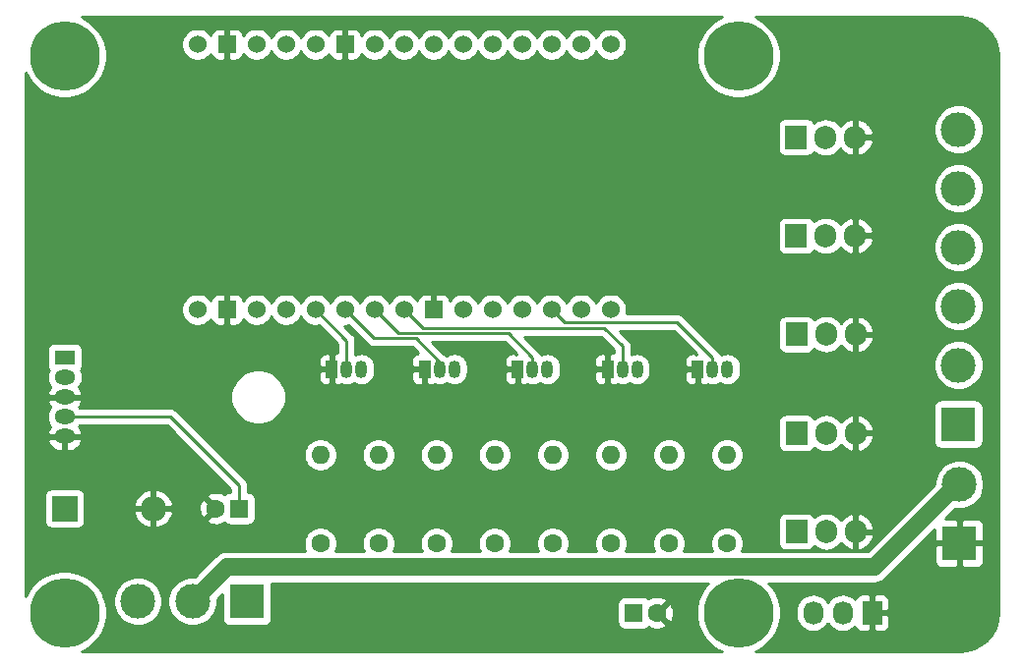
<source format=gbr>
%TF.GenerationSoftware,KiCad,Pcbnew,5.1.10-88a1d61d58~90~ubuntu20.04.1*%
%TF.CreationDate,2021-10-29T16:11:56-04:00*%
%TF.ProjectId,jrgbwww24,6a726762-7777-4773-9234-2e6b69636164,rev?*%
%TF.SameCoordinates,Original*%
%TF.FileFunction,Copper,L2,Bot*%
%TF.FilePolarity,Positive*%
%FSLAX46Y46*%
G04 Gerber Fmt 4.6, Leading zero omitted, Abs format (unit mm)*
G04 Created by KiCad (PCBNEW 5.1.10-88a1d61d58~90~ubuntu20.04.1) date 2021-10-29 16:11:56*
%MOMM*%
%LPD*%
G01*
G04 APERTURE LIST*
%TA.AperFunction,ComponentPad*%
%ADD10O,2.200000X2.200000*%
%TD*%
%TA.AperFunction,ComponentPad*%
%ADD11R,2.200000X2.200000*%
%TD*%
%TA.AperFunction,ComponentPad*%
%ADD12O,1.050000X1.500000*%
%TD*%
%TA.AperFunction,ComponentPad*%
%ADD13R,1.050000X1.500000*%
%TD*%
%TA.AperFunction,ComponentPad*%
%ADD14O,1.730000X2.030000*%
%TD*%
%TA.AperFunction,ComponentPad*%
%ADD15R,1.730000X2.030000*%
%TD*%
%TA.AperFunction,ComponentPad*%
%ADD16O,1.800000X1.275000*%
%TD*%
%TA.AperFunction,ComponentPad*%
%ADD17R,1.800000X1.275000*%
%TD*%
%TA.AperFunction,ComponentPad*%
%ADD18C,3.000000*%
%TD*%
%TA.AperFunction,ComponentPad*%
%ADD19R,3.000000X3.000000*%
%TD*%
%TA.AperFunction,ComponentPad*%
%ADD20C,1.600000*%
%TD*%
%TA.AperFunction,ComponentPad*%
%ADD21R,1.600000X1.600000*%
%TD*%
%TA.AperFunction,ComponentPad*%
%ADD22O,1.905000X2.000000*%
%TD*%
%TA.AperFunction,ComponentPad*%
%ADD23R,1.905000X2.000000*%
%TD*%
%TA.AperFunction,ComponentPad*%
%ADD24C,6.000000*%
%TD*%
%TA.AperFunction,ComponentPad*%
%ADD25C,1.524000*%
%TD*%
%TA.AperFunction,ComponentPad*%
%ADD26R,1.524000X1.524000*%
%TD*%
%TA.AperFunction,ComponentPad*%
%ADD27O,1.600000X1.600000*%
%TD*%
%TA.AperFunction,ViaPad*%
%ADD28C,0.800000*%
%TD*%
%TA.AperFunction,Conductor*%
%ADD29C,0.250000*%
%TD*%
%TA.AperFunction,Conductor*%
%ADD30C,1.500000*%
%TD*%
%TA.AperFunction,Conductor*%
%ADD31C,0.254000*%
%TD*%
%TA.AperFunction,Conductor*%
%ADD32C,0.100000*%
%TD*%
G04 APERTURE END LIST*
D10*
%TO.P,D4,2*%
%TO.N,Earth*%
X101620000Y-103000000D03*
D11*
%TO.P,D4,1*%
%TO.N,Net-(D4-Pad1)*%
X94000000Y-103000000D03*
%TD*%
D12*
%TO.P,Q5,2*%
%TO.N,/WW_SIGNAL*%
X118270000Y-91000000D03*
%TO.P,Q5,3*%
%TO.N,Net-(Q10-Pad1)*%
X119540000Y-91000000D03*
D13*
%TO.P,Q5,1*%
%TO.N,Earth*%
X117000000Y-91000000D03*
%TD*%
D12*
%TO.P,Q4,2*%
%TO.N,/CW_SIGNAL*%
X126270000Y-91000000D03*
%TO.P,Q4,3*%
%TO.N,Net-(Q4-Pad3)*%
X127540000Y-91000000D03*
D13*
%TO.P,Q4,1*%
%TO.N,Earth*%
X125000000Y-91000000D03*
%TD*%
D12*
%TO.P,Q3,2*%
%TO.N,/B_SIGNAL*%
X134270000Y-91000000D03*
%TO.P,Q3,3*%
%TO.N,Net-(Q3-Pad3)*%
X135540000Y-91000000D03*
D13*
%TO.P,Q3,1*%
%TO.N,Earth*%
X133000000Y-91000000D03*
%TD*%
D12*
%TO.P,Q2,2*%
%TO.N,/G_SIGNAL*%
X142000000Y-91000000D03*
%TO.P,Q2,3*%
%TO.N,Net-(Q2-Pad3)*%
X143270000Y-91000000D03*
D13*
%TO.P,Q2,1*%
%TO.N,Earth*%
X140730000Y-91000000D03*
%TD*%
D12*
%TO.P,Q1,2*%
%TO.N,/R_SIGNAL*%
X149770000Y-91000000D03*
%TO.P,Q1,3*%
%TO.N,Net-(Q1-Pad3)*%
X151040000Y-91000000D03*
D13*
%TO.P,Q1,1*%
%TO.N,Earth*%
X148500000Y-91000000D03*
%TD*%
D14*
%TO.P,J3,3*%
%TO.N,Net-(J3-Pad3)*%
X158420000Y-112000000D03*
%TO.P,J3,2*%
%TO.N,+5V*%
X160960000Y-112000000D03*
D15*
%TO.P,J3,1*%
%TO.N,Earth*%
X163500000Y-112000000D03*
%TD*%
D16*
%TO.P,U2,5*%
%TO.N,Earth*%
X94000000Y-96800000D03*
%TO.P,U2,4*%
%TO.N,+5V*%
X94000000Y-95100000D03*
%TO.P,U2,3*%
%TO.N,Earth*%
X94000000Y-93400000D03*
%TO.P,U2,2*%
%TO.N,Net-(D4-Pad1)*%
X94000000Y-91700000D03*
D17*
%TO.P,U2,1*%
%TO.N,+24V*%
X94000000Y-90000000D03*
%TD*%
D18*
%TO.P,SW1,3*%
%TO.N,Net-(SW1-Pad3)*%
X100300000Y-111000000D03*
%TO.P,SW1,2*%
%TO.N,VDD*%
X105000000Y-111000000D03*
D19*
%TO.P,SW1,1*%
%TO.N,+24V*%
X109700000Y-111000000D03*
%TD*%
D18*
%TO.P,J1,2*%
%TO.N,VDD*%
X171000000Y-100920000D03*
D19*
%TO.P,J1,1*%
%TO.N,Earth*%
X171000000Y-106000000D03*
%TD*%
D20*
%TO.P,C2,2*%
%TO.N,Earth*%
X107000000Y-103000000D03*
D21*
%TO.P,C2,1*%
%TO.N,+5V*%
X109000000Y-103000000D03*
%TD*%
D20*
%TO.P,C1,2*%
%TO.N,Earth*%
X145000000Y-112000000D03*
D21*
%TO.P,C1,1*%
%TO.N,+24V*%
X143000000Y-112000000D03*
%TD*%
D22*
%TO.P,Q8,3*%
%TO.N,Earth*%
X162080000Y-88000000D03*
%TO.P,Q8,2*%
%TO.N,/B_GND*%
X159540000Y-88000000D03*
D23*
%TO.P,Q8,1*%
%TO.N,Net-(Q3-Pad3)*%
X157000000Y-88000000D03*
%TD*%
D22*
%TO.P,Q7,3*%
%TO.N,Earth*%
X162080000Y-96500000D03*
%TO.P,Q7,2*%
%TO.N,/G_GND*%
X159540000Y-96500000D03*
D23*
%TO.P,Q7,1*%
%TO.N,Net-(Q2-Pad3)*%
X157000000Y-96500000D03*
%TD*%
D22*
%TO.P,Q10,3*%
%TO.N,Earth*%
X162040000Y-71000000D03*
%TO.P,Q10,2*%
%TO.N,/WW_GND*%
X159500000Y-71000000D03*
D23*
%TO.P,Q10,1*%
%TO.N,Net-(Q10-Pad1)*%
X156960000Y-71000000D03*
%TD*%
D22*
%TO.P,Q9,3*%
%TO.N,Earth*%
X162040000Y-79500000D03*
%TO.P,Q9,2*%
%TO.N,/CW_GND*%
X159500000Y-79500000D03*
D23*
%TO.P,Q9,1*%
%TO.N,Net-(Q4-Pad3)*%
X156960000Y-79500000D03*
%TD*%
D22*
%TO.P,Q6,3*%
%TO.N,Earth*%
X162080000Y-105000000D03*
%TO.P,Q6,2*%
%TO.N,/R_GND*%
X159540000Y-105000000D03*
D23*
%TO.P,Q6,1*%
%TO.N,Net-(Q1-Pad3)*%
X157000000Y-105000000D03*
%TD*%
D24*
%TO.P,REF\u002A\u002A,1*%
%TO.N,N/C*%
X152000000Y-64000000D03*
%TD*%
%TO.P,REF\u002A\u002A,1*%
%TO.N,N/C*%
X152000000Y-112000000D03*
%TD*%
%TO.P,REF\u002A\u002A,1*%
%TO.N,N/C*%
X94000000Y-112000000D03*
%TD*%
%TO.P,REF\u002A\u002A,1*%
%TO.N,N/C*%
X94000000Y-64000000D03*
%TD*%
D25*
%TO.P,U1,30*%
%TO.N,Net-(U1-Pad30)*%
X105440000Y-85860000D03*
D26*
%TO.P,U1,29*%
%TO.N,Earth*%
X107980000Y-85860000D03*
D25*
%TO.P,U1,28*%
%TO.N,N/C*%
X110520000Y-85860000D03*
%TO.P,U1,27*%
%TO.N,Net-(U1-Pad27)*%
X113060000Y-85860000D03*
%TO.P,U1,26*%
%TO.N,/WW_SIGNAL*%
X115600000Y-85860000D03*
%TO.P,U1,25*%
%TO.N,/CW_SIGNAL*%
X118140000Y-85860000D03*
%TO.P,U1,24*%
%TO.N,/B_SIGNAL*%
X120680000Y-85860000D03*
%TO.P,U1,23*%
%TO.N,/G_SIGNAL*%
X123220000Y-85860000D03*
D26*
%TO.P,U1,22*%
%TO.N,Earth*%
X125760000Y-85860000D03*
D25*
%TO.P,U1,21*%
%TO.N,Net-(U1-Pad21)*%
X128300000Y-85860000D03*
%TO.P,U1,20*%
%TO.N,Net-(U1-Pad20)*%
X130840000Y-85860000D03*
%TO.P,U1,19*%
%TO.N,Net-(U1-Pad19)*%
X133380000Y-85860000D03*
%TO.P,U1,18*%
%TO.N,/R_SIGNAL*%
X135920000Y-85860000D03*
%TO.P,U1,17*%
%TO.N,Net-(U1-Pad17)*%
X138460000Y-85860000D03*
%TO.P,U1,16*%
%TO.N,Net-(U1-Pad16)*%
X141000000Y-85860000D03*
%TO.P,U1,15*%
%TO.N,+5V*%
X105440000Y-63000000D03*
D26*
%TO.P,U1,14*%
%TO.N,Earth*%
X107980000Y-63000000D03*
D25*
%TO.P,U1,13*%
%TO.N,Net-(U1-Pad13)*%
X110520000Y-63000000D03*
%TO.P,U1,12*%
%TO.N,Net-(U1-Pad12)*%
X113060000Y-63000000D03*
%TO.P,U1,11*%
%TO.N,Net-(U1-Pad11)*%
X115600000Y-63000000D03*
D26*
%TO.P,U1,10*%
%TO.N,Earth*%
X118140000Y-63000000D03*
D25*
%TO.P,U1,9*%
%TO.N,Net-(U1-Pad9)*%
X120680000Y-63000000D03*
%TO.P,U1,8*%
%TO.N,Net-(U1-Pad8)*%
X123220000Y-63000000D03*
%TO.P,U1,7*%
%TO.N,Net-(U1-Pad7)*%
X125760000Y-63000000D03*
%TO.P,U1,6*%
%TO.N,Net-(U1-Pad6)*%
X128300000Y-63000000D03*
%TO.P,U1,5*%
%TO.N,Net-(U1-Pad5)*%
X130840000Y-63000000D03*
%TO.P,U1,4*%
%TO.N,Net-(U1-Pad4)*%
X133380000Y-63000000D03*
%TO.P,U1,3*%
%TO.N,Net-(U1-Pad3)*%
X135920000Y-63000000D03*
%TO.P,U1,2*%
%TO.N,Net-(U1-Pad2)*%
X138460000Y-63000000D03*
%TO.P,U1,1*%
%TO.N,Net-(U1-Pad1)*%
X141000000Y-63000000D03*
%TD*%
D27*
%TO.P,R8,2*%
%TO.N,+24V*%
X126000000Y-98380000D03*
D20*
%TO.P,R8,1*%
%TO.N,Net-(D3-Pad2)*%
X126000000Y-106000000D03*
%TD*%
D27*
%TO.P,R7,2*%
%TO.N,+5V*%
X121000000Y-98380000D03*
D20*
%TO.P,R7,1*%
%TO.N,Net-(D2-Pad2)*%
X121000000Y-106000000D03*
%TD*%
D27*
%TO.P,R6,2*%
%TO.N,VDD*%
X116000000Y-98380000D03*
D20*
%TO.P,R6,1*%
%TO.N,Net-(D1-Pad2)*%
X116000000Y-106000000D03*
%TD*%
D27*
%TO.P,R5,2*%
%TO.N,Net-(Q10-Pad1)*%
X131000000Y-98380000D03*
D20*
%TO.P,R5,1*%
%TO.N,+24V*%
X131000000Y-106000000D03*
%TD*%
D27*
%TO.P,R4,2*%
%TO.N,Net-(Q4-Pad3)*%
X136000000Y-98380000D03*
D20*
%TO.P,R4,1*%
%TO.N,+24V*%
X136000000Y-106000000D03*
%TD*%
D27*
%TO.P,R3,2*%
%TO.N,Net-(Q3-Pad3)*%
X141000000Y-98380000D03*
D20*
%TO.P,R3,1*%
%TO.N,+24V*%
X141000000Y-106000000D03*
%TD*%
D27*
%TO.P,R2,2*%
%TO.N,Net-(Q2-Pad3)*%
X146000000Y-98380000D03*
D20*
%TO.P,R2,1*%
%TO.N,+24V*%
X146000000Y-106000000D03*
%TD*%
D27*
%TO.P,R1,2*%
%TO.N,Net-(Q1-Pad3)*%
X151000000Y-98380000D03*
D20*
%TO.P,R1,1*%
%TO.N,+24V*%
X151000000Y-106000000D03*
%TD*%
D18*
%TO.P,J2,6*%
%TO.N,/WW_GND*%
X170925300Y-70330600D03*
%TO.P,J2,5*%
%TO.N,/CW_GND*%
X170925300Y-75410600D03*
%TO.P,J2,4*%
%TO.N,/B_GND*%
X170925300Y-80490600D03*
D19*
%TO.P,J2,1*%
%TO.N,+24V*%
X170925300Y-95730600D03*
D18*
%TO.P,J2,3*%
%TO.N,/G_GND*%
X170925300Y-85570600D03*
%TO.P,J2,2*%
%TO.N,/R_GND*%
X170925300Y-90650600D03*
%TD*%
D28*
%TO.N,Earth*%
X121000000Y-112000000D03*
X130000000Y-112000000D03*
X139000000Y-112000000D03*
%TD*%
D29*
%TO.N,+5V*%
X94000000Y-95100000D02*
X103100000Y-95100000D01*
X109000000Y-101000000D02*
X109000000Y-103000000D01*
X103100000Y-95100000D02*
X109000000Y-101000000D01*
%TO.N,/R_SIGNAL*%
X149770000Y-90909998D02*
X149770000Y-91500000D01*
X149770000Y-90000000D02*
X149770000Y-91000000D01*
X146717001Y-86947001D02*
X149770000Y-90000000D01*
X137007001Y-86947001D02*
X146717001Y-86947001D01*
X135920000Y-85860000D02*
X137007001Y-86947001D01*
%TO.N,/G_SIGNAL*%
X142000000Y-89000000D02*
X142000000Y-91000000D01*
X140450009Y-87450009D02*
X142000000Y-89000000D01*
X124810009Y-87450009D02*
X140450009Y-87450009D01*
X123220000Y-85860000D02*
X124810009Y-87450009D01*
%TO.N,/B_SIGNAL*%
X132170020Y-87900020D02*
X134270000Y-90000000D01*
X134270000Y-90000000D02*
X134270000Y-91000000D01*
X122720020Y-87900020D02*
X132170020Y-87900020D01*
X120680000Y-85860000D02*
X122720020Y-87900020D01*
%TO.N,/CW_SIGNAL*%
X126270000Y-90409998D02*
X126270000Y-91000000D01*
X124210032Y-88350030D02*
X126270000Y-90409998D01*
X120630030Y-88350030D02*
X124210032Y-88350030D01*
X118140000Y-85860000D02*
X120630030Y-88350030D01*
%TO.N,/WW_SIGNAL*%
X118270000Y-88530000D02*
X118270000Y-91000000D01*
X115600000Y-85860000D02*
X118270000Y-88530000D01*
D30*
%TO.N,VDD*%
X107950001Y-108049999D02*
X105000000Y-111000000D01*
X163685901Y-108049999D02*
X107950001Y-108049999D01*
X170925300Y-100810600D02*
X163685901Y-108049999D01*
%TD*%
D31*
%TO.N,Earth*%
X150278182Y-60778705D02*
X149682823Y-61176511D01*
X149176511Y-61682823D01*
X148778705Y-62278182D01*
X148504691Y-62939710D01*
X148365000Y-63641984D01*
X148365000Y-64358016D01*
X148504691Y-65060290D01*
X148778705Y-65721818D01*
X149176511Y-66317177D01*
X149682823Y-66823489D01*
X150278182Y-67221295D01*
X150939710Y-67495309D01*
X151641984Y-67635000D01*
X152358016Y-67635000D01*
X153060290Y-67495309D01*
X153721818Y-67221295D01*
X154317177Y-66823489D01*
X154823489Y-66317177D01*
X155221295Y-65721818D01*
X155495309Y-65060290D01*
X155635000Y-64358016D01*
X155635000Y-63641984D01*
X155495309Y-62939710D01*
X155221295Y-62278182D01*
X154823489Y-61682823D01*
X154317177Y-61176511D01*
X153721818Y-60778705D01*
X153435239Y-60660000D01*
X170967722Y-60660000D01*
X171648126Y-60726714D01*
X172271572Y-60914943D01*
X172846579Y-61220681D01*
X173351247Y-61632279D01*
X173766362Y-62134067D01*
X174076105Y-62706924D01*
X174268682Y-63329039D01*
X174340000Y-64007584D01*
X174340001Y-111967711D01*
X174273286Y-112648126D01*
X174085057Y-113271570D01*
X173779323Y-113846573D01*
X173367721Y-114351248D01*
X172865933Y-114766362D01*
X172293077Y-115076104D01*
X171670961Y-115268682D01*
X170992417Y-115340000D01*
X153435239Y-115340000D01*
X153721818Y-115221295D01*
X154317177Y-114823489D01*
X154823489Y-114317177D01*
X155221295Y-113721818D01*
X155495309Y-113060290D01*
X155635000Y-112358016D01*
X155635000Y-111776320D01*
X156920000Y-111776320D01*
X156920000Y-112223679D01*
X156941705Y-112444050D01*
X157027476Y-112726801D01*
X157166762Y-112987386D01*
X157354208Y-113215792D01*
X157582613Y-113403238D01*
X157843198Y-113542524D01*
X158125949Y-113628295D01*
X158420000Y-113657257D01*
X158714050Y-113628295D01*
X158996801Y-113542524D01*
X159257386Y-113403238D01*
X159485792Y-113215792D01*
X159673238Y-112987387D01*
X159690000Y-112956027D01*
X159706762Y-112987386D01*
X159894208Y-113215792D01*
X160122613Y-113403238D01*
X160383198Y-113542524D01*
X160665949Y-113628295D01*
X160960000Y-113657257D01*
X161254050Y-113628295D01*
X161536801Y-113542524D01*
X161797386Y-113403238D01*
X162025792Y-113215792D01*
X162030570Y-113209970D01*
X162045498Y-113259180D01*
X162104463Y-113369494D01*
X162183815Y-113466185D01*
X162280506Y-113545537D01*
X162390820Y-113604502D01*
X162510518Y-113640812D01*
X162635000Y-113653072D01*
X163214250Y-113650000D01*
X163373000Y-113491250D01*
X163373000Y-112127000D01*
X163627000Y-112127000D01*
X163627000Y-113491250D01*
X163785750Y-113650000D01*
X164365000Y-113653072D01*
X164489482Y-113640812D01*
X164609180Y-113604502D01*
X164719494Y-113545537D01*
X164816185Y-113466185D01*
X164895537Y-113369494D01*
X164954502Y-113259180D01*
X164990812Y-113139482D01*
X165003072Y-113015000D01*
X165000000Y-112285750D01*
X164841250Y-112127000D01*
X163627000Y-112127000D01*
X163373000Y-112127000D01*
X163353000Y-112127000D01*
X163353000Y-111873000D01*
X163373000Y-111873000D01*
X163373000Y-110508750D01*
X163627000Y-110508750D01*
X163627000Y-111873000D01*
X164841250Y-111873000D01*
X165000000Y-111714250D01*
X165003072Y-110985000D01*
X164990812Y-110860518D01*
X164954502Y-110740820D01*
X164895537Y-110630506D01*
X164816185Y-110533815D01*
X164719494Y-110454463D01*
X164609180Y-110395498D01*
X164489482Y-110359188D01*
X164365000Y-110346928D01*
X163785750Y-110350000D01*
X163627000Y-110508750D01*
X163373000Y-110508750D01*
X163214250Y-110350000D01*
X162635000Y-110346928D01*
X162510518Y-110359188D01*
X162390820Y-110395498D01*
X162280506Y-110454463D01*
X162183815Y-110533815D01*
X162104463Y-110630506D01*
X162045498Y-110740820D01*
X162030570Y-110790030D01*
X162025792Y-110784208D01*
X161797387Y-110596762D01*
X161536802Y-110457476D01*
X161254051Y-110371705D01*
X160960000Y-110342743D01*
X160665950Y-110371705D01*
X160383199Y-110457476D01*
X160122614Y-110596762D01*
X159894208Y-110784208D01*
X159706762Y-111012613D01*
X159690000Y-111043972D01*
X159673238Y-111012613D01*
X159485792Y-110784208D01*
X159257387Y-110596762D01*
X158996802Y-110457476D01*
X158714051Y-110371705D01*
X158420000Y-110342743D01*
X158125950Y-110371705D01*
X157843199Y-110457476D01*
X157582614Y-110596762D01*
X157354208Y-110784208D01*
X157166762Y-111012613D01*
X157027476Y-111273198D01*
X156941705Y-111555949D01*
X156920000Y-111776320D01*
X155635000Y-111776320D01*
X155635000Y-111641984D01*
X155495309Y-110939710D01*
X155221295Y-110278182D01*
X154823489Y-109682823D01*
X154575665Y-109434999D01*
X163617872Y-109434999D01*
X163685901Y-109441699D01*
X163753930Y-109434999D01*
X163753938Y-109434999D01*
X163957408Y-109414959D01*
X164218482Y-109335763D01*
X164459089Y-109207156D01*
X164669982Y-109034080D01*
X164713355Y-108981230D01*
X166194585Y-107500000D01*
X168861928Y-107500000D01*
X168874188Y-107624482D01*
X168910498Y-107744180D01*
X168969463Y-107854494D01*
X169048815Y-107951185D01*
X169145506Y-108030537D01*
X169255820Y-108089502D01*
X169375518Y-108125812D01*
X169500000Y-108138072D01*
X170714250Y-108135000D01*
X170873000Y-107976250D01*
X170873000Y-106127000D01*
X171127000Y-106127000D01*
X171127000Y-107976250D01*
X171285750Y-108135000D01*
X172500000Y-108138072D01*
X172624482Y-108125812D01*
X172744180Y-108089502D01*
X172854494Y-108030537D01*
X172951185Y-107951185D01*
X173030537Y-107854494D01*
X173089502Y-107744180D01*
X173125812Y-107624482D01*
X173138072Y-107500000D01*
X173135000Y-106285750D01*
X172976250Y-106127000D01*
X171127000Y-106127000D01*
X170873000Y-106127000D01*
X169023750Y-106127000D01*
X168865000Y-106285750D01*
X168861928Y-107500000D01*
X166194585Y-107500000D01*
X168862767Y-104831818D01*
X168865000Y-105714250D01*
X169023750Y-105873000D01*
X170873000Y-105873000D01*
X170873000Y-104023750D01*
X171127000Y-104023750D01*
X171127000Y-105873000D01*
X172976250Y-105873000D01*
X173135000Y-105714250D01*
X173138072Y-104500000D01*
X173125812Y-104375518D01*
X173089502Y-104255820D01*
X173030537Y-104145506D01*
X172951185Y-104048815D01*
X172854494Y-103969463D01*
X172744180Y-103910498D01*
X172624482Y-103874188D01*
X172500000Y-103861928D01*
X171285750Y-103865000D01*
X171127000Y-104023750D01*
X170873000Y-104023750D01*
X170714250Y-103865000D01*
X169831818Y-103862767D01*
X170664495Y-103030091D01*
X170789721Y-103055000D01*
X171210279Y-103055000D01*
X171622756Y-102972953D01*
X172011302Y-102812012D01*
X172360983Y-102578363D01*
X172658363Y-102280983D01*
X172892012Y-101931302D01*
X173052953Y-101542756D01*
X173135000Y-101130279D01*
X173135000Y-100709721D01*
X173052953Y-100297244D01*
X172892012Y-99908698D01*
X172658363Y-99559017D01*
X172360983Y-99261637D01*
X172011302Y-99027988D01*
X171622756Y-98867047D01*
X171210279Y-98785000D01*
X170789721Y-98785000D01*
X170377244Y-98867047D01*
X169988698Y-99027988D01*
X169639017Y-99261637D01*
X169341637Y-99559017D01*
X169107988Y-99908698D01*
X168947047Y-100297244D01*
X168865000Y-100709721D01*
X168865000Y-100912214D01*
X163112216Y-106664999D01*
X152277781Y-106664999D01*
X152379853Y-106418574D01*
X152435000Y-106141335D01*
X152435000Y-105858665D01*
X152379853Y-105581426D01*
X152271680Y-105320273D01*
X152114637Y-105085241D01*
X151914759Y-104885363D01*
X151679727Y-104728320D01*
X151418574Y-104620147D01*
X151141335Y-104565000D01*
X150858665Y-104565000D01*
X150581426Y-104620147D01*
X150320273Y-104728320D01*
X150085241Y-104885363D01*
X149885363Y-105085241D01*
X149728320Y-105320273D01*
X149620147Y-105581426D01*
X149565000Y-105858665D01*
X149565000Y-106141335D01*
X149620147Y-106418574D01*
X149722219Y-106664999D01*
X147277781Y-106664999D01*
X147379853Y-106418574D01*
X147435000Y-106141335D01*
X147435000Y-105858665D01*
X147379853Y-105581426D01*
X147271680Y-105320273D01*
X147114637Y-105085241D01*
X146914759Y-104885363D01*
X146679727Y-104728320D01*
X146418574Y-104620147D01*
X146141335Y-104565000D01*
X145858665Y-104565000D01*
X145581426Y-104620147D01*
X145320273Y-104728320D01*
X145085241Y-104885363D01*
X144885363Y-105085241D01*
X144728320Y-105320273D01*
X144620147Y-105581426D01*
X144565000Y-105858665D01*
X144565000Y-106141335D01*
X144620147Y-106418574D01*
X144722219Y-106664999D01*
X142277781Y-106664999D01*
X142379853Y-106418574D01*
X142435000Y-106141335D01*
X142435000Y-105858665D01*
X142379853Y-105581426D01*
X142271680Y-105320273D01*
X142114637Y-105085241D01*
X141914759Y-104885363D01*
X141679727Y-104728320D01*
X141418574Y-104620147D01*
X141141335Y-104565000D01*
X140858665Y-104565000D01*
X140581426Y-104620147D01*
X140320273Y-104728320D01*
X140085241Y-104885363D01*
X139885363Y-105085241D01*
X139728320Y-105320273D01*
X139620147Y-105581426D01*
X139565000Y-105858665D01*
X139565000Y-106141335D01*
X139620147Y-106418574D01*
X139722219Y-106664999D01*
X137277781Y-106664999D01*
X137379853Y-106418574D01*
X137435000Y-106141335D01*
X137435000Y-105858665D01*
X137379853Y-105581426D01*
X137271680Y-105320273D01*
X137114637Y-105085241D01*
X136914759Y-104885363D01*
X136679727Y-104728320D01*
X136418574Y-104620147D01*
X136141335Y-104565000D01*
X135858665Y-104565000D01*
X135581426Y-104620147D01*
X135320273Y-104728320D01*
X135085241Y-104885363D01*
X134885363Y-105085241D01*
X134728320Y-105320273D01*
X134620147Y-105581426D01*
X134565000Y-105858665D01*
X134565000Y-106141335D01*
X134620147Y-106418574D01*
X134722219Y-106664999D01*
X132277781Y-106664999D01*
X132379853Y-106418574D01*
X132435000Y-106141335D01*
X132435000Y-105858665D01*
X132379853Y-105581426D01*
X132271680Y-105320273D01*
X132114637Y-105085241D01*
X131914759Y-104885363D01*
X131679727Y-104728320D01*
X131418574Y-104620147D01*
X131141335Y-104565000D01*
X130858665Y-104565000D01*
X130581426Y-104620147D01*
X130320273Y-104728320D01*
X130085241Y-104885363D01*
X129885363Y-105085241D01*
X129728320Y-105320273D01*
X129620147Y-105581426D01*
X129565000Y-105858665D01*
X129565000Y-106141335D01*
X129620147Y-106418574D01*
X129722219Y-106664999D01*
X127277781Y-106664999D01*
X127379853Y-106418574D01*
X127435000Y-106141335D01*
X127435000Y-105858665D01*
X127379853Y-105581426D01*
X127271680Y-105320273D01*
X127114637Y-105085241D01*
X126914759Y-104885363D01*
X126679727Y-104728320D01*
X126418574Y-104620147D01*
X126141335Y-104565000D01*
X125858665Y-104565000D01*
X125581426Y-104620147D01*
X125320273Y-104728320D01*
X125085241Y-104885363D01*
X124885363Y-105085241D01*
X124728320Y-105320273D01*
X124620147Y-105581426D01*
X124565000Y-105858665D01*
X124565000Y-106141335D01*
X124620147Y-106418574D01*
X124722219Y-106664999D01*
X122277781Y-106664999D01*
X122379853Y-106418574D01*
X122435000Y-106141335D01*
X122435000Y-105858665D01*
X122379853Y-105581426D01*
X122271680Y-105320273D01*
X122114637Y-105085241D01*
X121914759Y-104885363D01*
X121679727Y-104728320D01*
X121418574Y-104620147D01*
X121141335Y-104565000D01*
X120858665Y-104565000D01*
X120581426Y-104620147D01*
X120320273Y-104728320D01*
X120085241Y-104885363D01*
X119885363Y-105085241D01*
X119728320Y-105320273D01*
X119620147Y-105581426D01*
X119565000Y-105858665D01*
X119565000Y-106141335D01*
X119620147Y-106418574D01*
X119722219Y-106664999D01*
X117277781Y-106664999D01*
X117379853Y-106418574D01*
X117435000Y-106141335D01*
X117435000Y-105858665D01*
X117379853Y-105581426D01*
X117271680Y-105320273D01*
X117114637Y-105085241D01*
X116914759Y-104885363D01*
X116679727Y-104728320D01*
X116418574Y-104620147D01*
X116141335Y-104565000D01*
X115858665Y-104565000D01*
X115581426Y-104620147D01*
X115320273Y-104728320D01*
X115085241Y-104885363D01*
X114885363Y-105085241D01*
X114728320Y-105320273D01*
X114620147Y-105581426D01*
X114565000Y-105858665D01*
X114565000Y-106141335D01*
X114620147Y-106418574D01*
X114722219Y-106664999D01*
X108018027Y-106664999D01*
X107950000Y-106658299D01*
X107881973Y-106664999D01*
X107881964Y-106664999D01*
X107678494Y-106685039D01*
X107417420Y-106764235D01*
X107176813Y-106892842D01*
X107176811Y-106892843D01*
X107176812Y-106892843D01*
X107018767Y-107022547D01*
X107018765Y-107022549D01*
X106965920Y-107065918D01*
X106922551Y-107118763D01*
X105176315Y-108865000D01*
X104789721Y-108865000D01*
X104377244Y-108947047D01*
X103988698Y-109107988D01*
X103639017Y-109341637D01*
X103341637Y-109639017D01*
X103107988Y-109988698D01*
X102947047Y-110377244D01*
X102865000Y-110789721D01*
X102865000Y-111210279D01*
X102947047Y-111622756D01*
X103107988Y-112011302D01*
X103341637Y-112360983D01*
X103639017Y-112658363D01*
X103988698Y-112892012D01*
X104377244Y-113052953D01*
X104789721Y-113135000D01*
X105210279Y-113135000D01*
X105622756Y-113052953D01*
X106011302Y-112892012D01*
X106360983Y-112658363D01*
X106658363Y-112360983D01*
X106892012Y-112011302D01*
X107052953Y-111622756D01*
X107135000Y-111210279D01*
X107135000Y-110823685D01*
X107561928Y-110396758D01*
X107561928Y-112500000D01*
X107574188Y-112624482D01*
X107610498Y-112744180D01*
X107669463Y-112854494D01*
X107748815Y-112951185D01*
X107845506Y-113030537D01*
X107955820Y-113089502D01*
X108075518Y-113125812D01*
X108200000Y-113138072D01*
X111200000Y-113138072D01*
X111324482Y-113125812D01*
X111444180Y-113089502D01*
X111554494Y-113030537D01*
X111651185Y-112951185D01*
X111730537Y-112854494D01*
X111789502Y-112744180D01*
X111825812Y-112624482D01*
X111838072Y-112500000D01*
X111838072Y-111200000D01*
X141561928Y-111200000D01*
X141561928Y-112800000D01*
X141574188Y-112924482D01*
X141610498Y-113044180D01*
X141669463Y-113154494D01*
X141748815Y-113251185D01*
X141845506Y-113330537D01*
X141955820Y-113389502D01*
X142075518Y-113425812D01*
X142200000Y-113438072D01*
X143800000Y-113438072D01*
X143924482Y-113425812D01*
X144044180Y-113389502D01*
X144154494Y-113330537D01*
X144251185Y-113251185D01*
X144261807Y-113238242D01*
X144513996Y-113357571D01*
X144788184Y-113426300D01*
X145070512Y-113440217D01*
X145350130Y-113398787D01*
X145616292Y-113303603D01*
X145741514Y-113236671D01*
X145813097Y-112992702D01*
X145000000Y-112179605D01*
X144985858Y-112193748D01*
X144806253Y-112014143D01*
X144820395Y-112000000D01*
X145179605Y-112000000D01*
X145992702Y-112813097D01*
X146236671Y-112741514D01*
X146357571Y-112486004D01*
X146426300Y-112211816D01*
X146440217Y-111929488D01*
X146398787Y-111649870D01*
X146303603Y-111383708D01*
X146236671Y-111258486D01*
X145992702Y-111186903D01*
X145179605Y-112000000D01*
X144820395Y-112000000D01*
X144806253Y-111985858D01*
X144985858Y-111806253D01*
X145000000Y-111820395D01*
X145813097Y-111007298D01*
X145741514Y-110763329D01*
X145486004Y-110642429D01*
X145211816Y-110573700D01*
X144929488Y-110559783D01*
X144649870Y-110601213D01*
X144383708Y-110696397D01*
X144261691Y-110761616D01*
X144251185Y-110748815D01*
X144154494Y-110669463D01*
X144044180Y-110610498D01*
X143924482Y-110574188D01*
X143800000Y-110561928D01*
X142200000Y-110561928D01*
X142075518Y-110574188D01*
X141955820Y-110610498D01*
X141845506Y-110669463D01*
X141748815Y-110748815D01*
X141669463Y-110845506D01*
X141610498Y-110955820D01*
X141574188Y-111075518D01*
X141561928Y-111200000D01*
X111838072Y-111200000D01*
X111838072Y-109500000D01*
X111831670Y-109434999D01*
X149424335Y-109434999D01*
X149176511Y-109682823D01*
X148778705Y-110278182D01*
X148504691Y-110939710D01*
X148365000Y-111641984D01*
X148365000Y-112358016D01*
X148504691Y-113060290D01*
X148778705Y-113721818D01*
X149176511Y-114317177D01*
X149682823Y-114823489D01*
X150278182Y-115221295D01*
X150564761Y-115340000D01*
X95435239Y-115340000D01*
X95721818Y-115221295D01*
X96317177Y-114823489D01*
X96823489Y-114317177D01*
X97221295Y-113721818D01*
X97495309Y-113060290D01*
X97635000Y-112358016D01*
X97635000Y-111641984D01*
X97495309Y-110939710D01*
X97433182Y-110789721D01*
X98165000Y-110789721D01*
X98165000Y-111210279D01*
X98247047Y-111622756D01*
X98407988Y-112011302D01*
X98641637Y-112360983D01*
X98939017Y-112658363D01*
X99288698Y-112892012D01*
X99677244Y-113052953D01*
X100089721Y-113135000D01*
X100510279Y-113135000D01*
X100922756Y-113052953D01*
X101311302Y-112892012D01*
X101660983Y-112658363D01*
X101958363Y-112360983D01*
X102192012Y-112011302D01*
X102352953Y-111622756D01*
X102435000Y-111210279D01*
X102435000Y-110789721D01*
X102352953Y-110377244D01*
X102192012Y-109988698D01*
X101958363Y-109639017D01*
X101660983Y-109341637D01*
X101311302Y-109107988D01*
X100922756Y-108947047D01*
X100510279Y-108865000D01*
X100089721Y-108865000D01*
X99677244Y-108947047D01*
X99288698Y-109107988D01*
X98939017Y-109341637D01*
X98641637Y-109639017D01*
X98407988Y-109988698D01*
X98247047Y-110377244D01*
X98165000Y-110789721D01*
X97433182Y-110789721D01*
X97221295Y-110278182D01*
X96823489Y-109682823D01*
X96317177Y-109176511D01*
X95721818Y-108778705D01*
X95060290Y-108504691D01*
X94358016Y-108365000D01*
X93641984Y-108365000D01*
X92939710Y-108504691D01*
X92278182Y-108778705D01*
X91682823Y-109176511D01*
X91176511Y-109682823D01*
X90778705Y-110278182D01*
X90660000Y-110564761D01*
X90660000Y-101900000D01*
X92261928Y-101900000D01*
X92261928Y-104100000D01*
X92274188Y-104224482D01*
X92310498Y-104344180D01*
X92369463Y-104454494D01*
X92448815Y-104551185D01*
X92545506Y-104630537D01*
X92655820Y-104689502D01*
X92775518Y-104725812D01*
X92900000Y-104738072D01*
X95100000Y-104738072D01*
X95224482Y-104725812D01*
X95344180Y-104689502D01*
X95454494Y-104630537D01*
X95551185Y-104551185D01*
X95630537Y-104454494D01*
X95689502Y-104344180D01*
X95725812Y-104224482D01*
X95738072Y-104100000D01*
X95738072Y-103396122D01*
X99930825Y-103396122D01*
X99995425Y-103609094D01*
X100145469Y-103914329D01*
X100352178Y-104184427D01*
X100607609Y-104409008D01*
X100901946Y-104579442D01*
X101223877Y-104689179D01*
X101493000Y-104571600D01*
X101493000Y-103127000D01*
X101747000Y-103127000D01*
X101747000Y-104571600D01*
X102016123Y-104689179D01*
X102338054Y-104579442D01*
X102632391Y-104409008D01*
X102887822Y-104184427D01*
X103094531Y-103914329D01*
X103244575Y-103609094D01*
X103309175Y-103396122D01*
X103191125Y-103127000D01*
X101747000Y-103127000D01*
X101493000Y-103127000D01*
X100048875Y-103127000D01*
X99930825Y-103396122D01*
X95738072Y-103396122D01*
X95738072Y-103070512D01*
X105559783Y-103070512D01*
X105601213Y-103350130D01*
X105696397Y-103616292D01*
X105763329Y-103741514D01*
X106007298Y-103813097D01*
X106820395Y-103000000D01*
X106007298Y-102186903D01*
X105763329Y-102258486D01*
X105642429Y-102513996D01*
X105573700Y-102788184D01*
X105559783Y-103070512D01*
X95738072Y-103070512D01*
X95738072Y-102603878D01*
X99930825Y-102603878D01*
X100048875Y-102873000D01*
X101493000Y-102873000D01*
X101493000Y-101428400D01*
X101747000Y-101428400D01*
X101747000Y-102873000D01*
X103191125Y-102873000D01*
X103309175Y-102603878D01*
X103244575Y-102390906D01*
X103094531Y-102085671D01*
X102887822Y-101815573D01*
X102632391Y-101590992D01*
X102338054Y-101420558D01*
X102016123Y-101310821D01*
X101747000Y-101428400D01*
X101493000Y-101428400D01*
X101223877Y-101310821D01*
X100901946Y-101420558D01*
X100607609Y-101590992D01*
X100352178Y-101815573D01*
X100145469Y-102085671D01*
X99995425Y-102390906D01*
X99930825Y-102603878D01*
X95738072Y-102603878D01*
X95738072Y-101900000D01*
X95725812Y-101775518D01*
X95689502Y-101655820D01*
X95630537Y-101545506D01*
X95551185Y-101448815D01*
X95454494Y-101369463D01*
X95344180Y-101310498D01*
X95224482Y-101274188D01*
X95100000Y-101261928D01*
X92900000Y-101261928D01*
X92775518Y-101274188D01*
X92655820Y-101310498D01*
X92545506Y-101369463D01*
X92448815Y-101448815D01*
X92369463Y-101545506D01*
X92310498Y-101655820D01*
X92274188Y-101775518D01*
X92261928Y-101900000D01*
X90660000Y-101900000D01*
X90660000Y-97123505D01*
X92506809Y-97123505D01*
X92513263Y-97169633D01*
X92608898Y-97401367D01*
X92747905Y-97609991D01*
X92924941Y-97787488D01*
X93133203Y-97927036D01*
X93364688Y-98023273D01*
X93610500Y-98072500D01*
X93873000Y-98072500D01*
X93873000Y-96927000D01*
X94127000Y-96927000D01*
X94127000Y-98072500D01*
X94389500Y-98072500D01*
X94635312Y-98023273D01*
X94866797Y-97927036D01*
X95075059Y-97787488D01*
X95252095Y-97609991D01*
X95391102Y-97401367D01*
X95486737Y-97169633D01*
X95493191Y-97123505D01*
X95368985Y-96927000D01*
X94127000Y-96927000D01*
X93873000Y-96927000D01*
X92631015Y-96927000D01*
X92506809Y-97123505D01*
X90660000Y-97123505D01*
X90660000Y-95100000D01*
X92458843Y-95100000D01*
X92483412Y-95349454D01*
X92556175Y-95589321D01*
X92674336Y-95810384D01*
X92788417Y-95949392D01*
X92747905Y-95990009D01*
X92608898Y-96198633D01*
X92513263Y-96430367D01*
X92506809Y-96476495D01*
X92631015Y-96673000D01*
X93873000Y-96673000D01*
X93873000Y-96653000D01*
X94127000Y-96653000D01*
X94127000Y-96673000D01*
X95368985Y-96673000D01*
X95493191Y-96476495D01*
X95486737Y-96430367D01*
X95391102Y-96198633D01*
X95252095Y-95990009D01*
X95211583Y-95949392D01*
X95284945Y-95860000D01*
X102785199Y-95860000D01*
X108240000Y-101314802D01*
X108240000Y-101561928D01*
X108200000Y-101561928D01*
X108075518Y-101574188D01*
X107955820Y-101610498D01*
X107845506Y-101669463D01*
X107748815Y-101748815D01*
X107738193Y-101761758D01*
X107486004Y-101642429D01*
X107211816Y-101573700D01*
X106929488Y-101559783D01*
X106649870Y-101601213D01*
X106383708Y-101696397D01*
X106258486Y-101763329D01*
X106186903Y-102007298D01*
X107000000Y-102820395D01*
X107014143Y-102806253D01*
X107193748Y-102985858D01*
X107179605Y-103000000D01*
X107193748Y-103014143D01*
X107014143Y-103193748D01*
X107000000Y-103179605D01*
X106186903Y-103992702D01*
X106258486Y-104236671D01*
X106513996Y-104357571D01*
X106788184Y-104426300D01*
X107070512Y-104440217D01*
X107350130Y-104398787D01*
X107616292Y-104303603D01*
X107738309Y-104238384D01*
X107748815Y-104251185D01*
X107845506Y-104330537D01*
X107955820Y-104389502D01*
X108075518Y-104425812D01*
X108200000Y-104438072D01*
X109800000Y-104438072D01*
X109924482Y-104425812D01*
X110044180Y-104389502D01*
X110154494Y-104330537D01*
X110251185Y-104251185D01*
X110330537Y-104154494D01*
X110389502Y-104044180D01*
X110402903Y-104000000D01*
X155409428Y-104000000D01*
X155409428Y-106000000D01*
X155421688Y-106124482D01*
X155457998Y-106244180D01*
X155516963Y-106354494D01*
X155596315Y-106451185D01*
X155693006Y-106530537D01*
X155803320Y-106589502D01*
X155923018Y-106625812D01*
X156047500Y-106638072D01*
X157952500Y-106638072D01*
X158076982Y-106625812D01*
X158196680Y-106589502D01*
X158306994Y-106530537D01*
X158403685Y-106451185D01*
X158483037Y-106354494D01*
X158527905Y-106270553D01*
X158653766Y-106373845D01*
X158929552Y-106521255D01*
X159228797Y-106612030D01*
X159540000Y-106642681D01*
X159851204Y-106612030D01*
X160150449Y-106521255D01*
X160426235Y-106373845D01*
X160667963Y-106175463D01*
X160815162Y-105996100D01*
X160970563Y-106181315D01*
X161213077Y-106375969D01*
X161488906Y-106519571D01*
X161707020Y-106590563D01*
X161953000Y-106470594D01*
X161953000Y-105127000D01*
X162207000Y-105127000D01*
X162207000Y-106470594D01*
X162452980Y-106590563D01*
X162671094Y-106519571D01*
X162946923Y-106375969D01*
X163189437Y-106181315D01*
X163389316Y-105943089D01*
X163538879Y-105670446D01*
X163632378Y-105373863D01*
X163505570Y-105127000D01*
X162207000Y-105127000D01*
X161953000Y-105127000D01*
X161933000Y-105127000D01*
X161933000Y-104873000D01*
X161953000Y-104873000D01*
X161953000Y-103529406D01*
X162207000Y-103529406D01*
X162207000Y-104873000D01*
X163505570Y-104873000D01*
X163632378Y-104626137D01*
X163538879Y-104329554D01*
X163389316Y-104056911D01*
X163189437Y-103818685D01*
X162946923Y-103624031D01*
X162671094Y-103480429D01*
X162452980Y-103409437D01*
X162207000Y-103529406D01*
X161953000Y-103529406D01*
X161707020Y-103409437D01*
X161488906Y-103480429D01*
X161213077Y-103624031D01*
X160970563Y-103818685D01*
X160815163Y-104003899D01*
X160667963Y-103824537D01*
X160426234Y-103626155D01*
X160150448Y-103478745D01*
X159851203Y-103387970D01*
X159540000Y-103357319D01*
X159228796Y-103387970D01*
X158929551Y-103478745D01*
X158653765Y-103626155D01*
X158527905Y-103729446D01*
X158483037Y-103645506D01*
X158403685Y-103548815D01*
X158306994Y-103469463D01*
X158196680Y-103410498D01*
X158076982Y-103374188D01*
X157952500Y-103361928D01*
X156047500Y-103361928D01*
X155923018Y-103374188D01*
X155803320Y-103410498D01*
X155693006Y-103469463D01*
X155596315Y-103548815D01*
X155516963Y-103645506D01*
X155457998Y-103755820D01*
X155421688Y-103875518D01*
X155409428Y-104000000D01*
X110402903Y-104000000D01*
X110425812Y-103924482D01*
X110438072Y-103800000D01*
X110438072Y-102200000D01*
X110425812Y-102075518D01*
X110389502Y-101955820D01*
X110330537Y-101845506D01*
X110251185Y-101748815D01*
X110154494Y-101669463D01*
X110044180Y-101610498D01*
X109924482Y-101574188D01*
X109800000Y-101561928D01*
X109760000Y-101561928D01*
X109760000Y-101037322D01*
X109763676Y-100999999D01*
X109760000Y-100962677D01*
X109760000Y-100962667D01*
X109749003Y-100851014D01*
X109705546Y-100707753D01*
X109634975Y-100575725D01*
X109634974Y-100575723D01*
X109563799Y-100488997D01*
X109540001Y-100459999D01*
X109511004Y-100436202D01*
X107313467Y-98238665D01*
X114565000Y-98238665D01*
X114565000Y-98521335D01*
X114620147Y-98798574D01*
X114728320Y-99059727D01*
X114885363Y-99294759D01*
X115085241Y-99494637D01*
X115320273Y-99651680D01*
X115581426Y-99759853D01*
X115858665Y-99815000D01*
X116141335Y-99815000D01*
X116418574Y-99759853D01*
X116679727Y-99651680D01*
X116914759Y-99494637D01*
X117114637Y-99294759D01*
X117271680Y-99059727D01*
X117379853Y-98798574D01*
X117435000Y-98521335D01*
X117435000Y-98238665D01*
X119565000Y-98238665D01*
X119565000Y-98521335D01*
X119620147Y-98798574D01*
X119728320Y-99059727D01*
X119885363Y-99294759D01*
X120085241Y-99494637D01*
X120320273Y-99651680D01*
X120581426Y-99759853D01*
X120858665Y-99815000D01*
X121141335Y-99815000D01*
X121418574Y-99759853D01*
X121679727Y-99651680D01*
X121914759Y-99494637D01*
X122114637Y-99294759D01*
X122271680Y-99059727D01*
X122379853Y-98798574D01*
X122435000Y-98521335D01*
X122435000Y-98238665D01*
X124565000Y-98238665D01*
X124565000Y-98521335D01*
X124620147Y-98798574D01*
X124728320Y-99059727D01*
X124885363Y-99294759D01*
X125085241Y-99494637D01*
X125320273Y-99651680D01*
X125581426Y-99759853D01*
X125858665Y-99815000D01*
X126141335Y-99815000D01*
X126418574Y-99759853D01*
X126679727Y-99651680D01*
X126914759Y-99494637D01*
X127114637Y-99294759D01*
X127271680Y-99059727D01*
X127379853Y-98798574D01*
X127435000Y-98521335D01*
X127435000Y-98238665D01*
X129565000Y-98238665D01*
X129565000Y-98521335D01*
X129620147Y-98798574D01*
X129728320Y-99059727D01*
X129885363Y-99294759D01*
X130085241Y-99494637D01*
X130320273Y-99651680D01*
X130581426Y-99759853D01*
X130858665Y-99815000D01*
X131141335Y-99815000D01*
X131418574Y-99759853D01*
X131679727Y-99651680D01*
X131914759Y-99494637D01*
X132114637Y-99294759D01*
X132271680Y-99059727D01*
X132379853Y-98798574D01*
X132435000Y-98521335D01*
X132435000Y-98238665D01*
X134565000Y-98238665D01*
X134565000Y-98521335D01*
X134620147Y-98798574D01*
X134728320Y-99059727D01*
X134885363Y-99294759D01*
X135085241Y-99494637D01*
X135320273Y-99651680D01*
X135581426Y-99759853D01*
X135858665Y-99815000D01*
X136141335Y-99815000D01*
X136418574Y-99759853D01*
X136679727Y-99651680D01*
X136914759Y-99494637D01*
X137114637Y-99294759D01*
X137271680Y-99059727D01*
X137379853Y-98798574D01*
X137435000Y-98521335D01*
X137435000Y-98238665D01*
X139565000Y-98238665D01*
X139565000Y-98521335D01*
X139620147Y-98798574D01*
X139728320Y-99059727D01*
X139885363Y-99294759D01*
X140085241Y-99494637D01*
X140320273Y-99651680D01*
X140581426Y-99759853D01*
X140858665Y-99815000D01*
X141141335Y-99815000D01*
X141418574Y-99759853D01*
X141679727Y-99651680D01*
X141914759Y-99494637D01*
X142114637Y-99294759D01*
X142271680Y-99059727D01*
X142379853Y-98798574D01*
X142435000Y-98521335D01*
X142435000Y-98238665D01*
X144565000Y-98238665D01*
X144565000Y-98521335D01*
X144620147Y-98798574D01*
X144728320Y-99059727D01*
X144885363Y-99294759D01*
X145085241Y-99494637D01*
X145320273Y-99651680D01*
X145581426Y-99759853D01*
X145858665Y-99815000D01*
X146141335Y-99815000D01*
X146418574Y-99759853D01*
X146679727Y-99651680D01*
X146914759Y-99494637D01*
X147114637Y-99294759D01*
X147271680Y-99059727D01*
X147379853Y-98798574D01*
X147435000Y-98521335D01*
X147435000Y-98238665D01*
X149565000Y-98238665D01*
X149565000Y-98521335D01*
X149620147Y-98798574D01*
X149728320Y-99059727D01*
X149885363Y-99294759D01*
X150085241Y-99494637D01*
X150320273Y-99651680D01*
X150581426Y-99759853D01*
X150858665Y-99815000D01*
X151141335Y-99815000D01*
X151418574Y-99759853D01*
X151679727Y-99651680D01*
X151914759Y-99494637D01*
X152114637Y-99294759D01*
X152271680Y-99059727D01*
X152379853Y-98798574D01*
X152435000Y-98521335D01*
X152435000Y-98238665D01*
X152379853Y-97961426D01*
X152271680Y-97700273D01*
X152114637Y-97465241D01*
X151914759Y-97265363D01*
X151679727Y-97108320D01*
X151418574Y-97000147D01*
X151141335Y-96945000D01*
X150858665Y-96945000D01*
X150581426Y-97000147D01*
X150320273Y-97108320D01*
X150085241Y-97265363D01*
X149885363Y-97465241D01*
X149728320Y-97700273D01*
X149620147Y-97961426D01*
X149565000Y-98238665D01*
X147435000Y-98238665D01*
X147379853Y-97961426D01*
X147271680Y-97700273D01*
X147114637Y-97465241D01*
X146914759Y-97265363D01*
X146679727Y-97108320D01*
X146418574Y-97000147D01*
X146141335Y-96945000D01*
X145858665Y-96945000D01*
X145581426Y-97000147D01*
X145320273Y-97108320D01*
X145085241Y-97265363D01*
X144885363Y-97465241D01*
X144728320Y-97700273D01*
X144620147Y-97961426D01*
X144565000Y-98238665D01*
X142435000Y-98238665D01*
X142379853Y-97961426D01*
X142271680Y-97700273D01*
X142114637Y-97465241D01*
X141914759Y-97265363D01*
X141679727Y-97108320D01*
X141418574Y-97000147D01*
X141141335Y-96945000D01*
X140858665Y-96945000D01*
X140581426Y-97000147D01*
X140320273Y-97108320D01*
X140085241Y-97265363D01*
X139885363Y-97465241D01*
X139728320Y-97700273D01*
X139620147Y-97961426D01*
X139565000Y-98238665D01*
X137435000Y-98238665D01*
X137379853Y-97961426D01*
X137271680Y-97700273D01*
X137114637Y-97465241D01*
X136914759Y-97265363D01*
X136679727Y-97108320D01*
X136418574Y-97000147D01*
X136141335Y-96945000D01*
X135858665Y-96945000D01*
X135581426Y-97000147D01*
X135320273Y-97108320D01*
X135085241Y-97265363D01*
X134885363Y-97465241D01*
X134728320Y-97700273D01*
X134620147Y-97961426D01*
X134565000Y-98238665D01*
X132435000Y-98238665D01*
X132379853Y-97961426D01*
X132271680Y-97700273D01*
X132114637Y-97465241D01*
X131914759Y-97265363D01*
X131679727Y-97108320D01*
X131418574Y-97000147D01*
X131141335Y-96945000D01*
X130858665Y-96945000D01*
X130581426Y-97000147D01*
X130320273Y-97108320D01*
X130085241Y-97265363D01*
X129885363Y-97465241D01*
X129728320Y-97700273D01*
X129620147Y-97961426D01*
X129565000Y-98238665D01*
X127435000Y-98238665D01*
X127379853Y-97961426D01*
X127271680Y-97700273D01*
X127114637Y-97465241D01*
X126914759Y-97265363D01*
X126679727Y-97108320D01*
X126418574Y-97000147D01*
X126141335Y-96945000D01*
X125858665Y-96945000D01*
X125581426Y-97000147D01*
X125320273Y-97108320D01*
X125085241Y-97265363D01*
X124885363Y-97465241D01*
X124728320Y-97700273D01*
X124620147Y-97961426D01*
X124565000Y-98238665D01*
X122435000Y-98238665D01*
X122379853Y-97961426D01*
X122271680Y-97700273D01*
X122114637Y-97465241D01*
X121914759Y-97265363D01*
X121679727Y-97108320D01*
X121418574Y-97000147D01*
X121141335Y-96945000D01*
X120858665Y-96945000D01*
X120581426Y-97000147D01*
X120320273Y-97108320D01*
X120085241Y-97265363D01*
X119885363Y-97465241D01*
X119728320Y-97700273D01*
X119620147Y-97961426D01*
X119565000Y-98238665D01*
X117435000Y-98238665D01*
X117379853Y-97961426D01*
X117271680Y-97700273D01*
X117114637Y-97465241D01*
X116914759Y-97265363D01*
X116679727Y-97108320D01*
X116418574Y-97000147D01*
X116141335Y-96945000D01*
X115858665Y-96945000D01*
X115581426Y-97000147D01*
X115320273Y-97108320D01*
X115085241Y-97265363D01*
X114885363Y-97465241D01*
X114728320Y-97700273D01*
X114620147Y-97961426D01*
X114565000Y-98238665D01*
X107313467Y-98238665D01*
X103663804Y-94589003D01*
X103640001Y-94559999D01*
X103524276Y-94465026D01*
X103392247Y-94394454D01*
X103248986Y-94350997D01*
X103137333Y-94340000D01*
X103137322Y-94340000D01*
X103100000Y-94336324D01*
X103062678Y-94340000D01*
X95284945Y-94340000D01*
X95211583Y-94250608D01*
X95252095Y-94209991D01*
X95391102Y-94001367D01*
X95486737Y-93769633D01*
X95493191Y-93723505D01*
X95368985Y-93527000D01*
X94127000Y-93527000D01*
X94127000Y-93547000D01*
X93873000Y-93547000D01*
X93873000Y-93527000D01*
X92631015Y-93527000D01*
X92506809Y-93723505D01*
X92513263Y-93769633D01*
X92608898Y-94001367D01*
X92747905Y-94209991D01*
X92788417Y-94250608D01*
X92674336Y-94389616D01*
X92556175Y-94610679D01*
X92483412Y-94850546D01*
X92458843Y-95100000D01*
X90660000Y-95100000D01*
X90660000Y-91700000D01*
X92458843Y-91700000D01*
X92483412Y-91949454D01*
X92556175Y-92189321D01*
X92674336Y-92410384D01*
X92788417Y-92549392D01*
X92747905Y-92590009D01*
X92608898Y-92798633D01*
X92513263Y-93030367D01*
X92506809Y-93076495D01*
X92631015Y-93273000D01*
X93873000Y-93273000D01*
X93873000Y-93253000D01*
X94127000Y-93253000D01*
X94127000Y-93273000D01*
X95368985Y-93273000D01*
X95437187Y-93165098D01*
X108275000Y-93165098D01*
X108275000Y-93634902D01*
X108366654Y-94095679D01*
X108546440Y-94529721D01*
X108807450Y-94920349D01*
X109139651Y-95252550D01*
X109530279Y-95513560D01*
X109964321Y-95693346D01*
X110425098Y-95785000D01*
X110894902Y-95785000D01*
X111355679Y-95693346D01*
X111789721Y-95513560D01*
X111810014Y-95500000D01*
X155409428Y-95500000D01*
X155409428Y-97500000D01*
X155421688Y-97624482D01*
X155457998Y-97744180D01*
X155516963Y-97854494D01*
X155596315Y-97951185D01*
X155693006Y-98030537D01*
X155803320Y-98089502D01*
X155923018Y-98125812D01*
X156047500Y-98138072D01*
X157952500Y-98138072D01*
X158076982Y-98125812D01*
X158196680Y-98089502D01*
X158306994Y-98030537D01*
X158403685Y-97951185D01*
X158483037Y-97854494D01*
X158527905Y-97770553D01*
X158653766Y-97873845D01*
X158929552Y-98021255D01*
X159228797Y-98112030D01*
X159540000Y-98142681D01*
X159851204Y-98112030D01*
X160150449Y-98021255D01*
X160426235Y-97873845D01*
X160667963Y-97675463D01*
X160815162Y-97496100D01*
X160970563Y-97681315D01*
X161213077Y-97875969D01*
X161488906Y-98019571D01*
X161707020Y-98090563D01*
X161953000Y-97970594D01*
X161953000Y-96627000D01*
X162207000Y-96627000D01*
X162207000Y-97970594D01*
X162452980Y-98090563D01*
X162671094Y-98019571D01*
X162946923Y-97875969D01*
X163189437Y-97681315D01*
X163389316Y-97443089D01*
X163538879Y-97170446D01*
X163632378Y-96873863D01*
X163505570Y-96627000D01*
X162207000Y-96627000D01*
X161953000Y-96627000D01*
X161933000Y-96627000D01*
X161933000Y-96373000D01*
X161953000Y-96373000D01*
X161953000Y-95029406D01*
X162207000Y-95029406D01*
X162207000Y-96373000D01*
X163505570Y-96373000D01*
X163632378Y-96126137D01*
X163538879Y-95829554D01*
X163389316Y-95556911D01*
X163189437Y-95318685D01*
X162946923Y-95124031D01*
X162671094Y-94980429D01*
X162452980Y-94909437D01*
X162207000Y-95029406D01*
X161953000Y-95029406D01*
X161707020Y-94909437D01*
X161488906Y-94980429D01*
X161213077Y-95124031D01*
X160970563Y-95318685D01*
X160815163Y-95503899D01*
X160667963Y-95324537D01*
X160426234Y-95126155D01*
X160150448Y-94978745D01*
X159851203Y-94887970D01*
X159540000Y-94857319D01*
X159228796Y-94887970D01*
X158929551Y-94978745D01*
X158653765Y-95126155D01*
X158527905Y-95229446D01*
X158483037Y-95145506D01*
X158403685Y-95048815D01*
X158306994Y-94969463D01*
X158196680Y-94910498D01*
X158076982Y-94874188D01*
X157952500Y-94861928D01*
X156047500Y-94861928D01*
X155923018Y-94874188D01*
X155803320Y-94910498D01*
X155693006Y-94969463D01*
X155596315Y-95048815D01*
X155516963Y-95145506D01*
X155457998Y-95255820D01*
X155421688Y-95375518D01*
X155409428Y-95500000D01*
X111810014Y-95500000D01*
X112180349Y-95252550D01*
X112512550Y-94920349D01*
X112773560Y-94529721D01*
X112897459Y-94230600D01*
X168787228Y-94230600D01*
X168787228Y-97230600D01*
X168799488Y-97355082D01*
X168835798Y-97474780D01*
X168894763Y-97585094D01*
X168974115Y-97681785D01*
X169070806Y-97761137D01*
X169181120Y-97820102D01*
X169300818Y-97856412D01*
X169425300Y-97868672D01*
X172425300Y-97868672D01*
X172549782Y-97856412D01*
X172669480Y-97820102D01*
X172779794Y-97761137D01*
X172876485Y-97681785D01*
X172955837Y-97585094D01*
X173014802Y-97474780D01*
X173051112Y-97355082D01*
X173063372Y-97230600D01*
X173063372Y-94230600D01*
X173051112Y-94106118D01*
X173014802Y-93986420D01*
X172955837Y-93876106D01*
X172876485Y-93779415D01*
X172779794Y-93700063D01*
X172669480Y-93641098D01*
X172549782Y-93604788D01*
X172425300Y-93592528D01*
X169425300Y-93592528D01*
X169300818Y-93604788D01*
X169181120Y-93641098D01*
X169070806Y-93700063D01*
X168974115Y-93779415D01*
X168894763Y-93876106D01*
X168835798Y-93986420D01*
X168799488Y-94106118D01*
X168787228Y-94230600D01*
X112897459Y-94230600D01*
X112953346Y-94095679D01*
X113045000Y-93634902D01*
X113045000Y-93165098D01*
X112953346Y-92704321D01*
X112773560Y-92270279D01*
X112512550Y-91879651D01*
X112382899Y-91750000D01*
X115836928Y-91750000D01*
X115849188Y-91874482D01*
X115885498Y-91994180D01*
X115944463Y-92104494D01*
X116023815Y-92201185D01*
X116120506Y-92280537D01*
X116230820Y-92339502D01*
X116350518Y-92375812D01*
X116475000Y-92388072D01*
X116714250Y-92385000D01*
X116873000Y-92226250D01*
X116873000Y-91127000D01*
X115998750Y-91127000D01*
X115840000Y-91285750D01*
X115836928Y-91750000D01*
X112382899Y-91750000D01*
X112180349Y-91547450D01*
X111789721Y-91286440D01*
X111355679Y-91106654D01*
X110894902Y-91015000D01*
X110425098Y-91015000D01*
X109964321Y-91106654D01*
X109530279Y-91286440D01*
X109139651Y-91547450D01*
X108807450Y-91879651D01*
X108546440Y-92270279D01*
X108366654Y-92704321D01*
X108275000Y-93165098D01*
X95437187Y-93165098D01*
X95493191Y-93076495D01*
X95486737Y-93030367D01*
X95391102Y-92798633D01*
X95252095Y-92590009D01*
X95211583Y-92549392D01*
X95325664Y-92410384D01*
X95443825Y-92189321D01*
X95516588Y-91949454D01*
X95541157Y-91700000D01*
X95516588Y-91450546D01*
X95443825Y-91210679D01*
X95367798Y-91068442D01*
X95430537Y-90991994D01*
X95489502Y-90881680D01*
X95525812Y-90761982D01*
X95538072Y-90637500D01*
X95538072Y-90250000D01*
X115836928Y-90250000D01*
X115840000Y-90714250D01*
X115998750Y-90873000D01*
X116873000Y-90873000D01*
X116873000Y-89773750D01*
X116714250Y-89615000D01*
X116475000Y-89611928D01*
X116350518Y-89624188D01*
X116230820Y-89660498D01*
X116120506Y-89719463D01*
X116023815Y-89798815D01*
X115944463Y-89895506D01*
X115885498Y-90005820D01*
X115849188Y-90125518D01*
X115836928Y-90250000D01*
X95538072Y-90250000D01*
X95538072Y-89362500D01*
X95525812Y-89238018D01*
X95489502Y-89118320D01*
X95430537Y-89008006D01*
X95351185Y-88911315D01*
X95254494Y-88831963D01*
X95144180Y-88772998D01*
X95024482Y-88736688D01*
X94900000Y-88724428D01*
X93100000Y-88724428D01*
X92975518Y-88736688D01*
X92855820Y-88772998D01*
X92745506Y-88831963D01*
X92648815Y-88911315D01*
X92569463Y-89008006D01*
X92510498Y-89118320D01*
X92474188Y-89238018D01*
X92461928Y-89362500D01*
X92461928Y-90637500D01*
X92474188Y-90761982D01*
X92510498Y-90881680D01*
X92569463Y-90991994D01*
X92632202Y-91068442D01*
X92556175Y-91210679D01*
X92483412Y-91450546D01*
X92458843Y-91700000D01*
X90660000Y-91700000D01*
X90660000Y-85722408D01*
X104043000Y-85722408D01*
X104043000Y-85997592D01*
X104096686Y-86267490D01*
X104201995Y-86521727D01*
X104354880Y-86750535D01*
X104549465Y-86945120D01*
X104778273Y-87098005D01*
X105032510Y-87203314D01*
X105302408Y-87257000D01*
X105577592Y-87257000D01*
X105847490Y-87203314D01*
X106101727Y-87098005D01*
X106330535Y-86945120D01*
X106525120Y-86750535D01*
X106583920Y-86662535D01*
X106592188Y-86746482D01*
X106628498Y-86866180D01*
X106687463Y-86976494D01*
X106766815Y-87073185D01*
X106863506Y-87152537D01*
X106973820Y-87211502D01*
X107093518Y-87247812D01*
X107218000Y-87260072D01*
X107694250Y-87257000D01*
X107853000Y-87098250D01*
X107853000Y-85987000D01*
X107833000Y-85987000D01*
X107833000Y-85733000D01*
X107853000Y-85733000D01*
X107853000Y-84621750D01*
X108107000Y-84621750D01*
X108107000Y-85733000D01*
X108127000Y-85733000D01*
X108127000Y-85987000D01*
X108107000Y-85987000D01*
X108107000Y-87098250D01*
X108265750Y-87257000D01*
X108742000Y-87260072D01*
X108866482Y-87247812D01*
X108986180Y-87211502D01*
X109096494Y-87152537D01*
X109193185Y-87073185D01*
X109272537Y-86976494D01*
X109331502Y-86866180D01*
X109367812Y-86746482D01*
X109376080Y-86662535D01*
X109434880Y-86750535D01*
X109629465Y-86945120D01*
X109858273Y-87098005D01*
X110112510Y-87203314D01*
X110382408Y-87257000D01*
X110657592Y-87257000D01*
X110927490Y-87203314D01*
X111181727Y-87098005D01*
X111410535Y-86945120D01*
X111605120Y-86750535D01*
X111758005Y-86521727D01*
X111790000Y-86444485D01*
X111821995Y-86521727D01*
X111974880Y-86750535D01*
X112169465Y-86945120D01*
X112398273Y-87098005D01*
X112652510Y-87203314D01*
X112922408Y-87257000D01*
X113197592Y-87257000D01*
X113467490Y-87203314D01*
X113721727Y-87098005D01*
X113950535Y-86945120D01*
X114145120Y-86750535D01*
X114298005Y-86521727D01*
X114330000Y-86444485D01*
X114361995Y-86521727D01*
X114514880Y-86750535D01*
X114709465Y-86945120D01*
X114938273Y-87098005D01*
X115192510Y-87203314D01*
X115462408Y-87257000D01*
X115737592Y-87257000D01*
X115891570Y-87226372D01*
X117510000Y-88844802D01*
X117510000Y-89612121D01*
X117285750Y-89615000D01*
X117127000Y-89773750D01*
X117127000Y-90546892D01*
X117126785Y-90547601D01*
X117110000Y-90718022D01*
X117110000Y-91281979D01*
X117126785Y-91452400D01*
X117127000Y-91453109D01*
X117127000Y-92226250D01*
X117285750Y-92385000D01*
X117525000Y-92388072D01*
X117649482Y-92375812D01*
X117769180Y-92339502D01*
X117833902Y-92304907D01*
X118042601Y-92368215D01*
X118270000Y-92390612D01*
X118497400Y-92368215D01*
X118716060Y-92301885D01*
X118905001Y-92200894D01*
X119093941Y-92301885D01*
X119312601Y-92368215D01*
X119540000Y-92390612D01*
X119767400Y-92368215D01*
X119986060Y-92301885D01*
X120187579Y-92194171D01*
X120364212Y-92049212D01*
X120509171Y-91872579D01*
X120574690Y-91750000D01*
X123836928Y-91750000D01*
X123849188Y-91874482D01*
X123885498Y-91994180D01*
X123944463Y-92104494D01*
X124023815Y-92201185D01*
X124120506Y-92280537D01*
X124230820Y-92339502D01*
X124350518Y-92375812D01*
X124475000Y-92388072D01*
X124714250Y-92385000D01*
X124873000Y-92226250D01*
X124873000Y-91127000D01*
X123998750Y-91127000D01*
X123840000Y-91285750D01*
X123836928Y-91750000D01*
X120574690Y-91750000D01*
X120616885Y-91671059D01*
X120683215Y-91452399D01*
X120700000Y-91281978D01*
X120700000Y-90718021D01*
X120683215Y-90547600D01*
X120616885Y-90328940D01*
X120509171Y-90127421D01*
X120364212Y-89950788D01*
X120187578Y-89805829D01*
X119986059Y-89698115D01*
X119767399Y-89631785D01*
X119540000Y-89609388D01*
X119312600Y-89631785D01*
X119093940Y-89698115D01*
X119030000Y-89732292D01*
X119030000Y-88567322D01*
X119033676Y-88529999D01*
X119030000Y-88492676D01*
X119030000Y-88492667D01*
X119019003Y-88381014D01*
X118975546Y-88237753D01*
X118904974Y-88105724D01*
X118810001Y-87989999D01*
X118781004Y-87966202D01*
X118071802Y-87257000D01*
X118277592Y-87257000D01*
X118431570Y-87226372D01*
X120066230Y-88861032D01*
X120090029Y-88890031D01*
X120205754Y-88985004D01*
X120337783Y-89055576D01*
X120481044Y-89099033D01*
X120592697Y-89110030D01*
X120592706Y-89110030D01*
X120630029Y-89113706D01*
X120667352Y-89110030D01*
X123895231Y-89110030D01*
X124404110Y-89618910D01*
X124350518Y-89624188D01*
X124230820Y-89660498D01*
X124120506Y-89719463D01*
X124023815Y-89798815D01*
X123944463Y-89895506D01*
X123885498Y-90005820D01*
X123849188Y-90125518D01*
X123836928Y-90250000D01*
X123840000Y-90714250D01*
X123998750Y-90873000D01*
X124873000Y-90873000D01*
X124873000Y-90853000D01*
X125110000Y-90853000D01*
X125110000Y-91281979D01*
X125126785Y-91452400D01*
X125127000Y-91453109D01*
X125127000Y-92226250D01*
X125285750Y-92385000D01*
X125525000Y-92388072D01*
X125649482Y-92375812D01*
X125769180Y-92339502D01*
X125833902Y-92304907D01*
X126042601Y-92368215D01*
X126270000Y-92390612D01*
X126497400Y-92368215D01*
X126716060Y-92301885D01*
X126905001Y-92200894D01*
X127093941Y-92301885D01*
X127312601Y-92368215D01*
X127540000Y-92390612D01*
X127767400Y-92368215D01*
X127986060Y-92301885D01*
X128187579Y-92194171D01*
X128364212Y-92049212D01*
X128509171Y-91872579D01*
X128574690Y-91750000D01*
X131836928Y-91750000D01*
X131849188Y-91874482D01*
X131885498Y-91994180D01*
X131944463Y-92104494D01*
X132023815Y-92201185D01*
X132120506Y-92280537D01*
X132230820Y-92339502D01*
X132350518Y-92375812D01*
X132475000Y-92388072D01*
X132714250Y-92385000D01*
X132873000Y-92226250D01*
X132873000Y-91127000D01*
X131998750Y-91127000D01*
X131840000Y-91285750D01*
X131836928Y-91750000D01*
X128574690Y-91750000D01*
X128616885Y-91671059D01*
X128683215Y-91452399D01*
X128700000Y-91281978D01*
X128700000Y-90718021D01*
X128683215Y-90547600D01*
X128616885Y-90328940D01*
X128509171Y-90127421D01*
X128364212Y-89950788D01*
X128187578Y-89805829D01*
X127986059Y-89698115D01*
X127767399Y-89631785D01*
X127540000Y-89609388D01*
X127312600Y-89631785D01*
X127093940Y-89698115D01*
X126904999Y-89799106D01*
X126716059Y-89698115D01*
X126596717Y-89661913D01*
X125594823Y-88660020D01*
X131855219Y-88660020D01*
X132872998Y-89677800D01*
X132872998Y-89773748D01*
X132714250Y-89615000D01*
X132475000Y-89611928D01*
X132350518Y-89624188D01*
X132230820Y-89660498D01*
X132120506Y-89719463D01*
X132023815Y-89798815D01*
X131944463Y-89895506D01*
X131885498Y-90005820D01*
X131849188Y-90125518D01*
X131836928Y-90250000D01*
X131840000Y-90714250D01*
X131998750Y-90873000D01*
X132873000Y-90873000D01*
X132873000Y-90853000D01*
X133110000Y-90853000D01*
X133110000Y-91281979D01*
X133126785Y-91452400D01*
X133127000Y-91453109D01*
X133127000Y-92226250D01*
X133285750Y-92385000D01*
X133525000Y-92388072D01*
X133649482Y-92375812D01*
X133769180Y-92339502D01*
X133833902Y-92304907D01*
X134042601Y-92368215D01*
X134270000Y-92390612D01*
X134497400Y-92368215D01*
X134716060Y-92301885D01*
X134905001Y-92200894D01*
X135093941Y-92301885D01*
X135312601Y-92368215D01*
X135540000Y-92390612D01*
X135767400Y-92368215D01*
X135986060Y-92301885D01*
X136187579Y-92194171D01*
X136364212Y-92049212D01*
X136509171Y-91872579D01*
X136574690Y-91750000D01*
X139566928Y-91750000D01*
X139579188Y-91874482D01*
X139615498Y-91994180D01*
X139674463Y-92104494D01*
X139753815Y-92201185D01*
X139850506Y-92280537D01*
X139960820Y-92339502D01*
X140080518Y-92375812D01*
X140205000Y-92388072D01*
X140444250Y-92385000D01*
X140603000Y-92226250D01*
X140603000Y-91127000D01*
X139728750Y-91127000D01*
X139570000Y-91285750D01*
X139566928Y-91750000D01*
X136574690Y-91750000D01*
X136616885Y-91671059D01*
X136683215Y-91452399D01*
X136700000Y-91281978D01*
X136700000Y-90718021D01*
X136683215Y-90547600D01*
X136616885Y-90328940D01*
X136574691Y-90250000D01*
X139566928Y-90250000D01*
X139570000Y-90714250D01*
X139728750Y-90873000D01*
X140603000Y-90873000D01*
X140603000Y-89773750D01*
X140444250Y-89615000D01*
X140205000Y-89611928D01*
X140080518Y-89624188D01*
X139960820Y-89660498D01*
X139850506Y-89719463D01*
X139753815Y-89798815D01*
X139674463Y-89895506D01*
X139615498Y-90005820D01*
X139579188Y-90125518D01*
X139566928Y-90250000D01*
X136574691Y-90250000D01*
X136509171Y-90127421D01*
X136364212Y-89950788D01*
X136187578Y-89805829D01*
X135986059Y-89698115D01*
X135767399Y-89631785D01*
X135540000Y-89609388D01*
X135312600Y-89631785D01*
X135093940Y-89698115D01*
X134989548Y-89753913D01*
X134975546Y-89707753D01*
X134904974Y-89575724D01*
X134810001Y-89459999D01*
X134781004Y-89436202D01*
X133554810Y-88210009D01*
X140135208Y-88210009D01*
X141240000Y-89314802D01*
X141240000Y-89612121D01*
X141015750Y-89615000D01*
X140857000Y-89773750D01*
X140857000Y-90546892D01*
X140856785Y-90547601D01*
X140840000Y-90718022D01*
X140840000Y-91281979D01*
X140856785Y-91452400D01*
X140857000Y-91453109D01*
X140857000Y-92226250D01*
X141015750Y-92385000D01*
X141255000Y-92388072D01*
X141379482Y-92375812D01*
X141499180Y-92339502D01*
X141563902Y-92304907D01*
X141772601Y-92368215D01*
X142000000Y-92390612D01*
X142227400Y-92368215D01*
X142446060Y-92301885D01*
X142635001Y-92200894D01*
X142823941Y-92301885D01*
X143042601Y-92368215D01*
X143270000Y-92390612D01*
X143497400Y-92368215D01*
X143716060Y-92301885D01*
X143917579Y-92194171D01*
X144094212Y-92049212D01*
X144239171Y-91872579D01*
X144304690Y-91750000D01*
X147336928Y-91750000D01*
X147349188Y-91874482D01*
X147385498Y-91994180D01*
X147444463Y-92104494D01*
X147523815Y-92201185D01*
X147620506Y-92280537D01*
X147730820Y-92339502D01*
X147850518Y-92375812D01*
X147975000Y-92388072D01*
X148214250Y-92385000D01*
X148373000Y-92226250D01*
X148373000Y-91127000D01*
X147498750Y-91127000D01*
X147340000Y-91285750D01*
X147336928Y-91750000D01*
X144304690Y-91750000D01*
X144346885Y-91671059D01*
X144413215Y-91452399D01*
X144430000Y-91281978D01*
X144430000Y-90718021D01*
X144413215Y-90547600D01*
X144346885Y-90328940D01*
X144239171Y-90127421D01*
X144094212Y-89950788D01*
X143917578Y-89805829D01*
X143716059Y-89698115D01*
X143497399Y-89631785D01*
X143270000Y-89609388D01*
X143042600Y-89631785D01*
X142823940Y-89698115D01*
X142760000Y-89732292D01*
X142760000Y-89037322D01*
X142763676Y-88999999D01*
X142760000Y-88962676D01*
X142760000Y-88962667D01*
X142749003Y-88851014D01*
X142705546Y-88707753D01*
X142634974Y-88575724D01*
X142540001Y-88459999D01*
X142511004Y-88436202D01*
X141781803Y-87707001D01*
X146402200Y-87707001D01*
X148372998Y-89677800D01*
X148372998Y-89773748D01*
X148214250Y-89615000D01*
X147975000Y-89611928D01*
X147850518Y-89624188D01*
X147730820Y-89660498D01*
X147620506Y-89719463D01*
X147523815Y-89798815D01*
X147444463Y-89895506D01*
X147385498Y-90005820D01*
X147349188Y-90125518D01*
X147336928Y-90250000D01*
X147340000Y-90714250D01*
X147498750Y-90873000D01*
X148373000Y-90873000D01*
X148373000Y-90853000D01*
X148610000Y-90853000D01*
X148610000Y-91281979D01*
X148626785Y-91452400D01*
X148627000Y-91453109D01*
X148627000Y-92226250D01*
X148785750Y-92385000D01*
X149025000Y-92388072D01*
X149149482Y-92375812D01*
X149269180Y-92339502D01*
X149333902Y-92304907D01*
X149542601Y-92368215D01*
X149770000Y-92390612D01*
X149997400Y-92368215D01*
X150216060Y-92301885D01*
X150405001Y-92200894D01*
X150593941Y-92301885D01*
X150812601Y-92368215D01*
X151040000Y-92390612D01*
X151267400Y-92368215D01*
X151486060Y-92301885D01*
X151687579Y-92194171D01*
X151864212Y-92049212D01*
X152009171Y-91872579D01*
X152116885Y-91671059D01*
X152183215Y-91452399D01*
X152200000Y-91281978D01*
X152200000Y-90718021D01*
X152183215Y-90547600D01*
X152150673Y-90440321D01*
X168790300Y-90440321D01*
X168790300Y-90860879D01*
X168872347Y-91273356D01*
X169033288Y-91661902D01*
X169266937Y-92011583D01*
X169564317Y-92308963D01*
X169913998Y-92542612D01*
X170302544Y-92703553D01*
X170715021Y-92785600D01*
X171135579Y-92785600D01*
X171548056Y-92703553D01*
X171936602Y-92542612D01*
X172286283Y-92308963D01*
X172583663Y-92011583D01*
X172817312Y-91661902D01*
X172978253Y-91273356D01*
X173060300Y-90860879D01*
X173060300Y-90440321D01*
X172978253Y-90027844D01*
X172817312Y-89639298D01*
X172583663Y-89289617D01*
X172286283Y-88992237D01*
X171936602Y-88758588D01*
X171548056Y-88597647D01*
X171135579Y-88515600D01*
X170715021Y-88515600D01*
X170302544Y-88597647D01*
X169913998Y-88758588D01*
X169564317Y-88992237D01*
X169266937Y-89289617D01*
X169033288Y-89639298D01*
X168872347Y-90027844D01*
X168790300Y-90440321D01*
X152150673Y-90440321D01*
X152116885Y-90328940D01*
X152009171Y-90127421D01*
X151864212Y-89950788D01*
X151687578Y-89805829D01*
X151486059Y-89698115D01*
X151267399Y-89631785D01*
X151040000Y-89609388D01*
X150812600Y-89631785D01*
X150593940Y-89698115D01*
X150489548Y-89753913D01*
X150475546Y-89707753D01*
X150404974Y-89575724D01*
X150333799Y-89488997D01*
X150310001Y-89459999D01*
X150281004Y-89436202D01*
X147844802Y-87000000D01*
X155409428Y-87000000D01*
X155409428Y-89000000D01*
X155421688Y-89124482D01*
X155457998Y-89244180D01*
X155516963Y-89354494D01*
X155596315Y-89451185D01*
X155693006Y-89530537D01*
X155803320Y-89589502D01*
X155923018Y-89625812D01*
X156047500Y-89638072D01*
X157952500Y-89638072D01*
X158076982Y-89625812D01*
X158196680Y-89589502D01*
X158306994Y-89530537D01*
X158403685Y-89451185D01*
X158483037Y-89354494D01*
X158527905Y-89270553D01*
X158653766Y-89373845D01*
X158929552Y-89521255D01*
X159228797Y-89612030D01*
X159540000Y-89642681D01*
X159851204Y-89612030D01*
X160150449Y-89521255D01*
X160426235Y-89373845D01*
X160667963Y-89175463D01*
X160815162Y-88996100D01*
X160970563Y-89181315D01*
X161213077Y-89375969D01*
X161488906Y-89519571D01*
X161707020Y-89590563D01*
X161953000Y-89470594D01*
X161953000Y-88127000D01*
X162207000Y-88127000D01*
X162207000Y-89470594D01*
X162452980Y-89590563D01*
X162671094Y-89519571D01*
X162946923Y-89375969D01*
X163189437Y-89181315D01*
X163389316Y-88943089D01*
X163538879Y-88670446D01*
X163632378Y-88373863D01*
X163505570Y-88127000D01*
X162207000Y-88127000D01*
X161953000Y-88127000D01*
X161933000Y-88127000D01*
X161933000Y-87873000D01*
X161953000Y-87873000D01*
X161953000Y-86529406D01*
X162207000Y-86529406D01*
X162207000Y-87873000D01*
X163505570Y-87873000D01*
X163632378Y-87626137D01*
X163538879Y-87329554D01*
X163389316Y-87056911D01*
X163189437Y-86818685D01*
X162946923Y-86624031D01*
X162671094Y-86480429D01*
X162452980Y-86409437D01*
X162207000Y-86529406D01*
X161953000Y-86529406D01*
X161707020Y-86409437D01*
X161488906Y-86480429D01*
X161213077Y-86624031D01*
X160970563Y-86818685D01*
X160815163Y-87003899D01*
X160667963Y-86824537D01*
X160426234Y-86626155D01*
X160150448Y-86478745D01*
X159851203Y-86387970D01*
X159540000Y-86357319D01*
X159228796Y-86387970D01*
X158929551Y-86478745D01*
X158653765Y-86626155D01*
X158527905Y-86729446D01*
X158483037Y-86645506D01*
X158403685Y-86548815D01*
X158306994Y-86469463D01*
X158196680Y-86410498D01*
X158076982Y-86374188D01*
X157952500Y-86361928D01*
X156047500Y-86361928D01*
X155923018Y-86374188D01*
X155803320Y-86410498D01*
X155693006Y-86469463D01*
X155596315Y-86548815D01*
X155516963Y-86645506D01*
X155457998Y-86755820D01*
X155421688Y-86875518D01*
X155409428Y-87000000D01*
X147844802Y-87000000D01*
X147280805Y-86436004D01*
X147257002Y-86407000D01*
X147141277Y-86312027D01*
X147009248Y-86241455D01*
X146865987Y-86197998D01*
X146754334Y-86187001D01*
X146754323Y-86187001D01*
X146717001Y-86183325D01*
X146679679Y-86187001D01*
X142359324Y-86187001D01*
X142397000Y-85997592D01*
X142397000Y-85722408D01*
X142343314Y-85452510D01*
X142305128Y-85360321D01*
X168790300Y-85360321D01*
X168790300Y-85780879D01*
X168872347Y-86193356D01*
X169033288Y-86581902D01*
X169266937Y-86931583D01*
X169564317Y-87228963D01*
X169913998Y-87462612D01*
X170302544Y-87623553D01*
X170715021Y-87705600D01*
X171135579Y-87705600D01*
X171548056Y-87623553D01*
X171936602Y-87462612D01*
X172286283Y-87228963D01*
X172583663Y-86931583D01*
X172817312Y-86581902D01*
X172978253Y-86193356D01*
X173060300Y-85780879D01*
X173060300Y-85360321D01*
X172978253Y-84947844D01*
X172817312Y-84559298D01*
X172583663Y-84209617D01*
X172286283Y-83912237D01*
X171936602Y-83678588D01*
X171548056Y-83517647D01*
X171135579Y-83435600D01*
X170715021Y-83435600D01*
X170302544Y-83517647D01*
X169913998Y-83678588D01*
X169564317Y-83912237D01*
X169266937Y-84209617D01*
X169033288Y-84559298D01*
X168872347Y-84947844D01*
X168790300Y-85360321D01*
X142305128Y-85360321D01*
X142238005Y-85198273D01*
X142085120Y-84969465D01*
X141890535Y-84774880D01*
X141661727Y-84621995D01*
X141407490Y-84516686D01*
X141137592Y-84463000D01*
X140862408Y-84463000D01*
X140592510Y-84516686D01*
X140338273Y-84621995D01*
X140109465Y-84774880D01*
X139914880Y-84969465D01*
X139761995Y-85198273D01*
X139730000Y-85275515D01*
X139698005Y-85198273D01*
X139545120Y-84969465D01*
X139350535Y-84774880D01*
X139121727Y-84621995D01*
X138867490Y-84516686D01*
X138597592Y-84463000D01*
X138322408Y-84463000D01*
X138052510Y-84516686D01*
X137798273Y-84621995D01*
X137569465Y-84774880D01*
X137374880Y-84969465D01*
X137221995Y-85198273D01*
X137190000Y-85275515D01*
X137158005Y-85198273D01*
X137005120Y-84969465D01*
X136810535Y-84774880D01*
X136581727Y-84621995D01*
X136327490Y-84516686D01*
X136057592Y-84463000D01*
X135782408Y-84463000D01*
X135512510Y-84516686D01*
X135258273Y-84621995D01*
X135029465Y-84774880D01*
X134834880Y-84969465D01*
X134681995Y-85198273D01*
X134650000Y-85275515D01*
X134618005Y-85198273D01*
X134465120Y-84969465D01*
X134270535Y-84774880D01*
X134041727Y-84621995D01*
X133787490Y-84516686D01*
X133517592Y-84463000D01*
X133242408Y-84463000D01*
X132972510Y-84516686D01*
X132718273Y-84621995D01*
X132489465Y-84774880D01*
X132294880Y-84969465D01*
X132141995Y-85198273D01*
X132110000Y-85275515D01*
X132078005Y-85198273D01*
X131925120Y-84969465D01*
X131730535Y-84774880D01*
X131501727Y-84621995D01*
X131247490Y-84516686D01*
X130977592Y-84463000D01*
X130702408Y-84463000D01*
X130432510Y-84516686D01*
X130178273Y-84621995D01*
X129949465Y-84774880D01*
X129754880Y-84969465D01*
X129601995Y-85198273D01*
X129570000Y-85275515D01*
X129538005Y-85198273D01*
X129385120Y-84969465D01*
X129190535Y-84774880D01*
X128961727Y-84621995D01*
X128707490Y-84516686D01*
X128437592Y-84463000D01*
X128162408Y-84463000D01*
X127892510Y-84516686D01*
X127638273Y-84621995D01*
X127409465Y-84774880D01*
X127214880Y-84969465D01*
X127156080Y-85057465D01*
X127147812Y-84973518D01*
X127111502Y-84853820D01*
X127052537Y-84743506D01*
X126973185Y-84646815D01*
X126876494Y-84567463D01*
X126766180Y-84508498D01*
X126646482Y-84472188D01*
X126522000Y-84459928D01*
X126045750Y-84463000D01*
X125887000Y-84621750D01*
X125887000Y-85733000D01*
X125907000Y-85733000D01*
X125907000Y-85987000D01*
X125887000Y-85987000D01*
X125887000Y-86007000D01*
X125633000Y-86007000D01*
X125633000Y-85987000D01*
X125613000Y-85987000D01*
X125613000Y-85733000D01*
X125633000Y-85733000D01*
X125633000Y-84621750D01*
X125474250Y-84463000D01*
X124998000Y-84459928D01*
X124873518Y-84472188D01*
X124753820Y-84508498D01*
X124643506Y-84567463D01*
X124546815Y-84646815D01*
X124467463Y-84743506D01*
X124408498Y-84853820D01*
X124372188Y-84973518D01*
X124363920Y-85057465D01*
X124305120Y-84969465D01*
X124110535Y-84774880D01*
X123881727Y-84621995D01*
X123627490Y-84516686D01*
X123357592Y-84463000D01*
X123082408Y-84463000D01*
X122812510Y-84516686D01*
X122558273Y-84621995D01*
X122329465Y-84774880D01*
X122134880Y-84969465D01*
X121981995Y-85198273D01*
X121950000Y-85275515D01*
X121918005Y-85198273D01*
X121765120Y-84969465D01*
X121570535Y-84774880D01*
X121341727Y-84621995D01*
X121087490Y-84516686D01*
X120817592Y-84463000D01*
X120542408Y-84463000D01*
X120272510Y-84516686D01*
X120018273Y-84621995D01*
X119789465Y-84774880D01*
X119594880Y-84969465D01*
X119441995Y-85198273D01*
X119410000Y-85275515D01*
X119378005Y-85198273D01*
X119225120Y-84969465D01*
X119030535Y-84774880D01*
X118801727Y-84621995D01*
X118547490Y-84516686D01*
X118277592Y-84463000D01*
X118002408Y-84463000D01*
X117732510Y-84516686D01*
X117478273Y-84621995D01*
X117249465Y-84774880D01*
X117054880Y-84969465D01*
X116901995Y-85198273D01*
X116870000Y-85275515D01*
X116838005Y-85198273D01*
X116685120Y-84969465D01*
X116490535Y-84774880D01*
X116261727Y-84621995D01*
X116007490Y-84516686D01*
X115737592Y-84463000D01*
X115462408Y-84463000D01*
X115192510Y-84516686D01*
X114938273Y-84621995D01*
X114709465Y-84774880D01*
X114514880Y-84969465D01*
X114361995Y-85198273D01*
X114330000Y-85275515D01*
X114298005Y-85198273D01*
X114145120Y-84969465D01*
X113950535Y-84774880D01*
X113721727Y-84621995D01*
X113467490Y-84516686D01*
X113197592Y-84463000D01*
X112922408Y-84463000D01*
X112652510Y-84516686D01*
X112398273Y-84621995D01*
X112169465Y-84774880D01*
X111974880Y-84969465D01*
X111821995Y-85198273D01*
X111790000Y-85275515D01*
X111758005Y-85198273D01*
X111605120Y-84969465D01*
X111410535Y-84774880D01*
X111181727Y-84621995D01*
X110927490Y-84516686D01*
X110657592Y-84463000D01*
X110382408Y-84463000D01*
X110112510Y-84516686D01*
X109858273Y-84621995D01*
X109629465Y-84774880D01*
X109434880Y-84969465D01*
X109376080Y-85057465D01*
X109367812Y-84973518D01*
X109331502Y-84853820D01*
X109272537Y-84743506D01*
X109193185Y-84646815D01*
X109096494Y-84567463D01*
X108986180Y-84508498D01*
X108866482Y-84472188D01*
X108742000Y-84459928D01*
X108265750Y-84463000D01*
X108107000Y-84621750D01*
X107853000Y-84621750D01*
X107694250Y-84463000D01*
X107218000Y-84459928D01*
X107093518Y-84472188D01*
X106973820Y-84508498D01*
X106863506Y-84567463D01*
X106766815Y-84646815D01*
X106687463Y-84743506D01*
X106628498Y-84853820D01*
X106592188Y-84973518D01*
X106583920Y-85057465D01*
X106525120Y-84969465D01*
X106330535Y-84774880D01*
X106101727Y-84621995D01*
X105847490Y-84516686D01*
X105577592Y-84463000D01*
X105302408Y-84463000D01*
X105032510Y-84516686D01*
X104778273Y-84621995D01*
X104549465Y-84774880D01*
X104354880Y-84969465D01*
X104201995Y-85198273D01*
X104096686Y-85452510D01*
X104043000Y-85722408D01*
X90660000Y-85722408D01*
X90660000Y-78500000D01*
X155369428Y-78500000D01*
X155369428Y-80500000D01*
X155381688Y-80624482D01*
X155417998Y-80744180D01*
X155476963Y-80854494D01*
X155556315Y-80951185D01*
X155653006Y-81030537D01*
X155763320Y-81089502D01*
X155883018Y-81125812D01*
X156007500Y-81138072D01*
X157912500Y-81138072D01*
X158036982Y-81125812D01*
X158156680Y-81089502D01*
X158266994Y-81030537D01*
X158363685Y-80951185D01*
X158443037Y-80854494D01*
X158487905Y-80770553D01*
X158613766Y-80873845D01*
X158889552Y-81021255D01*
X159188797Y-81112030D01*
X159500000Y-81142681D01*
X159811204Y-81112030D01*
X160110449Y-81021255D01*
X160386235Y-80873845D01*
X160627963Y-80675463D01*
X160775162Y-80496100D01*
X160930563Y-80681315D01*
X161173077Y-80875969D01*
X161448906Y-81019571D01*
X161667020Y-81090563D01*
X161913000Y-80970594D01*
X161913000Y-79627000D01*
X162167000Y-79627000D01*
X162167000Y-80970594D01*
X162412980Y-81090563D01*
X162631094Y-81019571D01*
X162906923Y-80875969D01*
X163149437Y-80681315D01*
X163349316Y-80443089D01*
X163438605Y-80280321D01*
X168790300Y-80280321D01*
X168790300Y-80700879D01*
X168872347Y-81113356D01*
X169033288Y-81501902D01*
X169266937Y-81851583D01*
X169564317Y-82148963D01*
X169913998Y-82382612D01*
X170302544Y-82543553D01*
X170715021Y-82625600D01*
X171135579Y-82625600D01*
X171548056Y-82543553D01*
X171936602Y-82382612D01*
X172286283Y-82148963D01*
X172583663Y-81851583D01*
X172817312Y-81501902D01*
X172978253Y-81113356D01*
X173060300Y-80700879D01*
X173060300Y-80280321D01*
X172978253Y-79867844D01*
X172817312Y-79479298D01*
X172583663Y-79129617D01*
X172286283Y-78832237D01*
X171936602Y-78598588D01*
X171548056Y-78437647D01*
X171135579Y-78355600D01*
X170715021Y-78355600D01*
X170302544Y-78437647D01*
X169913998Y-78598588D01*
X169564317Y-78832237D01*
X169266937Y-79129617D01*
X169033288Y-79479298D01*
X168872347Y-79867844D01*
X168790300Y-80280321D01*
X163438605Y-80280321D01*
X163498879Y-80170446D01*
X163592378Y-79873863D01*
X163465570Y-79627000D01*
X162167000Y-79627000D01*
X161913000Y-79627000D01*
X161893000Y-79627000D01*
X161893000Y-79373000D01*
X161913000Y-79373000D01*
X161913000Y-78029406D01*
X162167000Y-78029406D01*
X162167000Y-79373000D01*
X163465570Y-79373000D01*
X163592378Y-79126137D01*
X163498879Y-78829554D01*
X163349316Y-78556911D01*
X163149437Y-78318685D01*
X162906923Y-78124031D01*
X162631094Y-77980429D01*
X162412980Y-77909437D01*
X162167000Y-78029406D01*
X161913000Y-78029406D01*
X161667020Y-77909437D01*
X161448906Y-77980429D01*
X161173077Y-78124031D01*
X160930563Y-78318685D01*
X160775163Y-78503899D01*
X160627963Y-78324537D01*
X160386234Y-78126155D01*
X160110448Y-77978745D01*
X159811203Y-77887970D01*
X159500000Y-77857319D01*
X159188796Y-77887970D01*
X158889551Y-77978745D01*
X158613765Y-78126155D01*
X158487905Y-78229446D01*
X158443037Y-78145506D01*
X158363685Y-78048815D01*
X158266994Y-77969463D01*
X158156680Y-77910498D01*
X158036982Y-77874188D01*
X157912500Y-77861928D01*
X156007500Y-77861928D01*
X155883018Y-77874188D01*
X155763320Y-77910498D01*
X155653006Y-77969463D01*
X155556315Y-78048815D01*
X155476963Y-78145506D01*
X155417998Y-78255820D01*
X155381688Y-78375518D01*
X155369428Y-78500000D01*
X90660000Y-78500000D01*
X90660000Y-75200321D01*
X168790300Y-75200321D01*
X168790300Y-75620879D01*
X168872347Y-76033356D01*
X169033288Y-76421902D01*
X169266937Y-76771583D01*
X169564317Y-77068963D01*
X169913998Y-77302612D01*
X170302544Y-77463553D01*
X170715021Y-77545600D01*
X171135579Y-77545600D01*
X171548056Y-77463553D01*
X171936602Y-77302612D01*
X172286283Y-77068963D01*
X172583663Y-76771583D01*
X172817312Y-76421902D01*
X172978253Y-76033356D01*
X173060300Y-75620879D01*
X173060300Y-75200321D01*
X172978253Y-74787844D01*
X172817312Y-74399298D01*
X172583663Y-74049617D01*
X172286283Y-73752237D01*
X171936602Y-73518588D01*
X171548056Y-73357647D01*
X171135579Y-73275600D01*
X170715021Y-73275600D01*
X170302544Y-73357647D01*
X169913998Y-73518588D01*
X169564317Y-73752237D01*
X169266937Y-74049617D01*
X169033288Y-74399298D01*
X168872347Y-74787844D01*
X168790300Y-75200321D01*
X90660000Y-75200321D01*
X90660000Y-70000000D01*
X155369428Y-70000000D01*
X155369428Y-72000000D01*
X155381688Y-72124482D01*
X155417998Y-72244180D01*
X155476963Y-72354494D01*
X155556315Y-72451185D01*
X155653006Y-72530537D01*
X155763320Y-72589502D01*
X155883018Y-72625812D01*
X156007500Y-72638072D01*
X157912500Y-72638072D01*
X158036982Y-72625812D01*
X158156680Y-72589502D01*
X158266994Y-72530537D01*
X158363685Y-72451185D01*
X158443037Y-72354494D01*
X158487905Y-72270553D01*
X158613766Y-72373845D01*
X158889552Y-72521255D01*
X159188797Y-72612030D01*
X159500000Y-72642681D01*
X159811204Y-72612030D01*
X160110449Y-72521255D01*
X160386235Y-72373845D01*
X160627963Y-72175463D01*
X160775162Y-71996100D01*
X160930563Y-72181315D01*
X161173077Y-72375969D01*
X161448906Y-72519571D01*
X161667020Y-72590563D01*
X161913000Y-72470594D01*
X161913000Y-71127000D01*
X162167000Y-71127000D01*
X162167000Y-72470594D01*
X162412980Y-72590563D01*
X162631094Y-72519571D01*
X162906923Y-72375969D01*
X163149437Y-72181315D01*
X163349316Y-71943089D01*
X163498879Y-71670446D01*
X163592378Y-71373863D01*
X163465570Y-71127000D01*
X162167000Y-71127000D01*
X161913000Y-71127000D01*
X161893000Y-71127000D01*
X161893000Y-70873000D01*
X161913000Y-70873000D01*
X161913000Y-69529406D01*
X162167000Y-69529406D01*
X162167000Y-70873000D01*
X163465570Y-70873000D01*
X163592378Y-70626137D01*
X163498879Y-70329554D01*
X163384101Y-70120321D01*
X168790300Y-70120321D01*
X168790300Y-70540879D01*
X168872347Y-70953356D01*
X169033288Y-71341902D01*
X169266937Y-71691583D01*
X169564317Y-71988963D01*
X169913998Y-72222612D01*
X170302544Y-72383553D01*
X170715021Y-72465600D01*
X171135579Y-72465600D01*
X171548056Y-72383553D01*
X171936602Y-72222612D01*
X172286283Y-71988963D01*
X172583663Y-71691583D01*
X172817312Y-71341902D01*
X172978253Y-70953356D01*
X173060300Y-70540879D01*
X173060300Y-70120321D01*
X172978253Y-69707844D01*
X172817312Y-69319298D01*
X172583663Y-68969617D01*
X172286283Y-68672237D01*
X171936602Y-68438588D01*
X171548056Y-68277647D01*
X171135579Y-68195600D01*
X170715021Y-68195600D01*
X170302544Y-68277647D01*
X169913998Y-68438588D01*
X169564317Y-68672237D01*
X169266937Y-68969617D01*
X169033288Y-69319298D01*
X168872347Y-69707844D01*
X168790300Y-70120321D01*
X163384101Y-70120321D01*
X163349316Y-70056911D01*
X163149437Y-69818685D01*
X162906923Y-69624031D01*
X162631094Y-69480429D01*
X162412980Y-69409437D01*
X162167000Y-69529406D01*
X161913000Y-69529406D01*
X161667020Y-69409437D01*
X161448906Y-69480429D01*
X161173077Y-69624031D01*
X160930563Y-69818685D01*
X160775163Y-70003899D01*
X160627963Y-69824537D01*
X160386234Y-69626155D01*
X160110448Y-69478745D01*
X159811203Y-69387970D01*
X159500000Y-69357319D01*
X159188796Y-69387970D01*
X158889551Y-69478745D01*
X158613765Y-69626155D01*
X158487905Y-69729446D01*
X158443037Y-69645506D01*
X158363685Y-69548815D01*
X158266994Y-69469463D01*
X158156680Y-69410498D01*
X158036982Y-69374188D01*
X157912500Y-69361928D01*
X156007500Y-69361928D01*
X155883018Y-69374188D01*
X155763320Y-69410498D01*
X155653006Y-69469463D01*
X155556315Y-69548815D01*
X155476963Y-69645506D01*
X155417998Y-69755820D01*
X155381688Y-69875518D01*
X155369428Y-70000000D01*
X90660000Y-70000000D01*
X90660000Y-65435239D01*
X90778705Y-65721818D01*
X91176511Y-66317177D01*
X91682823Y-66823489D01*
X92278182Y-67221295D01*
X92939710Y-67495309D01*
X93641984Y-67635000D01*
X94358016Y-67635000D01*
X95060290Y-67495309D01*
X95721818Y-67221295D01*
X96317177Y-66823489D01*
X96823489Y-66317177D01*
X97221295Y-65721818D01*
X97495309Y-65060290D01*
X97635000Y-64358016D01*
X97635000Y-63641984D01*
X97495309Y-62939710D01*
X97463290Y-62862408D01*
X104043000Y-62862408D01*
X104043000Y-63137592D01*
X104096686Y-63407490D01*
X104201995Y-63661727D01*
X104354880Y-63890535D01*
X104549465Y-64085120D01*
X104778273Y-64238005D01*
X105032510Y-64343314D01*
X105302408Y-64397000D01*
X105577592Y-64397000D01*
X105847490Y-64343314D01*
X106101727Y-64238005D01*
X106330535Y-64085120D01*
X106525120Y-63890535D01*
X106583920Y-63802535D01*
X106592188Y-63886482D01*
X106628498Y-64006180D01*
X106687463Y-64116494D01*
X106766815Y-64213185D01*
X106863506Y-64292537D01*
X106973820Y-64351502D01*
X107093518Y-64387812D01*
X107218000Y-64400072D01*
X107694250Y-64397000D01*
X107853000Y-64238250D01*
X107853000Y-63127000D01*
X107833000Y-63127000D01*
X107833000Y-62873000D01*
X107853000Y-62873000D01*
X107853000Y-61761750D01*
X108107000Y-61761750D01*
X108107000Y-62873000D01*
X108127000Y-62873000D01*
X108127000Y-63127000D01*
X108107000Y-63127000D01*
X108107000Y-64238250D01*
X108265750Y-64397000D01*
X108742000Y-64400072D01*
X108866482Y-64387812D01*
X108986180Y-64351502D01*
X109096494Y-64292537D01*
X109193185Y-64213185D01*
X109272537Y-64116494D01*
X109331502Y-64006180D01*
X109367812Y-63886482D01*
X109376080Y-63802535D01*
X109434880Y-63890535D01*
X109629465Y-64085120D01*
X109858273Y-64238005D01*
X110112510Y-64343314D01*
X110382408Y-64397000D01*
X110657592Y-64397000D01*
X110927490Y-64343314D01*
X111181727Y-64238005D01*
X111410535Y-64085120D01*
X111605120Y-63890535D01*
X111758005Y-63661727D01*
X111790000Y-63584485D01*
X111821995Y-63661727D01*
X111974880Y-63890535D01*
X112169465Y-64085120D01*
X112398273Y-64238005D01*
X112652510Y-64343314D01*
X112922408Y-64397000D01*
X113197592Y-64397000D01*
X113467490Y-64343314D01*
X113721727Y-64238005D01*
X113950535Y-64085120D01*
X114145120Y-63890535D01*
X114298005Y-63661727D01*
X114330000Y-63584485D01*
X114361995Y-63661727D01*
X114514880Y-63890535D01*
X114709465Y-64085120D01*
X114938273Y-64238005D01*
X115192510Y-64343314D01*
X115462408Y-64397000D01*
X115737592Y-64397000D01*
X116007490Y-64343314D01*
X116261727Y-64238005D01*
X116490535Y-64085120D01*
X116685120Y-63890535D01*
X116743920Y-63802535D01*
X116752188Y-63886482D01*
X116788498Y-64006180D01*
X116847463Y-64116494D01*
X116926815Y-64213185D01*
X117023506Y-64292537D01*
X117133820Y-64351502D01*
X117253518Y-64387812D01*
X117378000Y-64400072D01*
X117854250Y-64397000D01*
X118013000Y-64238250D01*
X118013000Y-63127000D01*
X117993000Y-63127000D01*
X117993000Y-62873000D01*
X118013000Y-62873000D01*
X118013000Y-61761750D01*
X118267000Y-61761750D01*
X118267000Y-62873000D01*
X118287000Y-62873000D01*
X118287000Y-63127000D01*
X118267000Y-63127000D01*
X118267000Y-64238250D01*
X118425750Y-64397000D01*
X118902000Y-64400072D01*
X119026482Y-64387812D01*
X119146180Y-64351502D01*
X119256494Y-64292537D01*
X119353185Y-64213185D01*
X119432537Y-64116494D01*
X119491502Y-64006180D01*
X119527812Y-63886482D01*
X119536080Y-63802535D01*
X119594880Y-63890535D01*
X119789465Y-64085120D01*
X120018273Y-64238005D01*
X120272510Y-64343314D01*
X120542408Y-64397000D01*
X120817592Y-64397000D01*
X121087490Y-64343314D01*
X121341727Y-64238005D01*
X121570535Y-64085120D01*
X121765120Y-63890535D01*
X121918005Y-63661727D01*
X121950000Y-63584485D01*
X121981995Y-63661727D01*
X122134880Y-63890535D01*
X122329465Y-64085120D01*
X122558273Y-64238005D01*
X122812510Y-64343314D01*
X123082408Y-64397000D01*
X123357592Y-64397000D01*
X123627490Y-64343314D01*
X123881727Y-64238005D01*
X124110535Y-64085120D01*
X124305120Y-63890535D01*
X124458005Y-63661727D01*
X124490000Y-63584485D01*
X124521995Y-63661727D01*
X124674880Y-63890535D01*
X124869465Y-64085120D01*
X125098273Y-64238005D01*
X125352510Y-64343314D01*
X125622408Y-64397000D01*
X125897592Y-64397000D01*
X126167490Y-64343314D01*
X126421727Y-64238005D01*
X126650535Y-64085120D01*
X126845120Y-63890535D01*
X126998005Y-63661727D01*
X127030000Y-63584485D01*
X127061995Y-63661727D01*
X127214880Y-63890535D01*
X127409465Y-64085120D01*
X127638273Y-64238005D01*
X127892510Y-64343314D01*
X128162408Y-64397000D01*
X128437592Y-64397000D01*
X128707490Y-64343314D01*
X128961727Y-64238005D01*
X129190535Y-64085120D01*
X129385120Y-63890535D01*
X129538005Y-63661727D01*
X129570000Y-63584485D01*
X129601995Y-63661727D01*
X129754880Y-63890535D01*
X129949465Y-64085120D01*
X130178273Y-64238005D01*
X130432510Y-64343314D01*
X130702408Y-64397000D01*
X130977592Y-64397000D01*
X131247490Y-64343314D01*
X131501727Y-64238005D01*
X131730535Y-64085120D01*
X131925120Y-63890535D01*
X132078005Y-63661727D01*
X132110000Y-63584485D01*
X132141995Y-63661727D01*
X132294880Y-63890535D01*
X132489465Y-64085120D01*
X132718273Y-64238005D01*
X132972510Y-64343314D01*
X133242408Y-64397000D01*
X133517592Y-64397000D01*
X133787490Y-64343314D01*
X134041727Y-64238005D01*
X134270535Y-64085120D01*
X134465120Y-63890535D01*
X134618005Y-63661727D01*
X134650000Y-63584485D01*
X134681995Y-63661727D01*
X134834880Y-63890535D01*
X135029465Y-64085120D01*
X135258273Y-64238005D01*
X135512510Y-64343314D01*
X135782408Y-64397000D01*
X136057592Y-64397000D01*
X136327490Y-64343314D01*
X136581727Y-64238005D01*
X136810535Y-64085120D01*
X137005120Y-63890535D01*
X137158005Y-63661727D01*
X137190000Y-63584485D01*
X137221995Y-63661727D01*
X137374880Y-63890535D01*
X137569465Y-64085120D01*
X137798273Y-64238005D01*
X138052510Y-64343314D01*
X138322408Y-64397000D01*
X138597592Y-64397000D01*
X138867490Y-64343314D01*
X139121727Y-64238005D01*
X139350535Y-64085120D01*
X139545120Y-63890535D01*
X139698005Y-63661727D01*
X139730000Y-63584485D01*
X139761995Y-63661727D01*
X139914880Y-63890535D01*
X140109465Y-64085120D01*
X140338273Y-64238005D01*
X140592510Y-64343314D01*
X140862408Y-64397000D01*
X141137592Y-64397000D01*
X141407490Y-64343314D01*
X141661727Y-64238005D01*
X141890535Y-64085120D01*
X142085120Y-63890535D01*
X142238005Y-63661727D01*
X142343314Y-63407490D01*
X142397000Y-63137592D01*
X142397000Y-62862408D01*
X142343314Y-62592510D01*
X142238005Y-62338273D01*
X142085120Y-62109465D01*
X141890535Y-61914880D01*
X141661727Y-61761995D01*
X141407490Y-61656686D01*
X141137592Y-61603000D01*
X140862408Y-61603000D01*
X140592510Y-61656686D01*
X140338273Y-61761995D01*
X140109465Y-61914880D01*
X139914880Y-62109465D01*
X139761995Y-62338273D01*
X139730000Y-62415515D01*
X139698005Y-62338273D01*
X139545120Y-62109465D01*
X139350535Y-61914880D01*
X139121727Y-61761995D01*
X138867490Y-61656686D01*
X138597592Y-61603000D01*
X138322408Y-61603000D01*
X138052510Y-61656686D01*
X137798273Y-61761995D01*
X137569465Y-61914880D01*
X137374880Y-62109465D01*
X137221995Y-62338273D01*
X137190000Y-62415515D01*
X137158005Y-62338273D01*
X137005120Y-62109465D01*
X136810535Y-61914880D01*
X136581727Y-61761995D01*
X136327490Y-61656686D01*
X136057592Y-61603000D01*
X135782408Y-61603000D01*
X135512510Y-61656686D01*
X135258273Y-61761995D01*
X135029465Y-61914880D01*
X134834880Y-62109465D01*
X134681995Y-62338273D01*
X134650000Y-62415515D01*
X134618005Y-62338273D01*
X134465120Y-62109465D01*
X134270535Y-61914880D01*
X134041727Y-61761995D01*
X133787490Y-61656686D01*
X133517592Y-61603000D01*
X133242408Y-61603000D01*
X132972510Y-61656686D01*
X132718273Y-61761995D01*
X132489465Y-61914880D01*
X132294880Y-62109465D01*
X132141995Y-62338273D01*
X132110000Y-62415515D01*
X132078005Y-62338273D01*
X131925120Y-62109465D01*
X131730535Y-61914880D01*
X131501727Y-61761995D01*
X131247490Y-61656686D01*
X130977592Y-61603000D01*
X130702408Y-61603000D01*
X130432510Y-61656686D01*
X130178273Y-61761995D01*
X129949465Y-61914880D01*
X129754880Y-62109465D01*
X129601995Y-62338273D01*
X129570000Y-62415515D01*
X129538005Y-62338273D01*
X129385120Y-62109465D01*
X129190535Y-61914880D01*
X128961727Y-61761995D01*
X128707490Y-61656686D01*
X128437592Y-61603000D01*
X128162408Y-61603000D01*
X127892510Y-61656686D01*
X127638273Y-61761995D01*
X127409465Y-61914880D01*
X127214880Y-62109465D01*
X127061995Y-62338273D01*
X127030000Y-62415515D01*
X126998005Y-62338273D01*
X126845120Y-62109465D01*
X126650535Y-61914880D01*
X126421727Y-61761995D01*
X126167490Y-61656686D01*
X125897592Y-61603000D01*
X125622408Y-61603000D01*
X125352510Y-61656686D01*
X125098273Y-61761995D01*
X124869465Y-61914880D01*
X124674880Y-62109465D01*
X124521995Y-62338273D01*
X124490000Y-62415515D01*
X124458005Y-62338273D01*
X124305120Y-62109465D01*
X124110535Y-61914880D01*
X123881727Y-61761995D01*
X123627490Y-61656686D01*
X123357592Y-61603000D01*
X123082408Y-61603000D01*
X122812510Y-61656686D01*
X122558273Y-61761995D01*
X122329465Y-61914880D01*
X122134880Y-62109465D01*
X121981995Y-62338273D01*
X121950000Y-62415515D01*
X121918005Y-62338273D01*
X121765120Y-62109465D01*
X121570535Y-61914880D01*
X121341727Y-61761995D01*
X121087490Y-61656686D01*
X120817592Y-61603000D01*
X120542408Y-61603000D01*
X120272510Y-61656686D01*
X120018273Y-61761995D01*
X119789465Y-61914880D01*
X119594880Y-62109465D01*
X119536080Y-62197465D01*
X119527812Y-62113518D01*
X119491502Y-61993820D01*
X119432537Y-61883506D01*
X119353185Y-61786815D01*
X119256494Y-61707463D01*
X119146180Y-61648498D01*
X119026482Y-61612188D01*
X118902000Y-61599928D01*
X118425750Y-61603000D01*
X118267000Y-61761750D01*
X118013000Y-61761750D01*
X117854250Y-61603000D01*
X117378000Y-61599928D01*
X117253518Y-61612188D01*
X117133820Y-61648498D01*
X117023506Y-61707463D01*
X116926815Y-61786815D01*
X116847463Y-61883506D01*
X116788498Y-61993820D01*
X116752188Y-62113518D01*
X116743920Y-62197465D01*
X116685120Y-62109465D01*
X116490535Y-61914880D01*
X116261727Y-61761995D01*
X116007490Y-61656686D01*
X115737592Y-61603000D01*
X115462408Y-61603000D01*
X115192510Y-61656686D01*
X114938273Y-61761995D01*
X114709465Y-61914880D01*
X114514880Y-62109465D01*
X114361995Y-62338273D01*
X114330000Y-62415515D01*
X114298005Y-62338273D01*
X114145120Y-62109465D01*
X113950535Y-61914880D01*
X113721727Y-61761995D01*
X113467490Y-61656686D01*
X113197592Y-61603000D01*
X112922408Y-61603000D01*
X112652510Y-61656686D01*
X112398273Y-61761995D01*
X112169465Y-61914880D01*
X111974880Y-62109465D01*
X111821995Y-62338273D01*
X111790000Y-62415515D01*
X111758005Y-62338273D01*
X111605120Y-62109465D01*
X111410535Y-61914880D01*
X111181727Y-61761995D01*
X110927490Y-61656686D01*
X110657592Y-61603000D01*
X110382408Y-61603000D01*
X110112510Y-61656686D01*
X109858273Y-61761995D01*
X109629465Y-61914880D01*
X109434880Y-62109465D01*
X109376080Y-62197465D01*
X109367812Y-62113518D01*
X109331502Y-61993820D01*
X109272537Y-61883506D01*
X109193185Y-61786815D01*
X109096494Y-61707463D01*
X108986180Y-61648498D01*
X108866482Y-61612188D01*
X108742000Y-61599928D01*
X108265750Y-61603000D01*
X108107000Y-61761750D01*
X107853000Y-61761750D01*
X107694250Y-61603000D01*
X107218000Y-61599928D01*
X107093518Y-61612188D01*
X106973820Y-61648498D01*
X106863506Y-61707463D01*
X106766815Y-61786815D01*
X106687463Y-61883506D01*
X106628498Y-61993820D01*
X106592188Y-62113518D01*
X106583920Y-62197465D01*
X106525120Y-62109465D01*
X106330535Y-61914880D01*
X106101727Y-61761995D01*
X105847490Y-61656686D01*
X105577592Y-61603000D01*
X105302408Y-61603000D01*
X105032510Y-61656686D01*
X104778273Y-61761995D01*
X104549465Y-61914880D01*
X104354880Y-62109465D01*
X104201995Y-62338273D01*
X104096686Y-62592510D01*
X104043000Y-62862408D01*
X97463290Y-62862408D01*
X97221295Y-62278182D01*
X96823489Y-61682823D01*
X96317177Y-61176511D01*
X95721818Y-60778705D01*
X95435239Y-60660000D01*
X150564761Y-60660000D01*
X150278182Y-60778705D01*
%TA.AperFunction,Conductor*%
D32*
G36*
X150278182Y-60778705D02*
G01*
X149682823Y-61176511D01*
X149176511Y-61682823D01*
X148778705Y-62278182D01*
X148504691Y-62939710D01*
X148365000Y-63641984D01*
X148365000Y-64358016D01*
X148504691Y-65060290D01*
X148778705Y-65721818D01*
X149176511Y-66317177D01*
X149682823Y-66823489D01*
X150278182Y-67221295D01*
X150939710Y-67495309D01*
X151641984Y-67635000D01*
X152358016Y-67635000D01*
X153060290Y-67495309D01*
X153721818Y-67221295D01*
X154317177Y-66823489D01*
X154823489Y-66317177D01*
X155221295Y-65721818D01*
X155495309Y-65060290D01*
X155635000Y-64358016D01*
X155635000Y-63641984D01*
X155495309Y-62939710D01*
X155221295Y-62278182D01*
X154823489Y-61682823D01*
X154317177Y-61176511D01*
X153721818Y-60778705D01*
X153435239Y-60660000D01*
X170967722Y-60660000D01*
X171648126Y-60726714D01*
X172271572Y-60914943D01*
X172846579Y-61220681D01*
X173351247Y-61632279D01*
X173766362Y-62134067D01*
X174076105Y-62706924D01*
X174268682Y-63329039D01*
X174340000Y-64007584D01*
X174340001Y-111967711D01*
X174273286Y-112648126D01*
X174085057Y-113271570D01*
X173779323Y-113846573D01*
X173367721Y-114351248D01*
X172865933Y-114766362D01*
X172293077Y-115076104D01*
X171670961Y-115268682D01*
X170992417Y-115340000D01*
X153435239Y-115340000D01*
X153721818Y-115221295D01*
X154317177Y-114823489D01*
X154823489Y-114317177D01*
X155221295Y-113721818D01*
X155495309Y-113060290D01*
X155635000Y-112358016D01*
X155635000Y-111776320D01*
X156920000Y-111776320D01*
X156920000Y-112223679D01*
X156941705Y-112444050D01*
X157027476Y-112726801D01*
X157166762Y-112987386D01*
X157354208Y-113215792D01*
X157582613Y-113403238D01*
X157843198Y-113542524D01*
X158125949Y-113628295D01*
X158420000Y-113657257D01*
X158714050Y-113628295D01*
X158996801Y-113542524D01*
X159257386Y-113403238D01*
X159485792Y-113215792D01*
X159673238Y-112987387D01*
X159690000Y-112956027D01*
X159706762Y-112987386D01*
X159894208Y-113215792D01*
X160122613Y-113403238D01*
X160383198Y-113542524D01*
X160665949Y-113628295D01*
X160960000Y-113657257D01*
X161254050Y-113628295D01*
X161536801Y-113542524D01*
X161797386Y-113403238D01*
X162025792Y-113215792D01*
X162030570Y-113209970D01*
X162045498Y-113259180D01*
X162104463Y-113369494D01*
X162183815Y-113466185D01*
X162280506Y-113545537D01*
X162390820Y-113604502D01*
X162510518Y-113640812D01*
X162635000Y-113653072D01*
X163214250Y-113650000D01*
X163373000Y-113491250D01*
X163373000Y-112127000D01*
X163627000Y-112127000D01*
X163627000Y-113491250D01*
X163785750Y-113650000D01*
X164365000Y-113653072D01*
X164489482Y-113640812D01*
X164609180Y-113604502D01*
X164719494Y-113545537D01*
X164816185Y-113466185D01*
X164895537Y-113369494D01*
X164954502Y-113259180D01*
X164990812Y-113139482D01*
X165003072Y-113015000D01*
X165000000Y-112285750D01*
X164841250Y-112127000D01*
X163627000Y-112127000D01*
X163373000Y-112127000D01*
X163353000Y-112127000D01*
X163353000Y-111873000D01*
X163373000Y-111873000D01*
X163373000Y-110508750D01*
X163627000Y-110508750D01*
X163627000Y-111873000D01*
X164841250Y-111873000D01*
X165000000Y-111714250D01*
X165003072Y-110985000D01*
X164990812Y-110860518D01*
X164954502Y-110740820D01*
X164895537Y-110630506D01*
X164816185Y-110533815D01*
X164719494Y-110454463D01*
X164609180Y-110395498D01*
X164489482Y-110359188D01*
X164365000Y-110346928D01*
X163785750Y-110350000D01*
X163627000Y-110508750D01*
X163373000Y-110508750D01*
X163214250Y-110350000D01*
X162635000Y-110346928D01*
X162510518Y-110359188D01*
X162390820Y-110395498D01*
X162280506Y-110454463D01*
X162183815Y-110533815D01*
X162104463Y-110630506D01*
X162045498Y-110740820D01*
X162030570Y-110790030D01*
X162025792Y-110784208D01*
X161797387Y-110596762D01*
X161536802Y-110457476D01*
X161254051Y-110371705D01*
X160960000Y-110342743D01*
X160665950Y-110371705D01*
X160383199Y-110457476D01*
X160122614Y-110596762D01*
X159894208Y-110784208D01*
X159706762Y-111012613D01*
X159690000Y-111043972D01*
X159673238Y-111012613D01*
X159485792Y-110784208D01*
X159257387Y-110596762D01*
X158996802Y-110457476D01*
X158714051Y-110371705D01*
X158420000Y-110342743D01*
X158125950Y-110371705D01*
X157843199Y-110457476D01*
X157582614Y-110596762D01*
X157354208Y-110784208D01*
X157166762Y-111012613D01*
X157027476Y-111273198D01*
X156941705Y-111555949D01*
X156920000Y-111776320D01*
X155635000Y-111776320D01*
X155635000Y-111641984D01*
X155495309Y-110939710D01*
X155221295Y-110278182D01*
X154823489Y-109682823D01*
X154575665Y-109434999D01*
X163617872Y-109434999D01*
X163685901Y-109441699D01*
X163753930Y-109434999D01*
X163753938Y-109434999D01*
X163957408Y-109414959D01*
X164218482Y-109335763D01*
X164459089Y-109207156D01*
X164669982Y-109034080D01*
X164713355Y-108981230D01*
X166194585Y-107500000D01*
X168861928Y-107500000D01*
X168874188Y-107624482D01*
X168910498Y-107744180D01*
X168969463Y-107854494D01*
X169048815Y-107951185D01*
X169145506Y-108030537D01*
X169255820Y-108089502D01*
X169375518Y-108125812D01*
X169500000Y-108138072D01*
X170714250Y-108135000D01*
X170873000Y-107976250D01*
X170873000Y-106127000D01*
X171127000Y-106127000D01*
X171127000Y-107976250D01*
X171285750Y-108135000D01*
X172500000Y-108138072D01*
X172624482Y-108125812D01*
X172744180Y-108089502D01*
X172854494Y-108030537D01*
X172951185Y-107951185D01*
X173030537Y-107854494D01*
X173089502Y-107744180D01*
X173125812Y-107624482D01*
X173138072Y-107500000D01*
X173135000Y-106285750D01*
X172976250Y-106127000D01*
X171127000Y-106127000D01*
X170873000Y-106127000D01*
X169023750Y-106127000D01*
X168865000Y-106285750D01*
X168861928Y-107500000D01*
X166194585Y-107500000D01*
X168862767Y-104831818D01*
X168865000Y-105714250D01*
X169023750Y-105873000D01*
X170873000Y-105873000D01*
X170873000Y-104023750D01*
X171127000Y-104023750D01*
X171127000Y-105873000D01*
X172976250Y-105873000D01*
X173135000Y-105714250D01*
X173138072Y-104500000D01*
X173125812Y-104375518D01*
X173089502Y-104255820D01*
X173030537Y-104145506D01*
X172951185Y-104048815D01*
X172854494Y-103969463D01*
X172744180Y-103910498D01*
X172624482Y-103874188D01*
X172500000Y-103861928D01*
X171285750Y-103865000D01*
X171127000Y-104023750D01*
X170873000Y-104023750D01*
X170714250Y-103865000D01*
X169831818Y-103862767D01*
X170664495Y-103030091D01*
X170789721Y-103055000D01*
X171210279Y-103055000D01*
X171622756Y-102972953D01*
X172011302Y-102812012D01*
X172360983Y-102578363D01*
X172658363Y-102280983D01*
X172892012Y-101931302D01*
X173052953Y-101542756D01*
X173135000Y-101130279D01*
X173135000Y-100709721D01*
X173052953Y-100297244D01*
X172892012Y-99908698D01*
X172658363Y-99559017D01*
X172360983Y-99261637D01*
X172011302Y-99027988D01*
X171622756Y-98867047D01*
X171210279Y-98785000D01*
X170789721Y-98785000D01*
X170377244Y-98867047D01*
X169988698Y-99027988D01*
X169639017Y-99261637D01*
X169341637Y-99559017D01*
X169107988Y-99908698D01*
X168947047Y-100297244D01*
X168865000Y-100709721D01*
X168865000Y-100912214D01*
X163112216Y-106664999D01*
X152277781Y-106664999D01*
X152379853Y-106418574D01*
X152435000Y-106141335D01*
X152435000Y-105858665D01*
X152379853Y-105581426D01*
X152271680Y-105320273D01*
X152114637Y-105085241D01*
X151914759Y-104885363D01*
X151679727Y-104728320D01*
X151418574Y-104620147D01*
X151141335Y-104565000D01*
X150858665Y-104565000D01*
X150581426Y-104620147D01*
X150320273Y-104728320D01*
X150085241Y-104885363D01*
X149885363Y-105085241D01*
X149728320Y-105320273D01*
X149620147Y-105581426D01*
X149565000Y-105858665D01*
X149565000Y-106141335D01*
X149620147Y-106418574D01*
X149722219Y-106664999D01*
X147277781Y-106664999D01*
X147379853Y-106418574D01*
X147435000Y-106141335D01*
X147435000Y-105858665D01*
X147379853Y-105581426D01*
X147271680Y-105320273D01*
X147114637Y-105085241D01*
X146914759Y-104885363D01*
X146679727Y-104728320D01*
X146418574Y-104620147D01*
X146141335Y-104565000D01*
X145858665Y-104565000D01*
X145581426Y-104620147D01*
X145320273Y-104728320D01*
X145085241Y-104885363D01*
X144885363Y-105085241D01*
X144728320Y-105320273D01*
X144620147Y-105581426D01*
X144565000Y-105858665D01*
X144565000Y-106141335D01*
X144620147Y-106418574D01*
X144722219Y-106664999D01*
X142277781Y-106664999D01*
X142379853Y-106418574D01*
X142435000Y-106141335D01*
X142435000Y-105858665D01*
X142379853Y-105581426D01*
X142271680Y-105320273D01*
X142114637Y-105085241D01*
X141914759Y-104885363D01*
X141679727Y-104728320D01*
X141418574Y-104620147D01*
X141141335Y-104565000D01*
X140858665Y-104565000D01*
X140581426Y-104620147D01*
X140320273Y-104728320D01*
X140085241Y-104885363D01*
X139885363Y-105085241D01*
X139728320Y-105320273D01*
X139620147Y-105581426D01*
X139565000Y-105858665D01*
X139565000Y-106141335D01*
X139620147Y-106418574D01*
X139722219Y-106664999D01*
X137277781Y-106664999D01*
X137379853Y-106418574D01*
X137435000Y-106141335D01*
X137435000Y-105858665D01*
X137379853Y-105581426D01*
X137271680Y-105320273D01*
X137114637Y-105085241D01*
X136914759Y-104885363D01*
X136679727Y-104728320D01*
X136418574Y-104620147D01*
X136141335Y-104565000D01*
X135858665Y-104565000D01*
X135581426Y-104620147D01*
X135320273Y-104728320D01*
X135085241Y-104885363D01*
X134885363Y-105085241D01*
X134728320Y-105320273D01*
X134620147Y-105581426D01*
X134565000Y-105858665D01*
X134565000Y-106141335D01*
X134620147Y-106418574D01*
X134722219Y-106664999D01*
X132277781Y-106664999D01*
X132379853Y-106418574D01*
X132435000Y-106141335D01*
X132435000Y-105858665D01*
X132379853Y-105581426D01*
X132271680Y-105320273D01*
X132114637Y-105085241D01*
X131914759Y-104885363D01*
X131679727Y-104728320D01*
X131418574Y-104620147D01*
X131141335Y-104565000D01*
X130858665Y-104565000D01*
X130581426Y-104620147D01*
X130320273Y-104728320D01*
X130085241Y-104885363D01*
X129885363Y-105085241D01*
X129728320Y-105320273D01*
X129620147Y-105581426D01*
X129565000Y-105858665D01*
X129565000Y-106141335D01*
X129620147Y-106418574D01*
X129722219Y-106664999D01*
X127277781Y-106664999D01*
X127379853Y-106418574D01*
X127435000Y-106141335D01*
X127435000Y-105858665D01*
X127379853Y-105581426D01*
X127271680Y-105320273D01*
X127114637Y-105085241D01*
X126914759Y-104885363D01*
X126679727Y-104728320D01*
X126418574Y-104620147D01*
X126141335Y-104565000D01*
X125858665Y-104565000D01*
X125581426Y-104620147D01*
X125320273Y-104728320D01*
X125085241Y-104885363D01*
X124885363Y-105085241D01*
X124728320Y-105320273D01*
X124620147Y-105581426D01*
X124565000Y-105858665D01*
X124565000Y-106141335D01*
X124620147Y-106418574D01*
X124722219Y-106664999D01*
X122277781Y-106664999D01*
X122379853Y-106418574D01*
X122435000Y-106141335D01*
X122435000Y-105858665D01*
X122379853Y-105581426D01*
X122271680Y-105320273D01*
X122114637Y-105085241D01*
X121914759Y-104885363D01*
X121679727Y-104728320D01*
X121418574Y-104620147D01*
X121141335Y-104565000D01*
X120858665Y-104565000D01*
X120581426Y-104620147D01*
X120320273Y-104728320D01*
X120085241Y-104885363D01*
X119885363Y-105085241D01*
X119728320Y-105320273D01*
X119620147Y-105581426D01*
X119565000Y-105858665D01*
X119565000Y-106141335D01*
X119620147Y-106418574D01*
X119722219Y-106664999D01*
X117277781Y-106664999D01*
X117379853Y-106418574D01*
X117435000Y-106141335D01*
X117435000Y-105858665D01*
X117379853Y-105581426D01*
X117271680Y-105320273D01*
X117114637Y-105085241D01*
X116914759Y-104885363D01*
X116679727Y-104728320D01*
X116418574Y-104620147D01*
X116141335Y-104565000D01*
X115858665Y-104565000D01*
X115581426Y-104620147D01*
X115320273Y-104728320D01*
X115085241Y-104885363D01*
X114885363Y-105085241D01*
X114728320Y-105320273D01*
X114620147Y-105581426D01*
X114565000Y-105858665D01*
X114565000Y-106141335D01*
X114620147Y-106418574D01*
X114722219Y-106664999D01*
X108018027Y-106664999D01*
X107950000Y-106658299D01*
X107881973Y-106664999D01*
X107881964Y-106664999D01*
X107678494Y-106685039D01*
X107417420Y-106764235D01*
X107176813Y-106892842D01*
X107176811Y-106892843D01*
X107176812Y-106892843D01*
X107018767Y-107022547D01*
X107018765Y-107022549D01*
X106965920Y-107065918D01*
X106922551Y-107118763D01*
X105176315Y-108865000D01*
X104789721Y-108865000D01*
X104377244Y-108947047D01*
X103988698Y-109107988D01*
X103639017Y-109341637D01*
X103341637Y-109639017D01*
X103107988Y-109988698D01*
X102947047Y-110377244D01*
X102865000Y-110789721D01*
X102865000Y-111210279D01*
X102947047Y-111622756D01*
X103107988Y-112011302D01*
X103341637Y-112360983D01*
X103639017Y-112658363D01*
X103988698Y-112892012D01*
X104377244Y-113052953D01*
X104789721Y-113135000D01*
X105210279Y-113135000D01*
X105622756Y-113052953D01*
X106011302Y-112892012D01*
X106360983Y-112658363D01*
X106658363Y-112360983D01*
X106892012Y-112011302D01*
X107052953Y-111622756D01*
X107135000Y-111210279D01*
X107135000Y-110823685D01*
X107561928Y-110396758D01*
X107561928Y-112500000D01*
X107574188Y-112624482D01*
X107610498Y-112744180D01*
X107669463Y-112854494D01*
X107748815Y-112951185D01*
X107845506Y-113030537D01*
X107955820Y-113089502D01*
X108075518Y-113125812D01*
X108200000Y-113138072D01*
X111200000Y-113138072D01*
X111324482Y-113125812D01*
X111444180Y-113089502D01*
X111554494Y-113030537D01*
X111651185Y-112951185D01*
X111730537Y-112854494D01*
X111789502Y-112744180D01*
X111825812Y-112624482D01*
X111838072Y-112500000D01*
X111838072Y-111200000D01*
X141561928Y-111200000D01*
X141561928Y-112800000D01*
X141574188Y-112924482D01*
X141610498Y-113044180D01*
X141669463Y-113154494D01*
X141748815Y-113251185D01*
X141845506Y-113330537D01*
X141955820Y-113389502D01*
X142075518Y-113425812D01*
X142200000Y-113438072D01*
X143800000Y-113438072D01*
X143924482Y-113425812D01*
X144044180Y-113389502D01*
X144154494Y-113330537D01*
X144251185Y-113251185D01*
X144261807Y-113238242D01*
X144513996Y-113357571D01*
X144788184Y-113426300D01*
X145070512Y-113440217D01*
X145350130Y-113398787D01*
X145616292Y-113303603D01*
X145741514Y-113236671D01*
X145813097Y-112992702D01*
X145000000Y-112179605D01*
X144985858Y-112193748D01*
X144806253Y-112014143D01*
X144820395Y-112000000D01*
X145179605Y-112000000D01*
X145992702Y-112813097D01*
X146236671Y-112741514D01*
X146357571Y-112486004D01*
X146426300Y-112211816D01*
X146440217Y-111929488D01*
X146398787Y-111649870D01*
X146303603Y-111383708D01*
X146236671Y-111258486D01*
X145992702Y-111186903D01*
X145179605Y-112000000D01*
X144820395Y-112000000D01*
X144806253Y-111985858D01*
X144985858Y-111806253D01*
X145000000Y-111820395D01*
X145813097Y-111007298D01*
X145741514Y-110763329D01*
X145486004Y-110642429D01*
X145211816Y-110573700D01*
X144929488Y-110559783D01*
X144649870Y-110601213D01*
X144383708Y-110696397D01*
X144261691Y-110761616D01*
X144251185Y-110748815D01*
X144154494Y-110669463D01*
X144044180Y-110610498D01*
X143924482Y-110574188D01*
X143800000Y-110561928D01*
X142200000Y-110561928D01*
X142075518Y-110574188D01*
X141955820Y-110610498D01*
X141845506Y-110669463D01*
X141748815Y-110748815D01*
X141669463Y-110845506D01*
X141610498Y-110955820D01*
X141574188Y-111075518D01*
X141561928Y-111200000D01*
X111838072Y-111200000D01*
X111838072Y-109500000D01*
X111831670Y-109434999D01*
X149424335Y-109434999D01*
X149176511Y-109682823D01*
X148778705Y-110278182D01*
X148504691Y-110939710D01*
X148365000Y-111641984D01*
X148365000Y-112358016D01*
X148504691Y-113060290D01*
X148778705Y-113721818D01*
X149176511Y-114317177D01*
X149682823Y-114823489D01*
X150278182Y-115221295D01*
X150564761Y-115340000D01*
X95435239Y-115340000D01*
X95721818Y-115221295D01*
X96317177Y-114823489D01*
X96823489Y-114317177D01*
X97221295Y-113721818D01*
X97495309Y-113060290D01*
X97635000Y-112358016D01*
X97635000Y-111641984D01*
X97495309Y-110939710D01*
X97433182Y-110789721D01*
X98165000Y-110789721D01*
X98165000Y-111210279D01*
X98247047Y-111622756D01*
X98407988Y-112011302D01*
X98641637Y-112360983D01*
X98939017Y-112658363D01*
X99288698Y-112892012D01*
X99677244Y-113052953D01*
X100089721Y-113135000D01*
X100510279Y-113135000D01*
X100922756Y-113052953D01*
X101311302Y-112892012D01*
X101660983Y-112658363D01*
X101958363Y-112360983D01*
X102192012Y-112011302D01*
X102352953Y-111622756D01*
X102435000Y-111210279D01*
X102435000Y-110789721D01*
X102352953Y-110377244D01*
X102192012Y-109988698D01*
X101958363Y-109639017D01*
X101660983Y-109341637D01*
X101311302Y-109107988D01*
X100922756Y-108947047D01*
X100510279Y-108865000D01*
X100089721Y-108865000D01*
X99677244Y-108947047D01*
X99288698Y-109107988D01*
X98939017Y-109341637D01*
X98641637Y-109639017D01*
X98407988Y-109988698D01*
X98247047Y-110377244D01*
X98165000Y-110789721D01*
X97433182Y-110789721D01*
X97221295Y-110278182D01*
X96823489Y-109682823D01*
X96317177Y-109176511D01*
X95721818Y-108778705D01*
X95060290Y-108504691D01*
X94358016Y-108365000D01*
X93641984Y-108365000D01*
X92939710Y-108504691D01*
X92278182Y-108778705D01*
X91682823Y-109176511D01*
X91176511Y-109682823D01*
X90778705Y-110278182D01*
X90660000Y-110564761D01*
X90660000Y-101900000D01*
X92261928Y-101900000D01*
X92261928Y-104100000D01*
X92274188Y-104224482D01*
X92310498Y-104344180D01*
X92369463Y-104454494D01*
X92448815Y-104551185D01*
X92545506Y-104630537D01*
X92655820Y-104689502D01*
X92775518Y-104725812D01*
X92900000Y-104738072D01*
X95100000Y-104738072D01*
X95224482Y-104725812D01*
X95344180Y-104689502D01*
X95454494Y-104630537D01*
X95551185Y-104551185D01*
X95630537Y-104454494D01*
X95689502Y-104344180D01*
X95725812Y-104224482D01*
X95738072Y-104100000D01*
X95738072Y-103396122D01*
X99930825Y-103396122D01*
X99995425Y-103609094D01*
X100145469Y-103914329D01*
X100352178Y-104184427D01*
X100607609Y-104409008D01*
X100901946Y-104579442D01*
X101223877Y-104689179D01*
X101493000Y-104571600D01*
X101493000Y-103127000D01*
X101747000Y-103127000D01*
X101747000Y-104571600D01*
X102016123Y-104689179D01*
X102338054Y-104579442D01*
X102632391Y-104409008D01*
X102887822Y-104184427D01*
X103094531Y-103914329D01*
X103244575Y-103609094D01*
X103309175Y-103396122D01*
X103191125Y-103127000D01*
X101747000Y-103127000D01*
X101493000Y-103127000D01*
X100048875Y-103127000D01*
X99930825Y-103396122D01*
X95738072Y-103396122D01*
X95738072Y-103070512D01*
X105559783Y-103070512D01*
X105601213Y-103350130D01*
X105696397Y-103616292D01*
X105763329Y-103741514D01*
X106007298Y-103813097D01*
X106820395Y-103000000D01*
X106007298Y-102186903D01*
X105763329Y-102258486D01*
X105642429Y-102513996D01*
X105573700Y-102788184D01*
X105559783Y-103070512D01*
X95738072Y-103070512D01*
X95738072Y-102603878D01*
X99930825Y-102603878D01*
X100048875Y-102873000D01*
X101493000Y-102873000D01*
X101493000Y-101428400D01*
X101747000Y-101428400D01*
X101747000Y-102873000D01*
X103191125Y-102873000D01*
X103309175Y-102603878D01*
X103244575Y-102390906D01*
X103094531Y-102085671D01*
X102887822Y-101815573D01*
X102632391Y-101590992D01*
X102338054Y-101420558D01*
X102016123Y-101310821D01*
X101747000Y-101428400D01*
X101493000Y-101428400D01*
X101223877Y-101310821D01*
X100901946Y-101420558D01*
X100607609Y-101590992D01*
X100352178Y-101815573D01*
X100145469Y-102085671D01*
X99995425Y-102390906D01*
X99930825Y-102603878D01*
X95738072Y-102603878D01*
X95738072Y-101900000D01*
X95725812Y-101775518D01*
X95689502Y-101655820D01*
X95630537Y-101545506D01*
X95551185Y-101448815D01*
X95454494Y-101369463D01*
X95344180Y-101310498D01*
X95224482Y-101274188D01*
X95100000Y-101261928D01*
X92900000Y-101261928D01*
X92775518Y-101274188D01*
X92655820Y-101310498D01*
X92545506Y-101369463D01*
X92448815Y-101448815D01*
X92369463Y-101545506D01*
X92310498Y-101655820D01*
X92274188Y-101775518D01*
X92261928Y-101900000D01*
X90660000Y-101900000D01*
X90660000Y-97123505D01*
X92506809Y-97123505D01*
X92513263Y-97169633D01*
X92608898Y-97401367D01*
X92747905Y-97609991D01*
X92924941Y-97787488D01*
X93133203Y-97927036D01*
X93364688Y-98023273D01*
X93610500Y-98072500D01*
X93873000Y-98072500D01*
X93873000Y-96927000D01*
X94127000Y-96927000D01*
X94127000Y-98072500D01*
X94389500Y-98072500D01*
X94635312Y-98023273D01*
X94866797Y-97927036D01*
X95075059Y-97787488D01*
X95252095Y-97609991D01*
X95391102Y-97401367D01*
X95486737Y-97169633D01*
X95493191Y-97123505D01*
X95368985Y-96927000D01*
X94127000Y-96927000D01*
X93873000Y-96927000D01*
X92631015Y-96927000D01*
X92506809Y-97123505D01*
X90660000Y-97123505D01*
X90660000Y-95100000D01*
X92458843Y-95100000D01*
X92483412Y-95349454D01*
X92556175Y-95589321D01*
X92674336Y-95810384D01*
X92788417Y-95949392D01*
X92747905Y-95990009D01*
X92608898Y-96198633D01*
X92513263Y-96430367D01*
X92506809Y-96476495D01*
X92631015Y-96673000D01*
X93873000Y-96673000D01*
X93873000Y-96653000D01*
X94127000Y-96653000D01*
X94127000Y-96673000D01*
X95368985Y-96673000D01*
X95493191Y-96476495D01*
X95486737Y-96430367D01*
X95391102Y-96198633D01*
X95252095Y-95990009D01*
X95211583Y-95949392D01*
X95284945Y-95860000D01*
X102785199Y-95860000D01*
X108240000Y-101314802D01*
X108240000Y-101561928D01*
X108200000Y-101561928D01*
X108075518Y-101574188D01*
X107955820Y-101610498D01*
X107845506Y-101669463D01*
X107748815Y-101748815D01*
X107738193Y-101761758D01*
X107486004Y-101642429D01*
X107211816Y-101573700D01*
X106929488Y-101559783D01*
X106649870Y-101601213D01*
X106383708Y-101696397D01*
X106258486Y-101763329D01*
X106186903Y-102007298D01*
X107000000Y-102820395D01*
X107014143Y-102806253D01*
X107193748Y-102985858D01*
X107179605Y-103000000D01*
X107193748Y-103014143D01*
X107014143Y-103193748D01*
X107000000Y-103179605D01*
X106186903Y-103992702D01*
X106258486Y-104236671D01*
X106513996Y-104357571D01*
X106788184Y-104426300D01*
X107070512Y-104440217D01*
X107350130Y-104398787D01*
X107616292Y-104303603D01*
X107738309Y-104238384D01*
X107748815Y-104251185D01*
X107845506Y-104330537D01*
X107955820Y-104389502D01*
X108075518Y-104425812D01*
X108200000Y-104438072D01*
X109800000Y-104438072D01*
X109924482Y-104425812D01*
X110044180Y-104389502D01*
X110154494Y-104330537D01*
X110251185Y-104251185D01*
X110330537Y-104154494D01*
X110389502Y-104044180D01*
X110402903Y-104000000D01*
X155409428Y-104000000D01*
X155409428Y-106000000D01*
X155421688Y-106124482D01*
X155457998Y-106244180D01*
X155516963Y-106354494D01*
X155596315Y-106451185D01*
X155693006Y-106530537D01*
X155803320Y-106589502D01*
X155923018Y-106625812D01*
X156047500Y-106638072D01*
X157952500Y-106638072D01*
X158076982Y-106625812D01*
X158196680Y-106589502D01*
X158306994Y-106530537D01*
X158403685Y-106451185D01*
X158483037Y-106354494D01*
X158527905Y-106270553D01*
X158653766Y-106373845D01*
X158929552Y-106521255D01*
X159228797Y-106612030D01*
X159540000Y-106642681D01*
X159851204Y-106612030D01*
X160150449Y-106521255D01*
X160426235Y-106373845D01*
X160667963Y-106175463D01*
X160815162Y-105996100D01*
X160970563Y-106181315D01*
X161213077Y-106375969D01*
X161488906Y-106519571D01*
X161707020Y-106590563D01*
X161953000Y-106470594D01*
X161953000Y-105127000D01*
X162207000Y-105127000D01*
X162207000Y-106470594D01*
X162452980Y-106590563D01*
X162671094Y-106519571D01*
X162946923Y-106375969D01*
X163189437Y-106181315D01*
X163389316Y-105943089D01*
X163538879Y-105670446D01*
X163632378Y-105373863D01*
X163505570Y-105127000D01*
X162207000Y-105127000D01*
X161953000Y-105127000D01*
X161933000Y-105127000D01*
X161933000Y-104873000D01*
X161953000Y-104873000D01*
X161953000Y-103529406D01*
X162207000Y-103529406D01*
X162207000Y-104873000D01*
X163505570Y-104873000D01*
X163632378Y-104626137D01*
X163538879Y-104329554D01*
X163389316Y-104056911D01*
X163189437Y-103818685D01*
X162946923Y-103624031D01*
X162671094Y-103480429D01*
X162452980Y-103409437D01*
X162207000Y-103529406D01*
X161953000Y-103529406D01*
X161707020Y-103409437D01*
X161488906Y-103480429D01*
X161213077Y-103624031D01*
X160970563Y-103818685D01*
X160815163Y-104003899D01*
X160667963Y-103824537D01*
X160426234Y-103626155D01*
X160150448Y-103478745D01*
X159851203Y-103387970D01*
X159540000Y-103357319D01*
X159228796Y-103387970D01*
X158929551Y-103478745D01*
X158653765Y-103626155D01*
X158527905Y-103729446D01*
X158483037Y-103645506D01*
X158403685Y-103548815D01*
X158306994Y-103469463D01*
X158196680Y-103410498D01*
X158076982Y-103374188D01*
X157952500Y-103361928D01*
X156047500Y-103361928D01*
X155923018Y-103374188D01*
X155803320Y-103410498D01*
X155693006Y-103469463D01*
X155596315Y-103548815D01*
X155516963Y-103645506D01*
X155457998Y-103755820D01*
X155421688Y-103875518D01*
X155409428Y-104000000D01*
X110402903Y-104000000D01*
X110425812Y-103924482D01*
X110438072Y-103800000D01*
X110438072Y-102200000D01*
X110425812Y-102075518D01*
X110389502Y-101955820D01*
X110330537Y-101845506D01*
X110251185Y-101748815D01*
X110154494Y-101669463D01*
X110044180Y-101610498D01*
X109924482Y-101574188D01*
X109800000Y-101561928D01*
X109760000Y-101561928D01*
X109760000Y-101037322D01*
X109763676Y-100999999D01*
X109760000Y-100962677D01*
X109760000Y-100962667D01*
X109749003Y-100851014D01*
X109705546Y-100707753D01*
X109634975Y-100575725D01*
X109634974Y-100575723D01*
X109563799Y-100488997D01*
X109540001Y-100459999D01*
X109511004Y-100436202D01*
X107313467Y-98238665D01*
X114565000Y-98238665D01*
X114565000Y-98521335D01*
X114620147Y-98798574D01*
X114728320Y-99059727D01*
X114885363Y-99294759D01*
X115085241Y-99494637D01*
X115320273Y-99651680D01*
X115581426Y-99759853D01*
X115858665Y-99815000D01*
X116141335Y-99815000D01*
X116418574Y-99759853D01*
X116679727Y-99651680D01*
X116914759Y-99494637D01*
X117114637Y-99294759D01*
X117271680Y-99059727D01*
X117379853Y-98798574D01*
X117435000Y-98521335D01*
X117435000Y-98238665D01*
X119565000Y-98238665D01*
X119565000Y-98521335D01*
X119620147Y-98798574D01*
X119728320Y-99059727D01*
X119885363Y-99294759D01*
X120085241Y-99494637D01*
X120320273Y-99651680D01*
X120581426Y-99759853D01*
X120858665Y-99815000D01*
X121141335Y-99815000D01*
X121418574Y-99759853D01*
X121679727Y-99651680D01*
X121914759Y-99494637D01*
X122114637Y-99294759D01*
X122271680Y-99059727D01*
X122379853Y-98798574D01*
X122435000Y-98521335D01*
X122435000Y-98238665D01*
X124565000Y-98238665D01*
X124565000Y-98521335D01*
X124620147Y-98798574D01*
X124728320Y-99059727D01*
X124885363Y-99294759D01*
X125085241Y-99494637D01*
X125320273Y-99651680D01*
X125581426Y-99759853D01*
X125858665Y-99815000D01*
X126141335Y-99815000D01*
X126418574Y-99759853D01*
X126679727Y-99651680D01*
X126914759Y-99494637D01*
X127114637Y-99294759D01*
X127271680Y-99059727D01*
X127379853Y-98798574D01*
X127435000Y-98521335D01*
X127435000Y-98238665D01*
X129565000Y-98238665D01*
X129565000Y-98521335D01*
X129620147Y-98798574D01*
X129728320Y-99059727D01*
X129885363Y-99294759D01*
X130085241Y-99494637D01*
X130320273Y-99651680D01*
X130581426Y-99759853D01*
X130858665Y-99815000D01*
X131141335Y-99815000D01*
X131418574Y-99759853D01*
X131679727Y-99651680D01*
X131914759Y-99494637D01*
X132114637Y-99294759D01*
X132271680Y-99059727D01*
X132379853Y-98798574D01*
X132435000Y-98521335D01*
X132435000Y-98238665D01*
X134565000Y-98238665D01*
X134565000Y-98521335D01*
X134620147Y-98798574D01*
X134728320Y-99059727D01*
X134885363Y-99294759D01*
X135085241Y-99494637D01*
X135320273Y-99651680D01*
X135581426Y-99759853D01*
X135858665Y-99815000D01*
X136141335Y-99815000D01*
X136418574Y-99759853D01*
X136679727Y-99651680D01*
X136914759Y-99494637D01*
X137114637Y-99294759D01*
X137271680Y-99059727D01*
X137379853Y-98798574D01*
X137435000Y-98521335D01*
X137435000Y-98238665D01*
X139565000Y-98238665D01*
X139565000Y-98521335D01*
X139620147Y-98798574D01*
X139728320Y-99059727D01*
X139885363Y-99294759D01*
X140085241Y-99494637D01*
X140320273Y-99651680D01*
X140581426Y-99759853D01*
X140858665Y-99815000D01*
X141141335Y-99815000D01*
X141418574Y-99759853D01*
X141679727Y-99651680D01*
X141914759Y-99494637D01*
X142114637Y-99294759D01*
X142271680Y-99059727D01*
X142379853Y-98798574D01*
X142435000Y-98521335D01*
X142435000Y-98238665D01*
X144565000Y-98238665D01*
X144565000Y-98521335D01*
X144620147Y-98798574D01*
X144728320Y-99059727D01*
X144885363Y-99294759D01*
X145085241Y-99494637D01*
X145320273Y-99651680D01*
X145581426Y-99759853D01*
X145858665Y-99815000D01*
X146141335Y-99815000D01*
X146418574Y-99759853D01*
X146679727Y-99651680D01*
X146914759Y-99494637D01*
X147114637Y-99294759D01*
X147271680Y-99059727D01*
X147379853Y-98798574D01*
X147435000Y-98521335D01*
X147435000Y-98238665D01*
X149565000Y-98238665D01*
X149565000Y-98521335D01*
X149620147Y-98798574D01*
X149728320Y-99059727D01*
X149885363Y-99294759D01*
X150085241Y-99494637D01*
X150320273Y-99651680D01*
X150581426Y-99759853D01*
X150858665Y-99815000D01*
X151141335Y-99815000D01*
X151418574Y-99759853D01*
X151679727Y-99651680D01*
X151914759Y-99494637D01*
X152114637Y-99294759D01*
X152271680Y-99059727D01*
X152379853Y-98798574D01*
X152435000Y-98521335D01*
X152435000Y-98238665D01*
X152379853Y-97961426D01*
X152271680Y-97700273D01*
X152114637Y-97465241D01*
X151914759Y-97265363D01*
X151679727Y-97108320D01*
X151418574Y-97000147D01*
X151141335Y-96945000D01*
X150858665Y-96945000D01*
X150581426Y-97000147D01*
X150320273Y-97108320D01*
X150085241Y-97265363D01*
X149885363Y-97465241D01*
X149728320Y-97700273D01*
X149620147Y-97961426D01*
X149565000Y-98238665D01*
X147435000Y-98238665D01*
X147379853Y-97961426D01*
X147271680Y-97700273D01*
X147114637Y-97465241D01*
X146914759Y-97265363D01*
X146679727Y-97108320D01*
X146418574Y-97000147D01*
X146141335Y-96945000D01*
X145858665Y-96945000D01*
X145581426Y-97000147D01*
X145320273Y-97108320D01*
X145085241Y-97265363D01*
X144885363Y-97465241D01*
X144728320Y-97700273D01*
X144620147Y-97961426D01*
X144565000Y-98238665D01*
X142435000Y-98238665D01*
X142379853Y-97961426D01*
X142271680Y-97700273D01*
X142114637Y-97465241D01*
X141914759Y-97265363D01*
X141679727Y-97108320D01*
X141418574Y-97000147D01*
X141141335Y-96945000D01*
X140858665Y-96945000D01*
X140581426Y-97000147D01*
X140320273Y-97108320D01*
X140085241Y-97265363D01*
X139885363Y-97465241D01*
X139728320Y-97700273D01*
X139620147Y-97961426D01*
X139565000Y-98238665D01*
X137435000Y-98238665D01*
X137379853Y-97961426D01*
X137271680Y-97700273D01*
X137114637Y-97465241D01*
X136914759Y-97265363D01*
X136679727Y-97108320D01*
X136418574Y-97000147D01*
X136141335Y-96945000D01*
X135858665Y-96945000D01*
X135581426Y-97000147D01*
X135320273Y-97108320D01*
X135085241Y-97265363D01*
X134885363Y-97465241D01*
X134728320Y-97700273D01*
X134620147Y-97961426D01*
X134565000Y-98238665D01*
X132435000Y-98238665D01*
X132379853Y-97961426D01*
X132271680Y-97700273D01*
X132114637Y-97465241D01*
X131914759Y-97265363D01*
X131679727Y-97108320D01*
X131418574Y-97000147D01*
X131141335Y-96945000D01*
X130858665Y-96945000D01*
X130581426Y-97000147D01*
X130320273Y-97108320D01*
X130085241Y-97265363D01*
X129885363Y-97465241D01*
X129728320Y-97700273D01*
X129620147Y-97961426D01*
X129565000Y-98238665D01*
X127435000Y-98238665D01*
X127379853Y-97961426D01*
X127271680Y-97700273D01*
X127114637Y-97465241D01*
X126914759Y-97265363D01*
X126679727Y-97108320D01*
X126418574Y-97000147D01*
X126141335Y-96945000D01*
X125858665Y-96945000D01*
X125581426Y-97000147D01*
X125320273Y-97108320D01*
X125085241Y-97265363D01*
X124885363Y-97465241D01*
X124728320Y-97700273D01*
X124620147Y-97961426D01*
X124565000Y-98238665D01*
X122435000Y-98238665D01*
X122379853Y-97961426D01*
X122271680Y-97700273D01*
X122114637Y-97465241D01*
X121914759Y-97265363D01*
X121679727Y-97108320D01*
X121418574Y-97000147D01*
X121141335Y-96945000D01*
X120858665Y-96945000D01*
X120581426Y-97000147D01*
X120320273Y-97108320D01*
X120085241Y-97265363D01*
X119885363Y-97465241D01*
X119728320Y-97700273D01*
X119620147Y-97961426D01*
X119565000Y-98238665D01*
X117435000Y-98238665D01*
X117379853Y-97961426D01*
X117271680Y-97700273D01*
X117114637Y-97465241D01*
X116914759Y-97265363D01*
X116679727Y-97108320D01*
X116418574Y-97000147D01*
X116141335Y-96945000D01*
X115858665Y-96945000D01*
X115581426Y-97000147D01*
X115320273Y-97108320D01*
X115085241Y-97265363D01*
X114885363Y-97465241D01*
X114728320Y-97700273D01*
X114620147Y-97961426D01*
X114565000Y-98238665D01*
X107313467Y-98238665D01*
X103663804Y-94589003D01*
X103640001Y-94559999D01*
X103524276Y-94465026D01*
X103392247Y-94394454D01*
X103248986Y-94350997D01*
X103137333Y-94340000D01*
X103137322Y-94340000D01*
X103100000Y-94336324D01*
X103062678Y-94340000D01*
X95284945Y-94340000D01*
X95211583Y-94250608D01*
X95252095Y-94209991D01*
X95391102Y-94001367D01*
X95486737Y-93769633D01*
X95493191Y-93723505D01*
X95368985Y-93527000D01*
X94127000Y-93527000D01*
X94127000Y-93547000D01*
X93873000Y-93547000D01*
X93873000Y-93527000D01*
X92631015Y-93527000D01*
X92506809Y-93723505D01*
X92513263Y-93769633D01*
X92608898Y-94001367D01*
X92747905Y-94209991D01*
X92788417Y-94250608D01*
X92674336Y-94389616D01*
X92556175Y-94610679D01*
X92483412Y-94850546D01*
X92458843Y-95100000D01*
X90660000Y-95100000D01*
X90660000Y-91700000D01*
X92458843Y-91700000D01*
X92483412Y-91949454D01*
X92556175Y-92189321D01*
X92674336Y-92410384D01*
X92788417Y-92549392D01*
X92747905Y-92590009D01*
X92608898Y-92798633D01*
X92513263Y-93030367D01*
X92506809Y-93076495D01*
X92631015Y-93273000D01*
X93873000Y-93273000D01*
X93873000Y-93253000D01*
X94127000Y-93253000D01*
X94127000Y-93273000D01*
X95368985Y-93273000D01*
X95437187Y-93165098D01*
X108275000Y-93165098D01*
X108275000Y-93634902D01*
X108366654Y-94095679D01*
X108546440Y-94529721D01*
X108807450Y-94920349D01*
X109139651Y-95252550D01*
X109530279Y-95513560D01*
X109964321Y-95693346D01*
X110425098Y-95785000D01*
X110894902Y-95785000D01*
X111355679Y-95693346D01*
X111789721Y-95513560D01*
X111810014Y-95500000D01*
X155409428Y-95500000D01*
X155409428Y-97500000D01*
X155421688Y-97624482D01*
X155457998Y-97744180D01*
X155516963Y-97854494D01*
X155596315Y-97951185D01*
X155693006Y-98030537D01*
X155803320Y-98089502D01*
X155923018Y-98125812D01*
X156047500Y-98138072D01*
X157952500Y-98138072D01*
X158076982Y-98125812D01*
X158196680Y-98089502D01*
X158306994Y-98030537D01*
X158403685Y-97951185D01*
X158483037Y-97854494D01*
X158527905Y-97770553D01*
X158653766Y-97873845D01*
X158929552Y-98021255D01*
X159228797Y-98112030D01*
X159540000Y-98142681D01*
X159851204Y-98112030D01*
X160150449Y-98021255D01*
X160426235Y-97873845D01*
X160667963Y-97675463D01*
X160815162Y-97496100D01*
X160970563Y-97681315D01*
X161213077Y-97875969D01*
X161488906Y-98019571D01*
X161707020Y-98090563D01*
X161953000Y-97970594D01*
X161953000Y-96627000D01*
X162207000Y-96627000D01*
X162207000Y-97970594D01*
X162452980Y-98090563D01*
X162671094Y-98019571D01*
X162946923Y-97875969D01*
X163189437Y-97681315D01*
X163389316Y-97443089D01*
X163538879Y-97170446D01*
X163632378Y-96873863D01*
X163505570Y-96627000D01*
X162207000Y-96627000D01*
X161953000Y-96627000D01*
X161933000Y-96627000D01*
X161933000Y-96373000D01*
X161953000Y-96373000D01*
X161953000Y-95029406D01*
X162207000Y-95029406D01*
X162207000Y-96373000D01*
X163505570Y-96373000D01*
X163632378Y-96126137D01*
X163538879Y-95829554D01*
X163389316Y-95556911D01*
X163189437Y-95318685D01*
X162946923Y-95124031D01*
X162671094Y-94980429D01*
X162452980Y-94909437D01*
X162207000Y-95029406D01*
X161953000Y-95029406D01*
X161707020Y-94909437D01*
X161488906Y-94980429D01*
X161213077Y-95124031D01*
X160970563Y-95318685D01*
X160815163Y-95503899D01*
X160667963Y-95324537D01*
X160426234Y-95126155D01*
X160150448Y-94978745D01*
X159851203Y-94887970D01*
X159540000Y-94857319D01*
X159228796Y-94887970D01*
X158929551Y-94978745D01*
X158653765Y-95126155D01*
X158527905Y-95229446D01*
X158483037Y-95145506D01*
X158403685Y-95048815D01*
X158306994Y-94969463D01*
X158196680Y-94910498D01*
X158076982Y-94874188D01*
X157952500Y-94861928D01*
X156047500Y-94861928D01*
X155923018Y-94874188D01*
X155803320Y-94910498D01*
X155693006Y-94969463D01*
X155596315Y-95048815D01*
X155516963Y-95145506D01*
X155457998Y-95255820D01*
X155421688Y-95375518D01*
X155409428Y-95500000D01*
X111810014Y-95500000D01*
X112180349Y-95252550D01*
X112512550Y-94920349D01*
X112773560Y-94529721D01*
X112897459Y-94230600D01*
X168787228Y-94230600D01*
X168787228Y-97230600D01*
X168799488Y-97355082D01*
X168835798Y-97474780D01*
X168894763Y-97585094D01*
X168974115Y-97681785D01*
X169070806Y-97761137D01*
X169181120Y-97820102D01*
X169300818Y-97856412D01*
X169425300Y-97868672D01*
X172425300Y-97868672D01*
X172549782Y-97856412D01*
X172669480Y-97820102D01*
X172779794Y-97761137D01*
X172876485Y-97681785D01*
X172955837Y-97585094D01*
X173014802Y-97474780D01*
X173051112Y-97355082D01*
X173063372Y-97230600D01*
X173063372Y-94230600D01*
X173051112Y-94106118D01*
X173014802Y-93986420D01*
X172955837Y-93876106D01*
X172876485Y-93779415D01*
X172779794Y-93700063D01*
X172669480Y-93641098D01*
X172549782Y-93604788D01*
X172425300Y-93592528D01*
X169425300Y-93592528D01*
X169300818Y-93604788D01*
X169181120Y-93641098D01*
X169070806Y-93700063D01*
X168974115Y-93779415D01*
X168894763Y-93876106D01*
X168835798Y-93986420D01*
X168799488Y-94106118D01*
X168787228Y-94230600D01*
X112897459Y-94230600D01*
X112953346Y-94095679D01*
X113045000Y-93634902D01*
X113045000Y-93165098D01*
X112953346Y-92704321D01*
X112773560Y-92270279D01*
X112512550Y-91879651D01*
X112382899Y-91750000D01*
X115836928Y-91750000D01*
X115849188Y-91874482D01*
X115885498Y-91994180D01*
X115944463Y-92104494D01*
X116023815Y-92201185D01*
X116120506Y-92280537D01*
X116230820Y-92339502D01*
X116350518Y-92375812D01*
X116475000Y-92388072D01*
X116714250Y-92385000D01*
X116873000Y-92226250D01*
X116873000Y-91127000D01*
X115998750Y-91127000D01*
X115840000Y-91285750D01*
X115836928Y-91750000D01*
X112382899Y-91750000D01*
X112180349Y-91547450D01*
X111789721Y-91286440D01*
X111355679Y-91106654D01*
X110894902Y-91015000D01*
X110425098Y-91015000D01*
X109964321Y-91106654D01*
X109530279Y-91286440D01*
X109139651Y-91547450D01*
X108807450Y-91879651D01*
X108546440Y-92270279D01*
X108366654Y-92704321D01*
X108275000Y-93165098D01*
X95437187Y-93165098D01*
X95493191Y-93076495D01*
X95486737Y-93030367D01*
X95391102Y-92798633D01*
X95252095Y-92590009D01*
X95211583Y-92549392D01*
X95325664Y-92410384D01*
X95443825Y-92189321D01*
X95516588Y-91949454D01*
X95541157Y-91700000D01*
X95516588Y-91450546D01*
X95443825Y-91210679D01*
X95367798Y-91068442D01*
X95430537Y-90991994D01*
X95489502Y-90881680D01*
X95525812Y-90761982D01*
X95538072Y-90637500D01*
X95538072Y-90250000D01*
X115836928Y-90250000D01*
X115840000Y-90714250D01*
X115998750Y-90873000D01*
X116873000Y-90873000D01*
X116873000Y-89773750D01*
X116714250Y-89615000D01*
X116475000Y-89611928D01*
X116350518Y-89624188D01*
X116230820Y-89660498D01*
X116120506Y-89719463D01*
X116023815Y-89798815D01*
X115944463Y-89895506D01*
X115885498Y-90005820D01*
X115849188Y-90125518D01*
X115836928Y-90250000D01*
X95538072Y-90250000D01*
X95538072Y-89362500D01*
X95525812Y-89238018D01*
X95489502Y-89118320D01*
X95430537Y-89008006D01*
X95351185Y-88911315D01*
X95254494Y-88831963D01*
X95144180Y-88772998D01*
X95024482Y-88736688D01*
X94900000Y-88724428D01*
X93100000Y-88724428D01*
X92975518Y-88736688D01*
X92855820Y-88772998D01*
X92745506Y-88831963D01*
X92648815Y-88911315D01*
X92569463Y-89008006D01*
X92510498Y-89118320D01*
X92474188Y-89238018D01*
X92461928Y-89362500D01*
X92461928Y-90637500D01*
X92474188Y-90761982D01*
X92510498Y-90881680D01*
X92569463Y-90991994D01*
X92632202Y-91068442D01*
X92556175Y-91210679D01*
X92483412Y-91450546D01*
X92458843Y-91700000D01*
X90660000Y-91700000D01*
X90660000Y-85722408D01*
X104043000Y-85722408D01*
X104043000Y-85997592D01*
X104096686Y-86267490D01*
X104201995Y-86521727D01*
X104354880Y-86750535D01*
X104549465Y-86945120D01*
X104778273Y-87098005D01*
X105032510Y-87203314D01*
X105302408Y-87257000D01*
X105577592Y-87257000D01*
X105847490Y-87203314D01*
X106101727Y-87098005D01*
X106330535Y-86945120D01*
X106525120Y-86750535D01*
X106583920Y-86662535D01*
X106592188Y-86746482D01*
X106628498Y-86866180D01*
X106687463Y-86976494D01*
X106766815Y-87073185D01*
X106863506Y-87152537D01*
X106973820Y-87211502D01*
X107093518Y-87247812D01*
X107218000Y-87260072D01*
X107694250Y-87257000D01*
X107853000Y-87098250D01*
X107853000Y-85987000D01*
X107833000Y-85987000D01*
X107833000Y-85733000D01*
X107853000Y-85733000D01*
X107853000Y-84621750D01*
X108107000Y-84621750D01*
X108107000Y-85733000D01*
X108127000Y-85733000D01*
X108127000Y-85987000D01*
X108107000Y-85987000D01*
X108107000Y-87098250D01*
X108265750Y-87257000D01*
X108742000Y-87260072D01*
X108866482Y-87247812D01*
X108986180Y-87211502D01*
X109096494Y-87152537D01*
X109193185Y-87073185D01*
X109272537Y-86976494D01*
X109331502Y-86866180D01*
X109367812Y-86746482D01*
X109376080Y-86662535D01*
X109434880Y-86750535D01*
X109629465Y-86945120D01*
X109858273Y-87098005D01*
X110112510Y-87203314D01*
X110382408Y-87257000D01*
X110657592Y-87257000D01*
X110927490Y-87203314D01*
X111181727Y-87098005D01*
X111410535Y-86945120D01*
X111605120Y-86750535D01*
X111758005Y-86521727D01*
X111790000Y-86444485D01*
X111821995Y-86521727D01*
X111974880Y-86750535D01*
X112169465Y-86945120D01*
X112398273Y-87098005D01*
X112652510Y-87203314D01*
X112922408Y-87257000D01*
X113197592Y-87257000D01*
X113467490Y-87203314D01*
X113721727Y-87098005D01*
X113950535Y-86945120D01*
X114145120Y-86750535D01*
X114298005Y-86521727D01*
X114330000Y-86444485D01*
X114361995Y-86521727D01*
X114514880Y-86750535D01*
X114709465Y-86945120D01*
X114938273Y-87098005D01*
X115192510Y-87203314D01*
X115462408Y-87257000D01*
X115737592Y-87257000D01*
X115891570Y-87226372D01*
X117510000Y-88844802D01*
X117510000Y-89612121D01*
X117285750Y-89615000D01*
X117127000Y-89773750D01*
X117127000Y-90546892D01*
X117126785Y-90547601D01*
X117110000Y-90718022D01*
X117110000Y-91281979D01*
X117126785Y-91452400D01*
X117127000Y-91453109D01*
X117127000Y-92226250D01*
X117285750Y-92385000D01*
X117525000Y-92388072D01*
X117649482Y-92375812D01*
X117769180Y-92339502D01*
X117833902Y-92304907D01*
X118042601Y-92368215D01*
X118270000Y-92390612D01*
X118497400Y-92368215D01*
X118716060Y-92301885D01*
X118905001Y-92200894D01*
X119093941Y-92301885D01*
X119312601Y-92368215D01*
X119540000Y-92390612D01*
X119767400Y-92368215D01*
X119986060Y-92301885D01*
X120187579Y-92194171D01*
X120364212Y-92049212D01*
X120509171Y-91872579D01*
X120574690Y-91750000D01*
X123836928Y-91750000D01*
X123849188Y-91874482D01*
X123885498Y-91994180D01*
X123944463Y-92104494D01*
X124023815Y-92201185D01*
X124120506Y-92280537D01*
X124230820Y-92339502D01*
X124350518Y-92375812D01*
X124475000Y-92388072D01*
X124714250Y-92385000D01*
X124873000Y-92226250D01*
X124873000Y-91127000D01*
X123998750Y-91127000D01*
X123840000Y-91285750D01*
X123836928Y-91750000D01*
X120574690Y-91750000D01*
X120616885Y-91671059D01*
X120683215Y-91452399D01*
X120700000Y-91281978D01*
X120700000Y-90718021D01*
X120683215Y-90547600D01*
X120616885Y-90328940D01*
X120509171Y-90127421D01*
X120364212Y-89950788D01*
X120187578Y-89805829D01*
X119986059Y-89698115D01*
X119767399Y-89631785D01*
X119540000Y-89609388D01*
X119312600Y-89631785D01*
X119093940Y-89698115D01*
X119030000Y-89732292D01*
X119030000Y-88567322D01*
X119033676Y-88529999D01*
X119030000Y-88492676D01*
X119030000Y-88492667D01*
X119019003Y-88381014D01*
X118975546Y-88237753D01*
X118904974Y-88105724D01*
X118810001Y-87989999D01*
X118781004Y-87966202D01*
X118071802Y-87257000D01*
X118277592Y-87257000D01*
X118431570Y-87226372D01*
X120066230Y-88861032D01*
X120090029Y-88890031D01*
X120205754Y-88985004D01*
X120337783Y-89055576D01*
X120481044Y-89099033D01*
X120592697Y-89110030D01*
X120592706Y-89110030D01*
X120630029Y-89113706D01*
X120667352Y-89110030D01*
X123895231Y-89110030D01*
X124404110Y-89618910D01*
X124350518Y-89624188D01*
X124230820Y-89660498D01*
X124120506Y-89719463D01*
X124023815Y-89798815D01*
X123944463Y-89895506D01*
X123885498Y-90005820D01*
X123849188Y-90125518D01*
X123836928Y-90250000D01*
X123840000Y-90714250D01*
X123998750Y-90873000D01*
X124873000Y-90873000D01*
X124873000Y-90853000D01*
X125110000Y-90853000D01*
X125110000Y-91281979D01*
X125126785Y-91452400D01*
X125127000Y-91453109D01*
X125127000Y-92226250D01*
X125285750Y-92385000D01*
X125525000Y-92388072D01*
X125649482Y-92375812D01*
X125769180Y-92339502D01*
X125833902Y-92304907D01*
X126042601Y-92368215D01*
X126270000Y-92390612D01*
X126497400Y-92368215D01*
X126716060Y-92301885D01*
X126905001Y-92200894D01*
X127093941Y-92301885D01*
X127312601Y-92368215D01*
X127540000Y-92390612D01*
X127767400Y-92368215D01*
X127986060Y-92301885D01*
X128187579Y-92194171D01*
X128364212Y-92049212D01*
X128509171Y-91872579D01*
X128574690Y-91750000D01*
X131836928Y-91750000D01*
X131849188Y-91874482D01*
X131885498Y-91994180D01*
X131944463Y-92104494D01*
X132023815Y-92201185D01*
X132120506Y-92280537D01*
X132230820Y-92339502D01*
X132350518Y-92375812D01*
X132475000Y-92388072D01*
X132714250Y-92385000D01*
X132873000Y-92226250D01*
X132873000Y-91127000D01*
X131998750Y-91127000D01*
X131840000Y-91285750D01*
X131836928Y-91750000D01*
X128574690Y-91750000D01*
X128616885Y-91671059D01*
X128683215Y-91452399D01*
X128700000Y-91281978D01*
X128700000Y-90718021D01*
X128683215Y-90547600D01*
X128616885Y-90328940D01*
X128509171Y-90127421D01*
X128364212Y-89950788D01*
X128187578Y-89805829D01*
X127986059Y-89698115D01*
X127767399Y-89631785D01*
X127540000Y-89609388D01*
X127312600Y-89631785D01*
X127093940Y-89698115D01*
X126904999Y-89799106D01*
X126716059Y-89698115D01*
X126596717Y-89661913D01*
X125594823Y-88660020D01*
X131855219Y-88660020D01*
X132872998Y-89677800D01*
X132872998Y-89773748D01*
X132714250Y-89615000D01*
X132475000Y-89611928D01*
X132350518Y-89624188D01*
X132230820Y-89660498D01*
X132120506Y-89719463D01*
X132023815Y-89798815D01*
X131944463Y-89895506D01*
X131885498Y-90005820D01*
X131849188Y-90125518D01*
X131836928Y-90250000D01*
X131840000Y-90714250D01*
X131998750Y-90873000D01*
X132873000Y-90873000D01*
X132873000Y-90853000D01*
X133110000Y-90853000D01*
X133110000Y-91281979D01*
X133126785Y-91452400D01*
X133127000Y-91453109D01*
X133127000Y-92226250D01*
X133285750Y-92385000D01*
X133525000Y-92388072D01*
X133649482Y-92375812D01*
X133769180Y-92339502D01*
X133833902Y-92304907D01*
X134042601Y-92368215D01*
X134270000Y-92390612D01*
X134497400Y-92368215D01*
X134716060Y-92301885D01*
X134905001Y-92200894D01*
X135093941Y-92301885D01*
X135312601Y-92368215D01*
X135540000Y-92390612D01*
X135767400Y-92368215D01*
X135986060Y-92301885D01*
X136187579Y-92194171D01*
X136364212Y-92049212D01*
X136509171Y-91872579D01*
X136574690Y-91750000D01*
X139566928Y-91750000D01*
X139579188Y-91874482D01*
X139615498Y-91994180D01*
X139674463Y-92104494D01*
X139753815Y-92201185D01*
X139850506Y-92280537D01*
X139960820Y-92339502D01*
X140080518Y-92375812D01*
X140205000Y-92388072D01*
X140444250Y-92385000D01*
X140603000Y-92226250D01*
X140603000Y-91127000D01*
X139728750Y-91127000D01*
X139570000Y-91285750D01*
X139566928Y-91750000D01*
X136574690Y-91750000D01*
X136616885Y-91671059D01*
X136683215Y-91452399D01*
X136700000Y-91281978D01*
X136700000Y-90718021D01*
X136683215Y-90547600D01*
X136616885Y-90328940D01*
X136574691Y-90250000D01*
X139566928Y-90250000D01*
X139570000Y-90714250D01*
X139728750Y-90873000D01*
X140603000Y-90873000D01*
X140603000Y-89773750D01*
X140444250Y-89615000D01*
X140205000Y-89611928D01*
X140080518Y-89624188D01*
X139960820Y-89660498D01*
X139850506Y-89719463D01*
X139753815Y-89798815D01*
X139674463Y-89895506D01*
X139615498Y-90005820D01*
X139579188Y-90125518D01*
X139566928Y-90250000D01*
X136574691Y-90250000D01*
X136509171Y-90127421D01*
X136364212Y-89950788D01*
X136187578Y-89805829D01*
X135986059Y-89698115D01*
X135767399Y-89631785D01*
X135540000Y-89609388D01*
X135312600Y-89631785D01*
X135093940Y-89698115D01*
X134989548Y-89753913D01*
X134975546Y-89707753D01*
X134904974Y-89575724D01*
X134810001Y-89459999D01*
X134781004Y-89436202D01*
X133554810Y-88210009D01*
X140135208Y-88210009D01*
X141240000Y-89314802D01*
X141240000Y-89612121D01*
X141015750Y-89615000D01*
X140857000Y-89773750D01*
X140857000Y-90546892D01*
X140856785Y-90547601D01*
X140840000Y-90718022D01*
X140840000Y-91281979D01*
X140856785Y-91452400D01*
X140857000Y-91453109D01*
X140857000Y-92226250D01*
X141015750Y-92385000D01*
X141255000Y-92388072D01*
X141379482Y-92375812D01*
X141499180Y-92339502D01*
X141563902Y-92304907D01*
X141772601Y-92368215D01*
X142000000Y-92390612D01*
X142227400Y-92368215D01*
X142446060Y-92301885D01*
X142635001Y-92200894D01*
X142823941Y-92301885D01*
X143042601Y-92368215D01*
X143270000Y-92390612D01*
X143497400Y-92368215D01*
X143716060Y-92301885D01*
X143917579Y-92194171D01*
X144094212Y-92049212D01*
X144239171Y-91872579D01*
X144304690Y-91750000D01*
X147336928Y-91750000D01*
X147349188Y-91874482D01*
X147385498Y-91994180D01*
X147444463Y-92104494D01*
X147523815Y-92201185D01*
X147620506Y-92280537D01*
X147730820Y-92339502D01*
X147850518Y-92375812D01*
X147975000Y-92388072D01*
X148214250Y-92385000D01*
X148373000Y-92226250D01*
X148373000Y-91127000D01*
X147498750Y-91127000D01*
X147340000Y-91285750D01*
X147336928Y-91750000D01*
X144304690Y-91750000D01*
X144346885Y-91671059D01*
X144413215Y-91452399D01*
X144430000Y-91281978D01*
X144430000Y-90718021D01*
X144413215Y-90547600D01*
X144346885Y-90328940D01*
X144239171Y-90127421D01*
X144094212Y-89950788D01*
X143917578Y-89805829D01*
X143716059Y-89698115D01*
X143497399Y-89631785D01*
X143270000Y-89609388D01*
X143042600Y-89631785D01*
X142823940Y-89698115D01*
X142760000Y-89732292D01*
X142760000Y-89037322D01*
X142763676Y-88999999D01*
X142760000Y-88962676D01*
X142760000Y-88962667D01*
X142749003Y-88851014D01*
X142705546Y-88707753D01*
X142634974Y-88575724D01*
X142540001Y-88459999D01*
X142511004Y-88436202D01*
X141781803Y-87707001D01*
X146402200Y-87707001D01*
X148372998Y-89677800D01*
X148372998Y-89773748D01*
X148214250Y-89615000D01*
X147975000Y-89611928D01*
X147850518Y-89624188D01*
X147730820Y-89660498D01*
X147620506Y-89719463D01*
X147523815Y-89798815D01*
X147444463Y-89895506D01*
X147385498Y-90005820D01*
X147349188Y-90125518D01*
X147336928Y-90250000D01*
X147340000Y-90714250D01*
X147498750Y-90873000D01*
X148373000Y-90873000D01*
X148373000Y-90853000D01*
X148610000Y-90853000D01*
X148610000Y-91281979D01*
X148626785Y-91452400D01*
X148627000Y-91453109D01*
X148627000Y-92226250D01*
X148785750Y-92385000D01*
X149025000Y-92388072D01*
X149149482Y-92375812D01*
X149269180Y-92339502D01*
X149333902Y-92304907D01*
X149542601Y-92368215D01*
X149770000Y-92390612D01*
X149997400Y-92368215D01*
X150216060Y-92301885D01*
X150405001Y-92200894D01*
X150593941Y-92301885D01*
X150812601Y-92368215D01*
X151040000Y-92390612D01*
X151267400Y-92368215D01*
X151486060Y-92301885D01*
X151687579Y-92194171D01*
X151864212Y-92049212D01*
X152009171Y-91872579D01*
X152116885Y-91671059D01*
X152183215Y-91452399D01*
X152200000Y-91281978D01*
X152200000Y-90718021D01*
X152183215Y-90547600D01*
X152150673Y-90440321D01*
X168790300Y-90440321D01*
X168790300Y-90860879D01*
X168872347Y-91273356D01*
X169033288Y-91661902D01*
X169266937Y-92011583D01*
X169564317Y-92308963D01*
X169913998Y-92542612D01*
X170302544Y-92703553D01*
X170715021Y-92785600D01*
X171135579Y-92785600D01*
X171548056Y-92703553D01*
X171936602Y-92542612D01*
X172286283Y-92308963D01*
X172583663Y-92011583D01*
X172817312Y-91661902D01*
X172978253Y-91273356D01*
X173060300Y-90860879D01*
X173060300Y-90440321D01*
X172978253Y-90027844D01*
X172817312Y-89639298D01*
X172583663Y-89289617D01*
X172286283Y-88992237D01*
X171936602Y-88758588D01*
X171548056Y-88597647D01*
X171135579Y-88515600D01*
X170715021Y-88515600D01*
X170302544Y-88597647D01*
X169913998Y-88758588D01*
X169564317Y-88992237D01*
X169266937Y-89289617D01*
X169033288Y-89639298D01*
X168872347Y-90027844D01*
X168790300Y-90440321D01*
X152150673Y-90440321D01*
X152116885Y-90328940D01*
X152009171Y-90127421D01*
X151864212Y-89950788D01*
X151687578Y-89805829D01*
X151486059Y-89698115D01*
X151267399Y-89631785D01*
X151040000Y-89609388D01*
X150812600Y-89631785D01*
X150593940Y-89698115D01*
X150489548Y-89753913D01*
X150475546Y-89707753D01*
X150404974Y-89575724D01*
X150333799Y-89488997D01*
X150310001Y-89459999D01*
X150281004Y-89436202D01*
X147844802Y-87000000D01*
X155409428Y-87000000D01*
X155409428Y-89000000D01*
X155421688Y-89124482D01*
X155457998Y-89244180D01*
X155516963Y-89354494D01*
X155596315Y-89451185D01*
X155693006Y-89530537D01*
X155803320Y-89589502D01*
X155923018Y-89625812D01*
X156047500Y-89638072D01*
X157952500Y-89638072D01*
X158076982Y-89625812D01*
X158196680Y-89589502D01*
X158306994Y-89530537D01*
X158403685Y-89451185D01*
X158483037Y-89354494D01*
X158527905Y-89270553D01*
X158653766Y-89373845D01*
X158929552Y-89521255D01*
X159228797Y-89612030D01*
X159540000Y-89642681D01*
X159851204Y-89612030D01*
X160150449Y-89521255D01*
X160426235Y-89373845D01*
X160667963Y-89175463D01*
X160815162Y-88996100D01*
X160970563Y-89181315D01*
X161213077Y-89375969D01*
X161488906Y-89519571D01*
X161707020Y-89590563D01*
X161953000Y-89470594D01*
X161953000Y-88127000D01*
X162207000Y-88127000D01*
X162207000Y-89470594D01*
X162452980Y-89590563D01*
X162671094Y-89519571D01*
X162946923Y-89375969D01*
X163189437Y-89181315D01*
X163389316Y-88943089D01*
X163538879Y-88670446D01*
X163632378Y-88373863D01*
X163505570Y-88127000D01*
X162207000Y-88127000D01*
X161953000Y-88127000D01*
X161933000Y-88127000D01*
X161933000Y-87873000D01*
X161953000Y-87873000D01*
X161953000Y-86529406D01*
X162207000Y-86529406D01*
X162207000Y-87873000D01*
X163505570Y-87873000D01*
X163632378Y-87626137D01*
X163538879Y-87329554D01*
X163389316Y-87056911D01*
X163189437Y-86818685D01*
X162946923Y-86624031D01*
X162671094Y-86480429D01*
X162452980Y-86409437D01*
X162207000Y-86529406D01*
X161953000Y-86529406D01*
X161707020Y-86409437D01*
X161488906Y-86480429D01*
X161213077Y-86624031D01*
X160970563Y-86818685D01*
X160815163Y-87003899D01*
X160667963Y-86824537D01*
X160426234Y-86626155D01*
X160150448Y-86478745D01*
X159851203Y-86387970D01*
X159540000Y-86357319D01*
X159228796Y-86387970D01*
X158929551Y-86478745D01*
X158653765Y-86626155D01*
X158527905Y-86729446D01*
X158483037Y-86645506D01*
X158403685Y-86548815D01*
X158306994Y-86469463D01*
X158196680Y-86410498D01*
X158076982Y-86374188D01*
X157952500Y-86361928D01*
X156047500Y-86361928D01*
X155923018Y-86374188D01*
X155803320Y-86410498D01*
X155693006Y-86469463D01*
X155596315Y-86548815D01*
X155516963Y-86645506D01*
X155457998Y-86755820D01*
X155421688Y-86875518D01*
X155409428Y-87000000D01*
X147844802Y-87000000D01*
X147280805Y-86436004D01*
X147257002Y-86407000D01*
X147141277Y-86312027D01*
X147009248Y-86241455D01*
X146865987Y-86197998D01*
X146754334Y-86187001D01*
X146754323Y-86187001D01*
X146717001Y-86183325D01*
X146679679Y-86187001D01*
X142359324Y-86187001D01*
X142397000Y-85997592D01*
X142397000Y-85722408D01*
X142343314Y-85452510D01*
X142305128Y-85360321D01*
X168790300Y-85360321D01*
X168790300Y-85780879D01*
X168872347Y-86193356D01*
X169033288Y-86581902D01*
X169266937Y-86931583D01*
X169564317Y-87228963D01*
X169913998Y-87462612D01*
X170302544Y-87623553D01*
X170715021Y-87705600D01*
X171135579Y-87705600D01*
X171548056Y-87623553D01*
X171936602Y-87462612D01*
X172286283Y-87228963D01*
X172583663Y-86931583D01*
X172817312Y-86581902D01*
X172978253Y-86193356D01*
X173060300Y-85780879D01*
X173060300Y-85360321D01*
X172978253Y-84947844D01*
X172817312Y-84559298D01*
X172583663Y-84209617D01*
X172286283Y-83912237D01*
X171936602Y-83678588D01*
X171548056Y-83517647D01*
X171135579Y-83435600D01*
X170715021Y-83435600D01*
X170302544Y-83517647D01*
X169913998Y-83678588D01*
X169564317Y-83912237D01*
X169266937Y-84209617D01*
X169033288Y-84559298D01*
X168872347Y-84947844D01*
X168790300Y-85360321D01*
X142305128Y-85360321D01*
X142238005Y-85198273D01*
X142085120Y-84969465D01*
X141890535Y-84774880D01*
X141661727Y-84621995D01*
X141407490Y-84516686D01*
X141137592Y-84463000D01*
X140862408Y-84463000D01*
X140592510Y-84516686D01*
X140338273Y-84621995D01*
X140109465Y-84774880D01*
X139914880Y-84969465D01*
X139761995Y-85198273D01*
X139730000Y-85275515D01*
X139698005Y-85198273D01*
X139545120Y-84969465D01*
X139350535Y-84774880D01*
X139121727Y-84621995D01*
X138867490Y-84516686D01*
X138597592Y-84463000D01*
X138322408Y-84463000D01*
X138052510Y-84516686D01*
X137798273Y-84621995D01*
X137569465Y-84774880D01*
X137374880Y-84969465D01*
X137221995Y-85198273D01*
X137190000Y-85275515D01*
X137158005Y-85198273D01*
X137005120Y-84969465D01*
X136810535Y-84774880D01*
X136581727Y-84621995D01*
X136327490Y-84516686D01*
X136057592Y-84463000D01*
X135782408Y-84463000D01*
X135512510Y-84516686D01*
X135258273Y-84621995D01*
X135029465Y-84774880D01*
X134834880Y-84969465D01*
X134681995Y-85198273D01*
X134650000Y-85275515D01*
X134618005Y-85198273D01*
X134465120Y-84969465D01*
X134270535Y-84774880D01*
X134041727Y-84621995D01*
X133787490Y-84516686D01*
X133517592Y-84463000D01*
X133242408Y-84463000D01*
X132972510Y-84516686D01*
X132718273Y-84621995D01*
X132489465Y-84774880D01*
X132294880Y-84969465D01*
X132141995Y-85198273D01*
X132110000Y-85275515D01*
X132078005Y-85198273D01*
X131925120Y-84969465D01*
X131730535Y-84774880D01*
X131501727Y-84621995D01*
X131247490Y-84516686D01*
X130977592Y-84463000D01*
X130702408Y-84463000D01*
X130432510Y-84516686D01*
X130178273Y-84621995D01*
X129949465Y-84774880D01*
X129754880Y-84969465D01*
X129601995Y-85198273D01*
X129570000Y-85275515D01*
X129538005Y-85198273D01*
X129385120Y-84969465D01*
X129190535Y-84774880D01*
X128961727Y-84621995D01*
X128707490Y-84516686D01*
X128437592Y-84463000D01*
X128162408Y-84463000D01*
X127892510Y-84516686D01*
X127638273Y-84621995D01*
X127409465Y-84774880D01*
X127214880Y-84969465D01*
X127156080Y-85057465D01*
X127147812Y-84973518D01*
X127111502Y-84853820D01*
X127052537Y-84743506D01*
X126973185Y-84646815D01*
X126876494Y-84567463D01*
X126766180Y-84508498D01*
X126646482Y-84472188D01*
X126522000Y-84459928D01*
X126045750Y-84463000D01*
X125887000Y-84621750D01*
X125887000Y-85733000D01*
X125907000Y-85733000D01*
X125907000Y-85987000D01*
X125887000Y-85987000D01*
X125887000Y-86007000D01*
X125633000Y-86007000D01*
X125633000Y-85987000D01*
X125613000Y-85987000D01*
X125613000Y-85733000D01*
X125633000Y-85733000D01*
X125633000Y-84621750D01*
X125474250Y-84463000D01*
X124998000Y-84459928D01*
X124873518Y-84472188D01*
X124753820Y-84508498D01*
X124643506Y-84567463D01*
X124546815Y-84646815D01*
X124467463Y-84743506D01*
X124408498Y-84853820D01*
X124372188Y-84973518D01*
X124363920Y-85057465D01*
X124305120Y-84969465D01*
X124110535Y-84774880D01*
X123881727Y-84621995D01*
X123627490Y-84516686D01*
X123357592Y-84463000D01*
X123082408Y-84463000D01*
X122812510Y-84516686D01*
X122558273Y-84621995D01*
X122329465Y-84774880D01*
X122134880Y-84969465D01*
X121981995Y-85198273D01*
X121950000Y-85275515D01*
X121918005Y-85198273D01*
X121765120Y-84969465D01*
X121570535Y-84774880D01*
X121341727Y-84621995D01*
X121087490Y-84516686D01*
X120817592Y-84463000D01*
X120542408Y-84463000D01*
X120272510Y-84516686D01*
X120018273Y-84621995D01*
X119789465Y-84774880D01*
X119594880Y-84969465D01*
X119441995Y-85198273D01*
X119410000Y-85275515D01*
X119378005Y-85198273D01*
X119225120Y-84969465D01*
X119030535Y-84774880D01*
X118801727Y-84621995D01*
X118547490Y-84516686D01*
X118277592Y-84463000D01*
X118002408Y-84463000D01*
X117732510Y-84516686D01*
X117478273Y-84621995D01*
X117249465Y-84774880D01*
X117054880Y-84969465D01*
X116901995Y-85198273D01*
X116870000Y-85275515D01*
X116838005Y-85198273D01*
X116685120Y-84969465D01*
X116490535Y-84774880D01*
X116261727Y-84621995D01*
X116007490Y-84516686D01*
X115737592Y-84463000D01*
X115462408Y-84463000D01*
X115192510Y-84516686D01*
X114938273Y-84621995D01*
X114709465Y-84774880D01*
X114514880Y-84969465D01*
X114361995Y-85198273D01*
X114330000Y-85275515D01*
X114298005Y-85198273D01*
X114145120Y-84969465D01*
X113950535Y-84774880D01*
X113721727Y-84621995D01*
X113467490Y-84516686D01*
X113197592Y-84463000D01*
X112922408Y-84463000D01*
X112652510Y-84516686D01*
X112398273Y-84621995D01*
X112169465Y-84774880D01*
X111974880Y-84969465D01*
X111821995Y-85198273D01*
X111790000Y-85275515D01*
X111758005Y-85198273D01*
X111605120Y-84969465D01*
X111410535Y-84774880D01*
X111181727Y-84621995D01*
X110927490Y-84516686D01*
X110657592Y-84463000D01*
X110382408Y-84463000D01*
X110112510Y-84516686D01*
X109858273Y-84621995D01*
X109629465Y-84774880D01*
X109434880Y-84969465D01*
X109376080Y-85057465D01*
X109367812Y-84973518D01*
X109331502Y-84853820D01*
X109272537Y-84743506D01*
X109193185Y-84646815D01*
X109096494Y-84567463D01*
X108986180Y-84508498D01*
X108866482Y-84472188D01*
X108742000Y-84459928D01*
X108265750Y-84463000D01*
X108107000Y-84621750D01*
X107853000Y-84621750D01*
X107694250Y-84463000D01*
X107218000Y-84459928D01*
X107093518Y-84472188D01*
X106973820Y-84508498D01*
X106863506Y-84567463D01*
X106766815Y-84646815D01*
X106687463Y-84743506D01*
X106628498Y-84853820D01*
X106592188Y-84973518D01*
X106583920Y-85057465D01*
X106525120Y-84969465D01*
X106330535Y-84774880D01*
X106101727Y-84621995D01*
X105847490Y-84516686D01*
X105577592Y-84463000D01*
X105302408Y-84463000D01*
X105032510Y-84516686D01*
X104778273Y-84621995D01*
X104549465Y-84774880D01*
X104354880Y-84969465D01*
X104201995Y-85198273D01*
X104096686Y-85452510D01*
X104043000Y-85722408D01*
X90660000Y-85722408D01*
X90660000Y-78500000D01*
X155369428Y-78500000D01*
X155369428Y-80500000D01*
X155381688Y-80624482D01*
X155417998Y-80744180D01*
X155476963Y-80854494D01*
X155556315Y-80951185D01*
X155653006Y-81030537D01*
X155763320Y-81089502D01*
X155883018Y-81125812D01*
X156007500Y-81138072D01*
X157912500Y-81138072D01*
X158036982Y-81125812D01*
X158156680Y-81089502D01*
X158266994Y-81030537D01*
X158363685Y-80951185D01*
X158443037Y-80854494D01*
X158487905Y-80770553D01*
X158613766Y-80873845D01*
X158889552Y-81021255D01*
X159188797Y-81112030D01*
X159500000Y-81142681D01*
X159811204Y-81112030D01*
X160110449Y-81021255D01*
X160386235Y-80873845D01*
X160627963Y-80675463D01*
X160775162Y-80496100D01*
X160930563Y-80681315D01*
X161173077Y-80875969D01*
X161448906Y-81019571D01*
X161667020Y-81090563D01*
X161913000Y-80970594D01*
X161913000Y-79627000D01*
X162167000Y-79627000D01*
X162167000Y-80970594D01*
X162412980Y-81090563D01*
X162631094Y-81019571D01*
X162906923Y-80875969D01*
X163149437Y-80681315D01*
X163349316Y-80443089D01*
X163438605Y-80280321D01*
X168790300Y-80280321D01*
X168790300Y-80700879D01*
X168872347Y-81113356D01*
X169033288Y-81501902D01*
X169266937Y-81851583D01*
X169564317Y-82148963D01*
X169913998Y-82382612D01*
X170302544Y-82543553D01*
X170715021Y-82625600D01*
X171135579Y-82625600D01*
X171548056Y-82543553D01*
X171936602Y-82382612D01*
X172286283Y-82148963D01*
X172583663Y-81851583D01*
X172817312Y-81501902D01*
X172978253Y-81113356D01*
X173060300Y-80700879D01*
X173060300Y-80280321D01*
X172978253Y-79867844D01*
X172817312Y-79479298D01*
X172583663Y-79129617D01*
X172286283Y-78832237D01*
X171936602Y-78598588D01*
X171548056Y-78437647D01*
X171135579Y-78355600D01*
X170715021Y-78355600D01*
X170302544Y-78437647D01*
X169913998Y-78598588D01*
X169564317Y-78832237D01*
X169266937Y-79129617D01*
X169033288Y-79479298D01*
X168872347Y-79867844D01*
X168790300Y-80280321D01*
X163438605Y-80280321D01*
X163498879Y-80170446D01*
X163592378Y-79873863D01*
X163465570Y-79627000D01*
X162167000Y-79627000D01*
X161913000Y-79627000D01*
X161893000Y-79627000D01*
X161893000Y-79373000D01*
X161913000Y-79373000D01*
X161913000Y-78029406D01*
X162167000Y-78029406D01*
X162167000Y-79373000D01*
X163465570Y-79373000D01*
X163592378Y-79126137D01*
X163498879Y-78829554D01*
X163349316Y-78556911D01*
X163149437Y-78318685D01*
X162906923Y-78124031D01*
X162631094Y-77980429D01*
X162412980Y-77909437D01*
X162167000Y-78029406D01*
X161913000Y-78029406D01*
X161667020Y-77909437D01*
X161448906Y-77980429D01*
X161173077Y-78124031D01*
X160930563Y-78318685D01*
X160775163Y-78503899D01*
X160627963Y-78324537D01*
X160386234Y-78126155D01*
X160110448Y-77978745D01*
X159811203Y-77887970D01*
X159500000Y-77857319D01*
X159188796Y-77887970D01*
X158889551Y-77978745D01*
X158613765Y-78126155D01*
X158487905Y-78229446D01*
X158443037Y-78145506D01*
X158363685Y-78048815D01*
X158266994Y-77969463D01*
X158156680Y-77910498D01*
X158036982Y-77874188D01*
X157912500Y-77861928D01*
X156007500Y-77861928D01*
X155883018Y-77874188D01*
X155763320Y-77910498D01*
X155653006Y-77969463D01*
X155556315Y-78048815D01*
X155476963Y-78145506D01*
X155417998Y-78255820D01*
X155381688Y-78375518D01*
X155369428Y-78500000D01*
X90660000Y-78500000D01*
X90660000Y-75200321D01*
X168790300Y-75200321D01*
X168790300Y-75620879D01*
X168872347Y-76033356D01*
X169033288Y-76421902D01*
X169266937Y-76771583D01*
X169564317Y-77068963D01*
X169913998Y-77302612D01*
X170302544Y-77463553D01*
X170715021Y-77545600D01*
X171135579Y-77545600D01*
X171548056Y-77463553D01*
X171936602Y-77302612D01*
X172286283Y-77068963D01*
X172583663Y-76771583D01*
X172817312Y-76421902D01*
X172978253Y-76033356D01*
X173060300Y-75620879D01*
X173060300Y-75200321D01*
X172978253Y-74787844D01*
X172817312Y-74399298D01*
X172583663Y-74049617D01*
X172286283Y-73752237D01*
X171936602Y-73518588D01*
X171548056Y-73357647D01*
X171135579Y-73275600D01*
X170715021Y-73275600D01*
X170302544Y-73357647D01*
X169913998Y-73518588D01*
X169564317Y-73752237D01*
X169266937Y-74049617D01*
X169033288Y-74399298D01*
X168872347Y-74787844D01*
X168790300Y-75200321D01*
X90660000Y-75200321D01*
X90660000Y-70000000D01*
X155369428Y-70000000D01*
X155369428Y-72000000D01*
X155381688Y-72124482D01*
X155417998Y-72244180D01*
X155476963Y-72354494D01*
X155556315Y-72451185D01*
X155653006Y-72530537D01*
X155763320Y-72589502D01*
X155883018Y-72625812D01*
X156007500Y-72638072D01*
X157912500Y-72638072D01*
X158036982Y-72625812D01*
X158156680Y-72589502D01*
X158266994Y-72530537D01*
X158363685Y-72451185D01*
X158443037Y-72354494D01*
X158487905Y-72270553D01*
X158613766Y-72373845D01*
X158889552Y-72521255D01*
X159188797Y-72612030D01*
X159500000Y-72642681D01*
X159811204Y-72612030D01*
X160110449Y-72521255D01*
X160386235Y-72373845D01*
X160627963Y-72175463D01*
X160775162Y-71996100D01*
X160930563Y-72181315D01*
X161173077Y-72375969D01*
X161448906Y-72519571D01*
X161667020Y-72590563D01*
X161913000Y-72470594D01*
X161913000Y-71127000D01*
X162167000Y-71127000D01*
X162167000Y-72470594D01*
X162412980Y-72590563D01*
X162631094Y-72519571D01*
X162906923Y-72375969D01*
X163149437Y-72181315D01*
X163349316Y-71943089D01*
X163498879Y-71670446D01*
X163592378Y-71373863D01*
X163465570Y-71127000D01*
X162167000Y-71127000D01*
X161913000Y-71127000D01*
X161893000Y-71127000D01*
X161893000Y-70873000D01*
X161913000Y-70873000D01*
X161913000Y-69529406D01*
X162167000Y-69529406D01*
X162167000Y-70873000D01*
X163465570Y-70873000D01*
X163592378Y-70626137D01*
X163498879Y-70329554D01*
X163384101Y-70120321D01*
X168790300Y-70120321D01*
X168790300Y-70540879D01*
X168872347Y-70953356D01*
X169033288Y-71341902D01*
X169266937Y-71691583D01*
X169564317Y-71988963D01*
X169913998Y-72222612D01*
X170302544Y-72383553D01*
X170715021Y-72465600D01*
X171135579Y-72465600D01*
X171548056Y-72383553D01*
X171936602Y-72222612D01*
X172286283Y-71988963D01*
X172583663Y-71691583D01*
X172817312Y-71341902D01*
X172978253Y-70953356D01*
X173060300Y-70540879D01*
X173060300Y-70120321D01*
X172978253Y-69707844D01*
X172817312Y-69319298D01*
X172583663Y-68969617D01*
X172286283Y-68672237D01*
X171936602Y-68438588D01*
X171548056Y-68277647D01*
X171135579Y-68195600D01*
X170715021Y-68195600D01*
X170302544Y-68277647D01*
X169913998Y-68438588D01*
X169564317Y-68672237D01*
X169266937Y-68969617D01*
X169033288Y-69319298D01*
X168872347Y-69707844D01*
X168790300Y-70120321D01*
X163384101Y-70120321D01*
X163349316Y-70056911D01*
X163149437Y-69818685D01*
X162906923Y-69624031D01*
X162631094Y-69480429D01*
X162412980Y-69409437D01*
X162167000Y-69529406D01*
X161913000Y-69529406D01*
X161667020Y-69409437D01*
X161448906Y-69480429D01*
X161173077Y-69624031D01*
X160930563Y-69818685D01*
X160775163Y-70003899D01*
X160627963Y-69824537D01*
X160386234Y-69626155D01*
X160110448Y-69478745D01*
X159811203Y-69387970D01*
X159500000Y-69357319D01*
X159188796Y-69387970D01*
X158889551Y-69478745D01*
X158613765Y-69626155D01*
X158487905Y-69729446D01*
X158443037Y-69645506D01*
X158363685Y-69548815D01*
X158266994Y-69469463D01*
X158156680Y-69410498D01*
X158036982Y-69374188D01*
X157912500Y-69361928D01*
X156007500Y-69361928D01*
X155883018Y-69374188D01*
X155763320Y-69410498D01*
X155653006Y-69469463D01*
X155556315Y-69548815D01*
X155476963Y-69645506D01*
X155417998Y-69755820D01*
X155381688Y-69875518D01*
X155369428Y-70000000D01*
X90660000Y-70000000D01*
X90660000Y-65435239D01*
X90778705Y-65721818D01*
X91176511Y-66317177D01*
X91682823Y-66823489D01*
X92278182Y-67221295D01*
X92939710Y-67495309D01*
X93641984Y-67635000D01*
X94358016Y-67635000D01*
X95060290Y-67495309D01*
X95721818Y-67221295D01*
X96317177Y-66823489D01*
X96823489Y-66317177D01*
X97221295Y-65721818D01*
X97495309Y-65060290D01*
X97635000Y-64358016D01*
X97635000Y-63641984D01*
X97495309Y-62939710D01*
X97463290Y-62862408D01*
X104043000Y-62862408D01*
X104043000Y-63137592D01*
X104096686Y-63407490D01*
X104201995Y-63661727D01*
X104354880Y-63890535D01*
X104549465Y-64085120D01*
X104778273Y-64238005D01*
X105032510Y-64343314D01*
X105302408Y-64397000D01*
X105577592Y-64397000D01*
X105847490Y-64343314D01*
X106101727Y-64238005D01*
X106330535Y-64085120D01*
X106525120Y-63890535D01*
X106583920Y-63802535D01*
X106592188Y-63886482D01*
X106628498Y-64006180D01*
X106687463Y-64116494D01*
X106766815Y-64213185D01*
X106863506Y-64292537D01*
X106973820Y-64351502D01*
X107093518Y-64387812D01*
X107218000Y-64400072D01*
X107694250Y-64397000D01*
X107853000Y-64238250D01*
X107853000Y-63127000D01*
X107833000Y-63127000D01*
X107833000Y-62873000D01*
X107853000Y-62873000D01*
X107853000Y-61761750D01*
X108107000Y-61761750D01*
X108107000Y-62873000D01*
X108127000Y-62873000D01*
X108127000Y-63127000D01*
X108107000Y-63127000D01*
X108107000Y-64238250D01*
X108265750Y-64397000D01*
X108742000Y-64400072D01*
X108866482Y-64387812D01*
X108986180Y-64351502D01*
X109096494Y-64292537D01*
X109193185Y-64213185D01*
X109272537Y-64116494D01*
X109331502Y-64006180D01*
X109367812Y-63886482D01*
X109376080Y-63802535D01*
X109434880Y-63890535D01*
X109629465Y-64085120D01*
X109858273Y-64238005D01*
X110112510Y-64343314D01*
X110382408Y-64397000D01*
X110657592Y-64397000D01*
X110927490Y-64343314D01*
X111181727Y-64238005D01*
X111410535Y-64085120D01*
X111605120Y-63890535D01*
X111758005Y-63661727D01*
X111790000Y-63584485D01*
X111821995Y-63661727D01*
X111974880Y-63890535D01*
X112169465Y-64085120D01*
X112398273Y-64238005D01*
X112652510Y-64343314D01*
X112922408Y-64397000D01*
X113197592Y-64397000D01*
X113467490Y-64343314D01*
X113721727Y-64238005D01*
X113950535Y-64085120D01*
X114145120Y-63890535D01*
X114298005Y-63661727D01*
X114330000Y-63584485D01*
X114361995Y-63661727D01*
X114514880Y-63890535D01*
X114709465Y-64085120D01*
X114938273Y-64238005D01*
X115192510Y-64343314D01*
X115462408Y-64397000D01*
X115737592Y-64397000D01*
X116007490Y-64343314D01*
X116261727Y-64238005D01*
X116490535Y-64085120D01*
X116685120Y-63890535D01*
X116743920Y-63802535D01*
X116752188Y-63886482D01*
X116788498Y-64006180D01*
X116847463Y-64116494D01*
X116926815Y-64213185D01*
X117023506Y-64292537D01*
X117133820Y-64351502D01*
X117253518Y-64387812D01*
X117378000Y-64400072D01*
X117854250Y-64397000D01*
X118013000Y-64238250D01*
X118013000Y-63127000D01*
X117993000Y-63127000D01*
X117993000Y-62873000D01*
X118013000Y-62873000D01*
X118013000Y-61761750D01*
X118267000Y-61761750D01*
X118267000Y-62873000D01*
X118287000Y-62873000D01*
X118287000Y-63127000D01*
X118267000Y-63127000D01*
X118267000Y-64238250D01*
X118425750Y-64397000D01*
X118902000Y-64400072D01*
X119026482Y-64387812D01*
X119146180Y-64351502D01*
X119256494Y-64292537D01*
X119353185Y-64213185D01*
X119432537Y-64116494D01*
X119491502Y-64006180D01*
X119527812Y-63886482D01*
X119536080Y-63802535D01*
X119594880Y-63890535D01*
X119789465Y-64085120D01*
X120018273Y-64238005D01*
X120272510Y-64343314D01*
X120542408Y-64397000D01*
X120817592Y-64397000D01*
X121087490Y-64343314D01*
X121341727Y-64238005D01*
X121570535Y-64085120D01*
X121765120Y-63890535D01*
X121918005Y-63661727D01*
X121950000Y-63584485D01*
X121981995Y-63661727D01*
X122134880Y-63890535D01*
X122329465Y-64085120D01*
X122558273Y-64238005D01*
X122812510Y-64343314D01*
X123082408Y-64397000D01*
X123357592Y-64397000D01*
X123627490Y-64343314D01*
X123881727Y-64238005D01*
X124110535Y-64085120D01*
X124305120Y-63890535D01*
X124458005Y-63661727D01*
X124490000Y-63584485D01*
X124521995Y-63661727D01*
X124674880Y-63890535D01*
X124869465Y-64085120D01*
X125098273Y-64238005D01*
X125352510Y-64343314D01*
X125622408Y-64397000D01*
X125897592Y-64397000D01*
X126167490Y-64343314D01*
X126421727Y-64238005D01*
X126650535Y-64085120D01*
X126845120Y-63890535D01*
X126998005Y-63661727D01*
X127030000Y-63584485D01*
X127061995Y-63661727D01*
X127214880Y-63890535D01*
X127409465Y-64085120D01*
X127638273Y-64238005D01*
X127892510Y-64343314D01*
X128162408Y-64397000D01*
X128437592Y-64397000D01*
X128707490Y-64343314D01*
X128961727Y-64238005D01*
X129190535Y-64085120D01*
X129385120Y-63890535D01*
X129538005Y-63661727D01*
X129570000Y-63584485D01*
X129601995Y-63661727D01*
X129754880Y-63890535D01*
X129949465Y-64085120D01*
X130178273Y-64238005D01*
X130432510Y-64343314D01*
X130702408Y-64397000D01*
X130977592Y-64397000D01*
X131247490Y-64343314D01*
X131501727Y-64238005D01*
X131730535Y-64085120D01*
X131925120Y-63890535D01*
X132078005Y-63661727D01*
X132110000Y-63584485D01*
X132141995Y-63661727D01*
X132294880Y-63890535D01*
X132489465Y-64085120D01*
X132718273Y-64238005D01*
X132972510Y-64343314D01*
X133242408Y-64397000D01*
X133517592Y-64397000D01*
X133787490Y-64343314D01*
X134041727Y-64238005D01*
X134270535Y-64085120D01*
X134465120Y-63890535D01*
X134618005Y-63661727D01*
X134650000Y-63584485D01*
X134681995Y-63661727D01*
X134834880Y-63890535D01*
X135029465Y-64085120D01*
X135258273Y-64238005D01*
X135512510Y-64343314D01*
X135782408Y-64397000D01*
X136057592Y-64397000D01*
X136327490Y-64343314D01*
X136581727Y-64238005D01*
X136810535Y-64085120D01*
X137005120Y-63890535D01*
X137158005Y-63661727D01*
X137190000Y-63584485D01*
X137221995Y-63661727D01*
X137374880Y-63890535D01*
X137569465Y-64085120D01*
X137798273Y-64238005D01*
X138052510Y-64343314D01*
X138322408Y-64397000D01*
X138597592Y-64397000D01*
X138867490Y-64343314D01*
X139121727Y-64238005D01*
X139350535Y-64085120D01*
X139545120Y-63890535D01*
X139698005Y-63661727D01*
X139730000Y-63584485D01*
X139761995Y-63661727D01*
X139914880Y-63890535D01*
X140109465Y-64085120D01*
X140338273Y-64238005D01*
X140592510Y-64343314D01*
X140862408Y-64397000D01*
X141137592Y-64397000D01*
X141407490Y-64343314D01*
X141661727Y-64238005D01*
X141890535Y-64085120D01*
X142085120Y-63890535D01*
X142238005Y-63661727D01*
X142343314Y-63407490D01*
X142397000Y-63137592D01*
X142397000Y-62862408D01*
X142343314Y-62592510D01*
X142238005Y-62338273D01*
X142085120Y-62109465D01*
X141890535Y-61914880D01*
X141661727Y-61761995D01*
X141407490Y-61656686D01*
X141137592Y-61603000D01*
X140862408Y-61603000D01*
X140592510Y-61656686D01*
X140338273Y-61761995D01*
X140109465Y-61914880D01*
X139914880Y-62109465D01*
X139761995Y-62338273D01*
X139730000Y-62415515D01*
X139698005Y-62338273D01*
X139545120Y-62109465D01*
X139350535Y-61914880D01*
X139121727Y-61761995D01*
X138867490Y-61656686D01*
X138597592Y-61603000D01*
X138322408Y-61603000D01*
X138052510Y-61656686D01*
X137798273Y-61761995D01*
X137569465Y-61914880D01*
X137374880Y-62109465D01*
X137221995Y-62338273D01*
X137190000Y-62415515D01*
X137158005Y-62338273D01*
X137005120Y-62109465D01*
X136810535Y-61914880D01*
X136581727Y-61761995D01*
X136327490Y-61656686D01*
X136057592Y-61603000D01*
X135782408Y-61603000D01*
X135512510Y-61656686D01*
X135258273Y-61761995D01*
X135029465Y-61914880D01*
X134834880Y-62109465D01*
X134681995Y-62338273D01*
X134650000Y-62415515D01*
X134618005Y-62338273D01*
X134465120Y-62109465D01*
X134270535Y-61914880D01*
X134041727Y-61761995D01*
X133787490Y-61656686D01*
X133517592Y-61603000D01*
X133242408Y-61603000D01*
X132972510Y-61656686D01*
X132718273Y-61761995D01*
X132489465Y-61914880D01*
X132294880Y-62109465D01*
X132141995Y-62338273D01*
X132110000Y-62415515D01*
X132078005Y-62338273D01*
X131925120Y-62109465D01*
X131730535Y-61914880D01*
X131501727Y-61761995D01*
X131247490Y-61656686D01*
X130977592Y-61603000D01*
X130702408Y-61603000D01*
X130432510Y-61656686D01*
X130178273Y-61761995D01*
X129949465Y-61914880D01*
X129754880Y-62109465D01*
X129601995Y-62338273D01*
X129570000Y-62415515D01*
X129538005Y-62338273D01*
X129385120Y-62109465D01*
X129190535Y-61914880D01*
X128961727Y-61761995D01*
X128707490Y-61656686D01*
X128437592Y-61603000D01*
X128162408Y-61603000D01*
X127892510Y-61656686D01*
X127638273Y-61761995D01*
X127409465Y-61914880D01*
X127214880Y-62109465D01*
X127061995Y-62338273D01*
X127030000Y-62415515D01*
X126998005Y-62338273D01*
X126845120Y-62109465D01*
X126650535Y-61914880D01*
X126421727Y-61761995D01*
X126167490Y-61656686D01*
X125897592Y-61603000D01*
X125622408Y-61603000D01*
X125352510Y-61656686D01*
X125098273Y-61761995D01*
X124869465Y-61914880D01*
X124674880Y-62109465D01*
X124521995Y-62338273D01*
X124490000Y-62415515D01*
X124458005Y-62338273D01*
X124305120Y-62109465D01*
X124110535Y-61914880D01*
X123881727Y-61761995D01*
X123627490Y-61656686D01*
X123357592Y-61603000D01*
X123082408Y-61603000D01*
X122812510Y-61656686D01*
X122558273Y-61761995D01*
X122329465Y-61914880D01*
X122134880Y-62109465D01*
X121981995Y-62338273D01*
X121950000Y-62415515D01*
X121918005Y-62338273D01*
X121765120Y-62109465D01*
X121570535Y-61914880D01*
X121341727Y-61761995D01*
X121087490Y-61656686D01*
X120817592Y-61603000D01*
X120542408Y-61603000D01*
X120272510Y-61656686D01*
X120018273Y-61761995D01*
X119789465Y-61914880D01*
X119594880Y-62109465D01*
X119536080Y-62197465D01*
X119527812Y-62113518D01*
X119491502Y-61993820D01*
X119432537Y-61883506D01*
X119353185Y-61786815D01*
X119256494Y-61707463D01*
X119146180Y-61648498D01*
X119026482Y-61612188D01*
X118902000Y-61599928D01*
X118425750Y-61603000D01*
X118267000Y-61761750D01*
X118013000Y-61761750D01*
X117854250Y-61603000D01*
X117378000Y-61599928D01*
X117253518Y-61612188D01*
X117133820Y-61648498D01*
X117023506Y-61707463D01*
X116926815Y-61786815D01*
X116847463Y-61883506D01*
X116788498Y-61993820D01*
X116752188Y-62113518D01*
X116743920Y-62197465D01*
X116685120Y-62109465D01*
X116490535Y-61914880D01*
X116261727Y-61761995D01*
X116007490Y-61656686D01*
X115737592Y-61603000D01*
X115462408Y-61603000D01*
X115192510Y-61656686D01*
X114938273Y-61761995D01*
X114709465Y-61914880D01*
X114514880Y-62109465D01*
X114361995Y-62338273D01*
X114330000Y-62415515D01*
X114298005Y-62338273D01*
X114145120Y-62109465D01*
X113950535Y-61914880D01*
X113721727Y-61761995D01*
X113467490Y-61656686D01*
X113197592Y-61603000D01*
X112922408Y-61603000D01*
X112652510Y-61656686D01*
X112398273Y-61761995D01*
X112169465Y-61914880D01*
X111974880Y-62109465D01*
X111821995Y-62338273D01*
X111790000Y-62415515D01*
X111758005Y-62338273D01*
X111605120Y-62109465D01*
X111410535Y-61914880D01*
X111181727Y-61761995D01*
X110927490Y-61656686D01*
X110657592Y-61603000D01*
X110382408Y-61603000D01*
X110112510Y-61656686D01*
X109858273Y-61761995D01*
X109629465Y-61914880D01*
X109434880Y-62109465D01*
X109376080Y-62197465D01*
X109367812Y-62113518D01*
X109331502Y-61993820D01*
X109272537Y-61883506D01*
X109193185Y-61786815D01*
X109096494Y-61707463D01*
X108986180Y-61648498D01*
X108866482Y-61612188D01*
X108742000Y-61599928D01*
X108265750Y-61603000D01*
X108107000Y-61761750D01*
X107853000Y-61761750D01*
X107694250Y-61603000D01*
X107218000Y-61599928D01*
X107093518Y-61612188D01*
X106973820Y-61648498D01*
X106863506Y-61707463D01*
X106766815Y-61786815D01*
X106687463Y-61883506D01*
X106628498Y-61993820D01*
X106592188Y-62113518D01*
X106583920Y-62197465D01*
X106525120Y-62109465D01*
X106330535Y-61914880D01*
X106101727Y-61761995D01*
X105847490Y-61656686D01*
X105577592Y-61603000D01*
X105302408Y-61603000D01*
X105032510Y-61656686D01*
X104778273Y-61761995D01*
X104549465Y-61914880D01*
X104354880Y-62109465D01*
X104201995Y-62338273D01*
X104096686Y-62592510D01*
X104043000Y-62862408D01*
X97463290Y-62862408D01*
X97221295Y-62278182D01*
X96823489Y-61682823D01*
X96317177Y-61176511D01*
X95721818Y-60778705D01*
X95435239Y-60660000D01*
X150564761Y-60660000D01*
X150278182Y-60778705D01*
G37*
%TD.AperFunction*%
%TD*%
M02*

</source>
